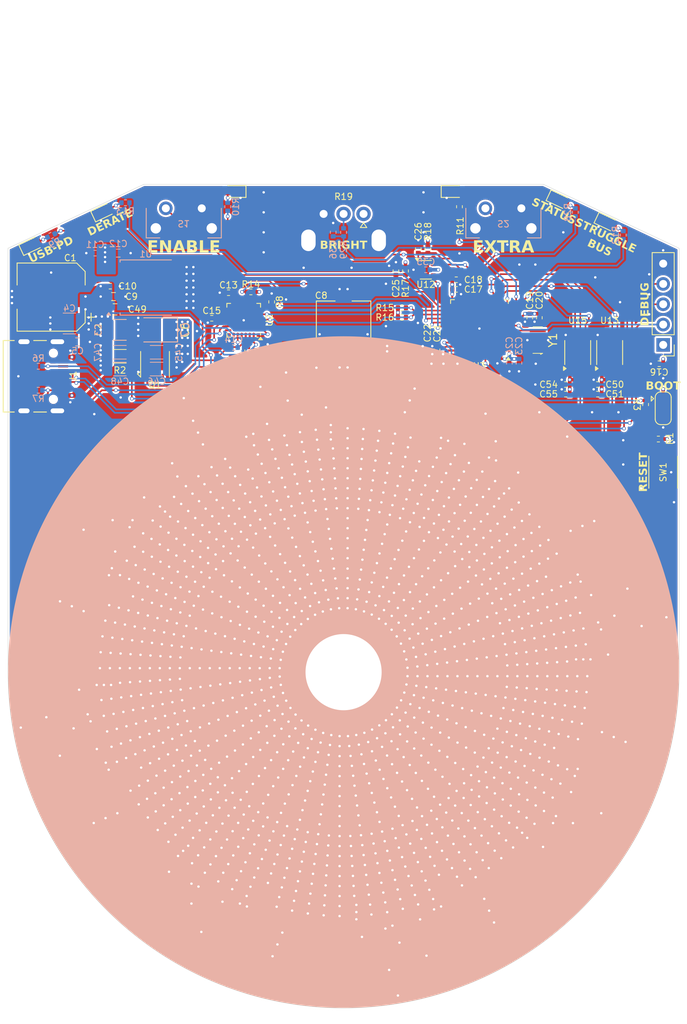
<source format=kicad_pcb>
(kicad_pcb (version 20241229) (generator "pcbnew") (generator_version "9.0")
  (title_block (title "Mic Light Version 2") (rev "2") (company "Daxxn Industries"))
  (layers (0 "F.Cu" signal) (4 "In1.Cu" signal) (6 "In2.Cu" signal) (2 "B.Cu" signal) (13 "F.Paste" user) (15 "B.Paste" user) (5 "F.SilkS" user "F.Silkscreen") (7 "B.SilkS" user "B.Silkscreen") (1 "F.Mask" user) (3 "B.Mask" user) (25 "Edge.Cuts" user))
  (net 0 "")
  (net 1 "VBUS")
  (net 2 "GND")
  (net 3 "VCC-USB")
  (net 4 "VDD")
  (net 5 "Net-(U2-V3VD)")
  (net 6 "Net-(U2-V5V)")
  (net 7 "Net-(U2-IFB)")
  (net 8 "/ENABLE-LIGHTS")
  (net 9 "/MAX-LIGHTS")
  (net 10 "Net-(D1-A)")
  (net 11 "Net-(D2-A)")
  (net 12 "Net-(D3-A)")
  (net 13 "Net-(D4-A)")
  (net 14 "Net-(D5-A)")
  (net 15 "Net-(D10-K)")
  (net 16 "Net-(D11-K)")
  (net 17 "Net-(D12-K)")
  (net 18 "Net-(D13-K)")
  (net 19 "Net-(D14-K)")
  (net 20 "Net-(D15-K)")
  (net 21 "Net-(D16-K)")
  (net 22 "Net-(D17-K)")
  (net 23 "Net-(D18-K)")
  (net 24 "Net-(D19-K)")
  (net 25 "Net-(D20-K)")
  (net 26 "Net-(D21-K)")
  (net 27 "/USB-D+")
  (net 28 "/USB-D-")
  (net 29 "/CC2")
  (net 32 "/CC1")
  (net 33 "Net-(JP1-C)")
  (net 34 "/SWDCLK")
  (net 35 "/SWDIO")
  (net 36 "/RESET")
  (net 37 "Net-(Q1-D1)")
  (net 38 "Net-(Q1-G1)")
  (net 41 "/BOOT")
  (net 42 "Net-(U2-PWR-EN)")
  (net 43 "/USB-FAULT")
  (net 44 "/STATUS-IND")
  (net 45 "/MAX-BRIGHT-IND")
  (net 46 "/STRUGGLE-IND")
  (net 47 "/DERATE-IND")
  (net 48 "/USB-INT")
  (net 49 "/USB-SCL")
  (net 50 "/USB-SDA")
  (net 51 "/BRIGHTNESS")
  (net 52 "Net-(U2-OTP)")
  (net 63 "Net-(Q2-G)")
  (net 64 "Net-(Q2-S)")
  (net 65 "Net-(U3A-OSC-OUT)")
  (net 68 "Net-(Q3-G)")
  (net 70 "Net-(Q3-S)")
  (net 73 "Net-(U3A-OSC-IN)")
  (net 75 "Net-(Q4-S)")
  (net 77 "Net-(Q4-G)")
  (net 78 "Net-(Q5-G)")
  (net 79 "Net-(Q5-S)")
  (net 80 "Net-(Q6-S)")
  (net 81 "Net-(Q6-G)")
  (net 82 "Net-(Q7-G)")
  (net 83 "Net-(D6-K)")
  (net 84 "Net-(D7-K)")
  (net 85 "Net-(D8-K)")
  (net 86 "Net-(D9-K)")
  (net 87 "/ENABLE-LIGHTS-SW")
  (net 88 "/MAX-LIGHTS-SW")
  (net 89 "Net-(D22-A)")
  (net 90 "/ENABLE-IND")
  (net 91 "Net-(R19-W)")
  (net 92 "Net-(Q7-S)")
  (net 93 "Net-(Q8-G)")
  (net 94 "Net-(Q8-S)")
  (net 95 "Net-(Q9-S)")
  (net 96 "Net-(Q9-G)")
  (net 97 "Net-(U4-OUT)")
  (net 98 "Net-(U4-IN-)")
  (net 99 "Net-(U5-OUT)")
  (net 100 "Net-(U5-IN-)")
  (net 101 "Net-(U6-OUT)")
  (net 102 "Net-(U6-IN-)")
  (net 103 "Net-(U7-OUT)")
  (net 104 "Net-(U7-IN-)")
  (net 105 "Net-(U8-OUT)")
  (net 106 "Net-(U8-IN-)")
  (net 107 "Net-(U9-OUT)")
  (net 108 "Net-(U9-IN-)")
  (net 109 "Net-(U10-OUT)")
  (net 110 "Net-(U10-IN-)")
  (net 111 "Net-(U11-OUT)")
  (net 112 "Net-(U11-IN-)")
  (net 113 "/LEDS/DAC-OUT-HI")
  (net 114 "Net-(U4-IN+)")
  (net 115 "Net-(U5-IN+)")
  (net 116 "/LEDS/DAC-OUT-LO")
  (net 117 "Net-(U6-IN+)")
  (net 118 "Net-(U7-IN+)")
  (net 119 "Net-(U8-IN+)")
  (net 120 "Net-(U9-IN+)")
  (net 121 "Net-(U10-IN+)")
  (net 122 "Net-(U11-IN+)")
  (net 124 "/DAC-SCLK")
  (net 125 "/DAC-HI-SYNC")
  (net 127 "/DAC-SDIN")
  (net 129 "/DAC-LO-SYNC")
  (footprint "Daxxn_LEDs:LED_0603_1608Metric" (layer "F.Cu") (at 87 20.96712 -25.2)
    (property "Reference" "D22")
    (property "Value" "CZ1-0603-BLUE")
  )
  (footprint "Daxxn_Packages:VSSOP-8_3.0x3.0mm_P0.65mm" (layer "F.Cu") (at 93.3 40 90)
    (property "Reference" "U13")
    (property "Value" "DAC8551IADGKR")
  )
  (footprint "Daxxn_Standard_Resistors:RES_0402" (layer "F.Cu") (at 26.539949 91.18716 -67.5)
    (property "Reference" "R48")
    (property "Value" "1K 0.1%")
  )
  (footprint "Daxxn_Packages:SOT-23-5" (layer "F.Cu") (at 40.996664 108.8113 67.5)
    (property "Reference" "U8")
    (property "Value" "APX321WG-7")
  )
  (footprint "Daxxn_Standard_Capacitors:CAP_0402" (layer "F.Cu") (at 71.7 39.7 90)
    (property "Reference" "C21")
    (property "Value" "100n")
  )
  (footprint "Daxxn_Packages:PowerPak_SC-70-6" (layer "F.Cu") (at 91.1 68 -67.5)
    (property "Reference" "Q3")
    (property "Value" "SIA440DJ-T1-GE3" (hide yes))
  )
  (footprint "Daxxn_Standard_Resistors:RES_0402" (layer "F.Cu") (at 77.344199 48.661396 67.5)
    (property "Reference" "R22")
    (property "Value" "10K 0.1%")
  )
  (footprint "Daxxn_LEDs:LED_0603_1608Metric" (layer "F.Cu") (at 73.7 19.86712)
    (property "Reference" "D3")
    (property "Value" "CZ1-0603-BLUE")
  )
  (footprint "Daxxn_Standard_Capacitors:CAP_0603" (layer "F.Cu") (at 91.6 77.76712)
    (property "Reference" "C29")
    (property "Value" "1u")
  )
  (footprint "Daxxn_Standard_Resistors:RES_0402" (layer "F.Cu") (at 89.2 101.7 157.5)
    (property "Reference" "R64")
    (property "Value" "100")
  )
  (footprint "Daxxn_Packages:PowerPak_SC-70-6" (layer "F.Cu") (at 48.1 48.8 22.5)
    (property "Reference" "Q9")
    (property "Value" "SIA440DJ-T1-GE3" (hide yes))
  )
  (footprint "Daxxn_Standard_Capacitors:CAP_0402" (layer "F.Cu") (at 85.871365 98.101374 -112.5)
    (property "Reference" "C39")
    (property "Value" "100n")
  )
  (footprint "Daxxn_Standard_Resistors:RES_1218" (layer "F.Cu") (at 76.093007 110.670309 22.5)
    (property "Reference" "R41")
    (property "Value" "10")
  )
  (footprint "Daxxn_Packages:PowerPak_SC-70-6" (layer "F.Cu") (at 29 91.9 112.5)
    (property "Reference" "Q7")
    (property "Value" "SIA440DJ-T1-GE3" (hide yes))
  )
  (footprint "Daxxn_Standard_Resistors:RES_0402" (layer "F.Cu") (at 50.234207 47.158308 -157.5)
    (property "Reference" "R57")
    (property "Value" "100")
  )
  (footprint "Daxxn_Standard_Resistors:RES_1218" (layer "F.Cu") (at 29.329691 96.093007 -67.5)
    (property "Reference" "R51")
    (property "Value" "10")
  )
  (footprint "Daxxn_Standard_Resistors:RES_0402" (layer "F.Cu") (at 55.4 43.9 -157.5)
    (property "Reference" "R69")
    (property "Value" "100")
  )
  (footprint "Daxxn_Standard_Resistors:RES_0402" (layer "F.Cu") (at 91.725425 70.55516 112.5)
    (property "Reference" "R30")
    (property "Value" "10K")
  )
  (footprint "Daxxn_LEDs:LED_0603_1608Metric" (layer "F.Cu") (at 93 23.76712 -25.2)
    (property "Reference" "D4")
    (property "Value" "CZ3-0603-ORANGE")
  )
  (footprint "Daxxn_Packages:PowerPak_SC-70-6" (layer "F.Cu") (at 90.2 93.4 -112.5)
    (property "Reference" "Q4")
    (property "Value" "SIA440DJ-T1-GE3" (hide yes))
  )
  (footprint "Daxxn_Standard_Resistors:RES_0402" (layer "F.Cu") (at 91.343077 95.605306 67.5)
    (property "Reference" "R33")
    (property "Value" "1K 0.1%")
  )
  (footprint "Daxxn_Standard_Resistors:RES_0402" (layer "F.Cu") (at 30.964529 64.150986 -112.5)
    (property "Reference" "R55")
    (property "Value" "10K")
  )
  (footprint "Daxxn_Standard_Resistors:RES_0402" (layer "F.Cu") (at 44.150986 109.035471 -22.5)
    (property "Reference" "R45")
    (property "Value" "10K")
  )
  (footprint "Daxxn_Standard_Capacitors:CAP_0402" (layer "F.Cu") (at 30.8 31.7)
    (property "Reference" "C10")
    (property "Value" "330n")
  )
  (footprint "Daxxn_Packages:VSSOP-8_3.0x3.0mm_P0.65mm" (layer "F.Cu") (at 89.3 40 90)
    (property "Reference" "U15")
    (property "Value" "DAC8551IADGKR")
  )
  (footprint "Daxxn_Standard_Resistors:RES_0402" (layer "F.Cu") (at 67.3 34.4)
    (property "Reference" "R15")
    (property "Value" "3K3")
  )
  (footprint "Daxxn_Standard_Capacitors:CAP_0402" (layer "F.Cu") (at 87.8 45.199999)
    (property "Reference" "C55")
    (property "Value" "100n")
  )
  (footprint "Daxxn_Standard_Resistors:RES_0402" (layer "F.Cu") (at 99.4 50.81712 180)
    (property "Reference" "R1")
    (property "Value" "10K")
  )
  (footprint "Daxxn_Packages:SOT-23-5" (layer "F.Cu") (at 31.1887 60.996664 -22.5)
    (property "Reference" "U10")
    (property "Value" "APX321WG-7")
  )
  (footprint "Daxxn_Standard_Resistors:RES_0402" (layer "F.Cu") (at 67.75 29.8 -90)
    (property "Reference" "R17")
    (property "Value" "100K")
  )
  (footprint "Daxxn_Standard_Capacitors:CAP_0402" (layer "F.Cu") (at 91.8 44)
    (property "Reference" "C50")
    (property "Value" "100n")
  )
  (footprint "Daxxn_Standard_Resistors:RES_0402" (layer "F.Cu") (at 50.007318 45.303983 112.5)
    (property "Reference" "R59")
    (property "Value" "10K 0.1%")
  )
  (footprint "Daxxn_Standard_Capacitors:CAP_0402" (layer "F.Cu") (at 83.3 35.65 -90)
    (property "Reference" "C19")
    (property "Value" "100n")
  )
  (footprint "Daxxn_Packages:SOT-23-5" (layer "F.Cu") (at 93.797355 72.944116 -157.5)
    (property "Reference" "U5")
    (property "Value" "APX321WG-7")
  )
  (footprint "Daxxn_Standard_Capacitors:CAP_0402" (layer "F.Cu") (at 28.736435 85.514819 112.5)
    (property "Reference" "C42")
    (property "Value" "100n")
  )
  (footprint "Daxxn_Standard_Capacitors:CAP_0402" (layer "F.Cu") (at 33.928635 61.698626 67.5)
    (property "Reference" "C43")
    (property "Value" "100n")
  )
  (footprint "Daxxn_Standard_Capacitors:CAP_0402" (layer "F.Cu") (at 78.339642 53.836248 -22.5)
    (property "Reference" "C37")
    (property "Value" "100n")
  )
  (footprint "Daxxn_Standard_Capacitors:CAP_0402" (layer "F.Cu") (at 69.35 27.05 90)
    (property "Reference" "C26")
    (property "Value" "100n")
  )
  (footprint "Daxxn_Standard_Capacitors:CAP_0603" (layer "F.Cu") (at 62.3 111.56712 -90)
    (property "Reference" "C31")
    (property "Value" "1u")
  )
  (footprint "Daxxn_Standard_Resistors:RES_0402" (layer "F.Cu") (at 44.194694 111.543077 -22.5)
    (property "Reference" "R43")
    (property "Value" "1K 0.1%")
  )
  (footprint "Daxxn_Standard_Resistors:RES_1218" (layer "F.Cu") (at 49.598029 113.131777 -22.5)
    (property "Reference" "R46")
    (property "Value" "10")
  )
  (footprint "Daxxn_Standard_Capacitors:CAP_0402" (layer "F.Cu") (at 74.1 32.1)
    (property "Reference" "C17")
    (property "Value" "100n")
  )
  (footprint "Daxxn_Standard_Capacitors:CAP_0402" (layer "F.Cu") (at 41.698626 106.071365 157.5)
    (property "Reference" "C41")
    (property "Value" "100n")
  )
  (footprint "Daxxn_Standard_Resistors:RES_0402" (layer "F.Cu") (at 92.741692 70.134209 112.5)
    (property "Reference" "R25")
    (property "Value" "100")
  )
  (footprint "Daxxn_LEDs:LED_0603_1608Metric" (layer "F.Cu") (at 46.3 19.86712 180)
    (property "Reference" "D2")
    (property "Value" "CZ2-0603-GREEN")
  )
  (footprint "Daxxn_Packages:PowerPak_SC-70-6" (layer "F.Cu") (at 46.4 110.4 157.5)
    (property "Reference" "Q6")
    (property "Value" "SIA440DJ-T1-GE3" (hide yes))
  )
  (footprint "Daxxn_Packages:PowerPak_SC-70-6" (layer "F.Cu") (at 73.6 49.6 -22.5)
    (property "Reference" "Q2")
    (property "Value" "SIA440DJ-T1-GE3" (hide yes))
  )
  (footprint "Daxxn_Packages:SOT-23-5" (layer "F.Cu") (at 88.6113 98.803336 157.5)
    (property "Reference" "U6")
    (property "Value" "APX321WG-7")
  )
  (footprint "Daxxn_Standard_Resistors:RES_0402" (layer "F.Cu") (at 48.81284 46.339949 -157.5)
    (property "Reference" "R58")
    (property "Value" "1K 0.1%")
  )
  (footprint "Daxxn_Standard_Capacitors:CAP_0805" (layer "F.Cu") (at 31.4 34.6)
    (property "Reference" "C49")
    (property "Value" "4u7")
  )
  (footprint "Daxxn_Standard_Capacitors:CAP_0402" (layer "F.Cu") (at 70.5 39.7 90)
    (property "Reference" "C22")
    (property "Value" "100n")
  )
  (footprint "Daxxn_Standard_Resistors:RES_0402" (layer "F.Cu") (at 38.1 109.4 67.5)
    (property "Reference" "R66")
    (property "Value" "100")
  )
  (footprint "Daxxn_Standard_Resistors:RES_0402" (layer "F.Cu") (at 50.65516 48.174575 -157.5)
    (property "Reference" "R60")
    (property "Value" "10K")
  )
  (footprint "Daxxn_Packages:PowerPak_SC-70-6" (layer "F.Cu") (at 29.6 66.4 67.5)
    (property "Reference" "Q8")
    (property "Value" "SIA440DJ-T1-GE3" (hide yes))
  )
  (footprint "Daxxn_Controls_Pots:PTV09A-2030F-A103" (layer "F.Cu") (at 60 25.96712 180)
    (property "Reference" "R19")
    (property "Value" "PTV09A-2030F-A103")
  )
  (footprint "Daxxn_Standard_Resistors:RES_0402" (layer "F.Cu") (at 30.6 58 -22.5)
    (property "Reference" "R68")
    (property "Value" "100")
  )
  (footprint "Daxxn_Standard_Resistors:RES_0402" (layer "F.Cu") (at 96.3 74.6 -157.5)
    (property "Reference" "R63")
    (property "Value" "100")
  )
  (footprint "Daxxn_Standard_Resistors:RES_1218" (layer "F.Cu") (at 43.906993 49.129691 -157.5)
    (property "Reference" "R61")
    (property "Value" "10")
  )
  (footprint "Daxxn_Standard_Resistors:RES_0402" (layer "F.Cu") (at 69.954414 114.403629 -67.5)
    (property "Reference" "R39")
    (property "Value" "10K 0.1%")
  )
  (footprint "Daxxn_Packages:SOT-23-5" (layer "F.Cu") (at 26.302645 86.955885 22.5)
    (property "Reference" "U9")
    (property "Value" "APX321WG-7")
  )
  (footprint "Daxxn_Packages:QFN-24-1EP_4x4mm_P0.5mm_EP2.7x2.7mm" (layer "F.Cu") (at 47.5 35.96712 180)
    (property "Reference" "U2")
    (property "Value" "AP33772DKZ-13")
  )
  (footprint "Daxxn_Standard_Resistors:RES_0402" (layer "F.Cu") (at 43.730034 110.051739 -22.5)
    (property "Reference" "R42")
    (property "Value" "100")
  )
  (footprint "Daxxn_Packages:SOT-23-5" (layer "F.Cu") (at 66.955885 113.697355 112.5)
    (property "Reference" "U7")
    (property "Value" "APX321WG-7")
  )
  (footprint "Daxxn_Standard_Resistors:RES_0402" (layer "F.Cu") (at 97.8 46.5 -90)
    (property "Reference" "R3")
    (property "Value" "10K")
  )
  (footprint "Daxxn_Standard_Resistors:RES_0402" (layer "F.Cu") (at 67.3 35.6)
    (property "Reference" "R16")
    (property "Value" "3K3")
  )
  (footprint "Daxxn_Standard_Inductors:IND_0402" (layer "F.Cu") (at 38.4 54.7 -45)
    (property "Reference" "RT1")
    (property "Value" "10K")
  )
  (footprint "Daxxn_Standard_Capacitors:CAP_0402" (layer "F.Cu") (at 45.600001 32.51712 180)
    (property "Reference" "C13")
    (property "Value" "100n")
  )
  (footprint "Daxxn_Standard_Resistors:RES_0402" (layer "F.Cu") (at 75.805306 48.456923 157.5)
    (property "Reference" "R21")
    (property "Value" "1K 0.1%")
  )
  (footprint "Daxxn_Standard_Resistors:RES_0402" (layer "F.Cu") (at 28.364535 64.156426 -112.5)
    (property "Reference" "R53")
    (property "Value" "1K 0.1%")
  )
  (footprint "Daxxn_Standard_Capacitors:CAP_0603" (layer "F.Cu") (at 31.2 33)
    (property "Reference" "C9")
    (property "Value" "1u")
  )
  (footprint "Daxxn_Packages:VSON-8" (layer "F.Cu") (at 36.4 41.46712 90)
    (property "Reference" "Q1")
    (property "Value" "CSD87503Q3E")
  )
  (footprint "Daxxn_Standard_Capacitors:CAP_0402" (layer "F.Cu") (at 87.8 44)
    (property "Reference" "C54")
    (property "Value" "100n")
  )
  (footprint "Daxxn_Standard_Resistors:RES_0402" (layer "F.Cu") (at 23.8 85.2 22.5)
    (property "Reference" "R67")
    (property "Value" "100")
  )
  (footprint "Daxxn_Packages:QFN-48-1EP_7x7mm_P0.5mm_EP5.6x5.6mm" (layer "F.Cu") (at 77 37 180)
    (property "Reference" "U3")
    (property "Value" "STM32F072CBU6")
  )
  (footprint "Daxxn_Standard_Resistors:RES_0402" (layer "F.Cu") (at 93.560052 68.712841 112.5)
    (property "Reference" "R26")
    (property "Value" "1K 0.1%")
  )
  (footprint "Daxxn_Packages:SOT-363_SC-70-6" (layer "F.Cu") (at 70.3 29.65)
    (property "Reference" "U12")
    (property "Value" "TC7PZ17FU")
  )
  (footprint "Jumper:SolderJumper-3_P1.3mm_Open_RoundedPad1.0x1.5mm" (layer "F.Cu") (at 100 46.96712 -90)
    (property "Reference" "JP1")
    (property "Value" "BOOT Jumper")
  )
  (footprint "Daxxn_Standard_Resistors:RES_0402" (layer "F.Cu") (at 27.358308 89.765793 -67.5)
    (property "Reference" "R47")
    (property "Value" "100")
  )
  (footprint "Daxxn_Standard_Resistors:RES_0402" (layer "F.Cu") (at 65.3 116.2 112.5)
    (property "Reference" "R65")
    (property "Value" "100")
  )
  (footprint "Daxxn_Controls_Buttons:TL3365AF180QG" (layer "F.Cu") (at 100 54.96712 90)
    (property "Reference" "SW1")
    (property "Value" "TL3365AF180QG")
  )
  (footprint "Daxxn_Standard_Resistors:RES_0402" (layer "F.Cu") (at 69.34484 111.625425 22.5)
    (property "Reference" "R40")
    (property "Value" "10K")
  )
  (footprint "Daxxn_Standard_Resistors:RES_0402" (layer "F.Cu") (at 29.948261 63.730034 -112.5)
    (property "Reference" "R52")
    (property "Value" "100")
  )
  (footprint "Daxxn_Packages:SOT-23-5" (layer "F.Cu") (at 79.003336 51.1887 -112.5)
    (property "Reference" "U4")
    (property "Value" "APX321WG-7")
  )
  (footprint "Daxxn_Standard_Capacitors:CAP_1210" (layer "F.Cu") (at 32 37.16712)
    (property "Reference" "C2")
    (property "Value" "10u")
  )
  (footprint "Connector_PinHeader_2.54mm:PinHeader_1x05_P2.54mm_Vertical" (layer "F.Cu") (at 100 39.04212 180)
    (property "Reference" "JPR1")
    (property "Value" "SWD-HDR-5")
  )
  (footprint "Daxxn_Standard_Resistors:RES_0402" (layer "F.Cu") (at 74.5 21.76712 90)
    (property "Reference" "R11")
    (property "Value" "1K")
  )
  (footprint "Daxxn_Standard_Elecro_Caps:CAP_EL_6.3x7.7" (layer "F.Cu") (at 60 36.96712 90)
    (property "Reference" "C8")
    (property "Value" "100u")
  )
  (footprint "Daxxn_Standard_Capacitors:CAP_0402" (layer "F.Cu") (at 43.5 35.71712 180)
    (property "Reference" "C15")
    (property "Value" "100n")
  )
  (footprint "Daxxn_Standard_Capacitors:CAP_0603" (layer "F.Cu") (at 36.1 59.16712 135)
    (property "Reference" "C34")
    (property "Value" "1u")
  )
  (footprint "Daxxn_Standard_Elecro_Caps:CAP_EL_8x10" (layer "F.Cu") (at 23.4 33.06712 180)
    (property "Reference" "C1")
    (property "Value" "100u")
  )
  (footprint "Daxxn_Packages:PowerPak_SC-70-6" (layer "F.Cu") (at 71.9 111 -157.5)
    (property "Reference" "Q5")
    (property "Value" "SIA440DJ-T1-GE3" (hide yes))
  )
  (footprint "Daxxn_LEDs:LED_0603_1608Metric" (layer "F.Cu") (at 30 22.36712 25.2)
    (property "Reference" "D5")
    (property "Value" "CZ3-0603-ORANGE")
  )
  (footprint "Daxxn_Packages:SOT-23-5" (layer "F.Cu") (at 53.044115 46.102645 -67.5)
    (property "Reference" "U11")
    (property "Value" "APX321WG-7")
  )
  (footprint "Daxxn_Mechanical:MountingHole_0.375in_Mic_Stand" (layer "F.Cu") (at 60 79.96712)
    (property "Reference" "H1")
    (property "Value" "3/8\" Mic")
  )
  (footprint "Daxxn_Standard_Capacitors:CAP_0603" (layer "F.Cu") (at 83.9 100.76712 -45)
    (property "Reference" "C30")
    (property "Value" "1u")
  )
  (footprint "Daxxn_Standard_Capacitors:CAP_0402" (layer "F.Cu") (at 99.500001 41.4 180)
    (property "Reference" "C16")
    (property "Value" "100n")
  )
  (footprint "Daxxn_Standard_Resistors:RES_0402" (layer "F.Cu") (at 28.47662 62.579265 157.5)
    (property "Reference" "R54")
    (property "Value" "10K 0.1%")
  )
  (footprint "Daxxn_Standard_Resistors:RES_0402" (layer "F.Cu") (at 48.4 32.41712 180)
    (property "Reference" "R14")
    (property "Value" "10K")
  )
  (footprint "Daxxn_Passives:C-TANT-1210_EIA-3528" (layer "F.Cu") (at 36.7575 37.16712 180)
    (property "Reference" "C6")
    (property "Value" "10u")
  )
  (footprint "Daxxn_Standard_Capacitors:CAP_0402" (layer "F.Cu") (at 66.55 29.8 90)
    (property "Reference" "C25")
    (property "Value" "100n")
  )
  (footprint "Daxxn_Standard_Capacitors:CAP_0603" (layer "F.Cu") (at 39.2 103.86712 -135)
    (property "Reference" "C32")
    (property "Value" "1u")
  )
  (footprint "Daxxn_Standard_Resistors:RES_0402" (layer "F.Cu") (at 47.999999 39.81712 90)
    (property "Reference" "R5")
    (property "Value" "100")
  )
  (footprint "Daxxn_LEDs:LED_0603_1608Metric" (layer "F.Cu") (at 21 26.56712 25.2)
    (property "Reference" "D1")
    (property "Value" "CZ2-0603-GREEN")
  )
  (footprint "Daxxn_Standard_Capacitors:CAP_0402" (layer "F.Cu") (at 91.455953 74.346913 -67.5)
    (property "Reference" "C38")
    (property "Value" "100n")
  )
  (footprint "Daxxn_Standard_Resistors:RES_0402" (layer "F.Cu") (at 69.765793 112.641692 22.5)
    (property "Reference" "R37")
    (property "Value" "100")
  )
  (footprint "Daxxn_Standard_Resistors:RES_0402" (layer "F.Cu") (at 75.810745 51.056917 157.5)
    (property "Reference" "R23")
    (property "Value" "10K")
  )
  (footprint "Daxxn_Standard_Capacitors:CAP_0402" (layer "F.Cu") (at 54.485181 48.536435 22.5)
    (property "Reference" "C44")
    (property "Value" "100n")
  )
  (footprint "Daxxn_Standard_Resistors:RES_0402" (layer "F.Cu") (at 88.835471 95.649014 67.5)
    (property "Reference" "R35")
    (property "Value" "10K")
  )
  (footprint "Daxxn_Standard_Resistors:RES_0402" (layer "F.Cu") (at 91.230991 97.182467 -22.5)
    (property "Reference" "R34")
    (property "Value" "10K 0.1%")
  )
  (footprint "Daxxn_Standard_Resistors:RES_1218" (layer "F.Cu") (at 90.770309 63.806994 112.5)
    (property "Reference" "R31")
    (property "Value" "10")
  )
  (footprint "Daxxn_Standard_Capacitors:CAP_0603" (layer "F.Cu") (at 28.4 82.16712 180)
    (property "Reference" "C33")
    (property "Value" "1u")
  )
  (footprint "Daxxn_Standard_Resistors:RES_0402" (layer "F.Cu") (at 25.503983 89.992682 -157.5)
    (property "Reference" "R49")
    (property "Value" "10K 0.1%")
  )
  (footprint "Daxxn_Passives:Resonator_SMD_3Pin_3.0x1.1mm" (layer "F.Cu") (at 84.3 38.45 90)
    (property "Reference" "Y1")
    (property "Value" "16MHz")
  )
  (footprint "Daxxn_Standard_Resistors:RES_0402" (layer "F.Cu") (at 28.374575 89.34484 -67.5)
    (property "Reference" "R50")
    (property "Value" "10K")
  )
  (footprint "Daxxn_Standard_Resistors:RES_0402" (layer "F.Cu") (at 42.617533 111.430991 -112.5)
    (property "Reference" "R44")
    (property "Value" "10K 0.1%")
  )
  (footprint "Daxxn_Standard_Capacitors:CAP_0402" (layer "F.Cu") (at 74.1 30.9)
    (property "Reference" "C18")
    (property "Value" "100n")
  )
  (footprint "Daxxn_Logos_Art:Daxxn_Logo_N" (layer "F.Cu") (at 60.03221 57.02068)
    (property "Reference" "G***" (hide yes))
    (property "Value" "LOGO" (hide yes))
  )
  (footprint "Daxxn_Standard_Capacitors:CAP_0603" (layer "F.Cu") (at 57.8 48.36712 90)
    (property "Reference" "C27")
    (property "Value" "1u")
  )
  (footprint "Daxxn_Standard_Resistors:RES_1218" (layer "F.Cu") (at 70.401971 46.868223 157.5)
    (property "Reference" "R24")
    (property "Value" "10")
  )
  (footprint "Daxxn_Standard_Resistors:RES_1206" (layer "F.Cu") (at 32 40.46712)
    (property "Reference" "R2")
    (property "Value" "10m")
  )
  (footprint "Daxxn_Standard_Resistors:RES_0402" (layer "F.Cu") (at 76.269965 49.948262 157.5)
    (property "Reference" "R20")
    (property "Value" "100")
  )
  (footprint "Daxxn_Standard_Resistors:RES_0402" (layer "F.Cu") (at 82 50.7 -112.5)
    (property "Reference" "R62")
    (property "Value" "100")
  )
  (footprint "Daxxn_Standard_Resistors:RES_0402" (layer "F.Cu") (at 94.503629 69.945587 22.5)
    (property "Reference" "R27")
    (property "Value" "10K 0.1%")
  )
  (footprint "Daxxn_Connectors_USB:12402012E212A" (layer "F.Cu") (at 20 42.96712 -90)
    (property "Reference" "J1")
    (property "Value" "12402012E212A")
  )
  (footprint "Daxxn_Standard_Capacitors:CAP_0402" (layer "F.Cu") (at 91.8 45.199999)
    (property "Reference" "C51")
    (property "Value" "100n")
  )
  (footprint "Daxxn_Standard_Resistors:RES_1218" (layer "F.Cu") (at 26.868223 69.598029 -112.5)
    (property "Reference" "R56")
    (property "Value" "10")
  )
  (footprint "Daxxn_Standard_Resistors:RES_0402" (layer "F.Cu") (at 70.55 27.05 -90)
    (property "Reference" "R18")
    (property "Value" "100K")
  )
  (footprint "Daxxn_Standard_Resistors:RES_0402" (layer "F.Cu") (at 51 33.66712 90)
    (property "Reference" "R8")
    (property "Value" "10K")
  )
  (footprint "Daxxn_Standard_Capacitors:CAP_0402" (layer "F.Cu") (at 65.514819 111.263565 -157.5)
    (property "Reference" "C40")
    (property "Value" "100n")
  )
  (footprint "Daxxn_Standard_Resistors:RES_1218" (layer "F.Cu") (at 92.931777 90.201971 67.5)
    (property "Reference" "R36")
    (property "Value" "10")
  )
  (footprint "Daxxn_Standard_Resistors:RES_0402" (layer "F.Cu") (at 89.851739 96.069966 67.5)
    (property "Reference" "R32")
    (property "Value" "100")
  )
  (footprint "Daxxn_Standard_Capacitors:CAP_0402" (layer "F.Cu") (at 84.5 35.65 -90)
    (property "Reference" "C20")
    (property "Value" "100n")
  )
  (footprint "Daxxn_Standard_Capacitors:CAP_0603" (layer "F.Cu") (at 80.8 56.06712 45)
    (property "Reference" "C28")
    (property "Value" "1u")
  )
  (footprint "Daxxn_Standard_Resistors:RES_0402" (layer "F.Cu") (at 71.148891 113.367664 22.5)
    (property "Reference" "R38")
    (property "Value" "1K 0.1%")
  )
  (footprint "Daxxn_Standard_Capacitors:CAP_1206" (layer "B.Cu") (at 36.6 42.06712 180)
    (property "Reference" "C46")
    (property "Value" "22u")
  )
  (footprint "Daxxn_Standard_Resistors:RES_0402" (layer "B.Cu") (at 89 22.46712 90)
    (property "Reference" "R28")
    (property "Value" "1K")
  )
  (footprint "Daxxn_Standard_Capacitors:CAP_0402" (layer "B.Cu") (at 70.3 29.65 180)
    (property "Reference" "C35")
    (property "Value" "100n")
  )
  (footprint "Daxxn_Standard_Capacitors:CAP_1210" (layer "B.Cu") (at 25.7 36.36712 180)
    (property "Reference" "C4")
    (property "Value" "10u")
  )
  (footprint "Daxxn_LEDs:JK3030AWT" (layer "B.Cu") (at 90 79.96712 90)
    (property "Reference" "D10")
    (property "Value" "JK3030AWT-P-H40EA0000-N0000001")
  )
  (footprint "Daxxn_LEDs:JK3030AWT" (layer "B.Cu") (at 32.283614 68.486617 -112.5)
    (property "Reference" "D19")
    (property "Value" "JK3030AWT-P-H40EA0000-N0000001")
  )
  (footprint "Daxxn_Standard_Resistors:RES_0402" (layer "B.Cu") (at 60 24.96712 -90)
    (property "Reference" "R29")
    (property "Value" "100K")
  )
  (footprint "Daxxn_Standard_Capacitors:CAP_1206" (layer "B.Cu") (at 32 39.96712)
    (property "Reference" "C47")
    (property "Value" "22u")
  )
  (footprint "Daxxn_Controls_Buttons:TL1105VF" (layer "B.Cu") (at 40 21.96712)
    (property "Reference" "S1")
    (property "Value" "TL1105VF250Q")
  )
  (footprint "Daxxn_Standard_Capacitors:CAP_1206" (layer "B.Cu") (at 36.6 39.96712 180)
    (property "Reference" "C45")
    (property "Value" "22u")
  )
  (footprint "Daxxn_LEDs:JK3030AWT" (layer "B.Cu") (at 71.4805 52.25072 157.5)
    (property "Reference" "D7")
    (property "Value" "JK3030AWT-P-H40EA0000-N0000001")
  )
  (footprint "Daxxn_Packages:TO-252-2" (layer "B.Cu") (at 35.34 31.86712)
    (property "Reference" "U1")
    (property "Value" "UA78M33CKVURG3")
  )
  (footprint "Daxxn_Standard_Capacitors:CAP_0402" (layer "B.Cu") (at 28.9 27.56712 180)
    (property "Reference" "C11")
    (property "Value" "330n")
  )
  (footprint "Daxxn_LEDs:JK3030AWT" (layer "B.Cu") (at 32.283614 91.447623 -67.5)
    (property "Reference" "D17")
    (property "Value" "JK3030AWT-P-H40EA0000-N0000001")
  )
  (footprint "Daxxn_Standard_Capacitors:CAP_0402" (layer "B.Cu") (at 46.25 39.367121 180)
    (property "Reference" "C14")
    (property "Value" "1u")
  )
  (footprint "Daxxn_Passives:C-TANT-1210_EIA-3528" (layer "B.Cu") (at 36.7575 37.16712 180)
    (property "Reference" "C7")
    (property "Value" "10u")
  )
  (footprint "Daxxn_Standard_Capacitors:CAP_0402" (layer "B.Cu") (at 80.75 41.3 -90)
    (property "Reference" "C24")
    (property "Value" "100n")
  )
  (footprint "Daxxn_Standard_Resistors:RES_0402" (layer "B.Cu") (at 45.5 21.76712 90)
    (property "Reference" "R10")
    (property "Value" "1K")
  )
  (footprint "Daxxn_Standard_Capacitors:CAP_0603" (layer "B.Cu") (at 31.8 27.56712)
    (property "Reference" "C12")
    (property "Value" "1u")
  )
  (footprint "Daxxn_LEDs:JK3030AWT" (layer "B.Cu") (at 38.786797 58.753917 -135)
    (property "Reference" "D20")
    (property "Value" "JK3030AWT-P-H40EA0000-N0000001")
  )
  (footprint "Daxxn_LEDs:JK3030AWT" (layer "B.Cu") (at 48.519497 52.250734 -157.5)
    (property "Reference" "D21")
    (property "Value" "JK3030AWT-P-H40EA0000-N0000001")
  )
  (footprint "Daxxn_LEDs:JK3030AWT" (layer "B.Cu") (at 60 109.96712)
    (property "Reference" "D14")
    (property "Value" "JK3030AWT-P-H40EA0000-N0000001")
  )
  (footprint "Daxxn_Standard_Resistors:RES_0402" (layer "B.Cu") (at 21.8 44.71712 180)
    (property "Reference" "R7")
    (property "Value" "5K1")
  )
  (footprint "Daxxn_Standard_Capacitors:CAP_1206" (layer "B.Cu") (at 32 42.06712)
    (property "Reference" "C48")
    (property "Value" "22u")
  )
  (footprint "Daxxn_LEDs:JK3030AWT" (layer "B.Cu") (at 81.213203 101.180323 45)
    (property "Reference" "D12")
    (property "Value" "JK3030AWT-P-H40EA0000-N0000001")
  )
  (footprint "Daxxn_Standard_Resistors:RES_0402" (layer "B.Cu") (at 32.7 21.26712 180)
    (property "Reference" "R13")
    (property "Value" "1K")
  )
  (footprint "Daxxn_LEDs:JK3030AWT" (layer "B.Cu") (at 87.716386 91.447623 67.5)
    (property "Reference" "D11")
    (property "Value" "JK3030AWT-P-H40EA0000-N0000001")
  )
  (footprint "Daxxn_LEDs:JK3030AWT" (layer "B.Cu") (at 71.480503 107.683506 22.5)
    (property "Reference" "D13")
    (property "Value" "JK3030AWT-P-H40EA0000-N0000001")
  )
  (footprint "Daxxn_LEDs:JK3030AWT" (layer "B.Cu") (at 48.519497 107.683506 -22.5)
    (property "Reference" "D15")
    (property "Value" "JK3030AWT-P-H40EA0000-N0000001")
  )
  (footprint "Daxxn_Standard_Resistors:RES_0402" (layer "B.Cu") (at 21.8 41.71712 180)
    (property "Reference" "R6")
    (property "Value" "5K1")
  )
  (footprint "Daxxn_LEDs:JK3030AWT" (layer "B.Cu") (at 81.2132 58.75392 135)
    (property "Reference" "D8")
    (property "Value" "JK3030AWT-P-H40EA0000-N0000001")
  )
  (footprint "Daxxn_Standard_Capacitors:CAP_0402" (layer "B.Cu") (at 58.7 24.96712 90)
    (property "Reference" "C36")
    (property "Value" "100n")
  )
  (footprint "Daxxn_Standard_Capacitors:CAP_0603" (layer "B.Cu") (at 26.7 38.66712 180)
    (property "Reference" "C5")
    (property "Value" "1u")
  )
  (footprint "Daxxn_LEDs:JK3030AWT" (layer "B.Cu") (at 60 49.96712 180)
    (property "Reference" "D6")
    (property "Value" "JK3030AWT-P-H40EA0000-N0000001")
  )
  (footprint "Daxxn_LEDs:JK3030AWT" (layer "B.Cu") (at 30 79.96712 -90)
    (property "Reference" "D18")
    (property "Value" "JK3030AWT-P-H40EA0000-N0000001")
  )
  (footprint "Daxxn_Standard_Capacitors:CAP_0402" (layer "B.Cu") (at 81.95 41.3 -90)
    (property "Reference" "C23")
    (property "Value" "100n")
  )
  (footprint "Daxxn_LEDs:JK3030AWT" (layer "B.Cu") (at 38.786797 101.180323 -45)
    (property "Reference" "D16")
    (property "Value" "JK3030AWT-P-H40EA0000-N0000001")
  )
  (footprint "Daxxn_Standard_Resistors:RES_0402" (layer "B.Cu") (at 23.4 25.36712 -154.8)
    (property "Reference" "R9")
    (property "Value" "10K")
  )
  (footprint "Daxxn_LEDs:JK3030AWT" (layer "B.Cu") (at 87.716386 68.486617 112.5)
    (property "Reference" "D9")
    (property "Value" "JK3030AWT-P-H40EA0000-N0000001")
  )
  (footprint "Daxxn_Controls_Buttons:TL1105VF" (layer "B.Cu") (at 80 21.96712)
    (property "Reference" "S2")
    (property "Value" "TL1105VF250Q")
  )
  (footprint "Daxxn_Standard_Capacitors:CAP_1210" (layer "B.Cu") (at 32 37.16712)
    (property "Reference" "C3")
    (property "Value" "10u")
  )
  (footprint "Daxxn_Standard_Resistors:RES_0402" (layer "B.Cu") (at 95 25.31712 90)
    (property "Reference" "R12")
    (property "Value" "1K")
  )
  (gr_line (start 89.7 101.9) (end 92.2 102.9) (stroke (width 0.2)) (layer "F.Cu") (net 113))
  (gr_line (start 24.3 85) (end 24.9 86.5) (stroke (width 0.2)) (layer "F.Cu") (net 120))
  (gr_line (start 95.2 73.4) (end 95.8 74.8) (stroke (width 0.2)) (layer "F.Cu") (net 115))
  (gr_line (start 30.1 57.8) (end 27.7 57.1) (stroke (width 0.2)) (layer "F.Cu") (net 113))
  (gr_line (start 88.7 101.5) (end 89.2 100.1) (stroke (width 0.2)) (layer "F.Cu") (net 117))
  (gr_arc (start 88.000317 51.999685) (mid 63.335434 119.401497) (end 27.7 57.1) (stroke (width 0.2)) (layer "F.Cu") (net 113))
  (gr_line (start 65.5 116.7) (end 65.7 117.2) (stroke (width 0.2)) (layer "F.Cu") (net 116))
  (gr_line (start 80.3 50.5) (end 81.8 51.2) (stroke (width 0.2)) (layer "F.Cu") (net 114))
  (gr_line (start 54.9 44.1) (end 53.5 44.7) (stroke (width 0.2)) (layer "F.Cu") (net 122))
  (gr_line (start 23.3 85.4) (end 22.8 85.6) (stroke (width 0.2)) (layer "F.Cu") (net 116))
  (gr_line (start 96.8 74.4) (end 97.3 74.2) (stroke (width 0.2)) (layer "F.Cu") (net 116))
  (gr_line (start 65.1 115.7) (end 66.5 115.1) (stroke (width 0.2)) (layer "F.Cu") (net 118))
  (gr_line (start 31.1 58.2) (end 30.5 59.7) (stroke (width 0.2)) (layer "F.Cu") (net 121))
  (gr_arc (start 92.8 55.4) (mid 76.199898 117.609472) (end 19.610117 86.898261) (stroke (width 0.2)) (layer "F.Cu") (net 116))
  (gr_line (start 38.3 108.9) (end 39.7 109.5) (stroke (width 0.2)) (layer "F.Cu") (net 119))
  (gr_line (start 37.9 109.8) (end 36.8 112) (stroke (width 0.2)) (layer "F.Cu") (net 113))
  (gr_arc (start 87.982794 51.984326) (mid 64.423407 119.292773) (end 26.5 58.9) (stroke (width 0.45)) (layer "B.Cu") (net 4))
  (gr_circle (center 60 79.96712) (end 102 79.96712) (fill yes) (layer "B.SilkS"))
  (gr_line (start 102 79.96712) (end 102 26.96712) (stroke (width 0.05)) (layer "Edge.Cuts"))
  (gr_line (start 102 26.96712) (end 85 18.96712) (stroke (width 0.05)) (layer "Edge.Cuts"))
  (gr_line (start 85 18.96712) (end 35 18.96712) (stroke (width 0.05)) (layer "Edge.Cuts"))
  (gr_line (start 18 26.96712) (end 35 18.96712) (stroke (width 0.05)) (layer "Edge.Cuts"))
  (gr_line (start 18 26.96712) (end 18 79.96712) (stroke (width 0.05)) (layer "Edge.Cuts"))
  (gr_arc (start 102 79.96712) (mid 60 121.96712) (end 18 79.96712) (stroke (width 0.05)) (layer "Edge.Cuts"))
  (gr_text "RESET" (at 97.55 54.96712 90) (layer "F.SilkS") (effects (font (size 1 1) (thickness 0.2) (bold yes))))
  (gr_text "BRIGHT" (at 60 26.61712 0) (layer "F.SilkS") (effects (font (size 1 1) (thickness 0.2) (bold yes))))
  (gr_text "BOOT" (at 100 44.21712 0) (layer "F.SilkS") (effects (font (size 1 1) (thickness 0.2) (bold yes))))
  (gr_text "DEBUG" (at 97.75 33.96712 90) (layer "F.SilkS") (effects (font (size 1 1) (thickness 0.2) (bold yes))))
  (gr_text "MicLight V2" (at 60.03221 63.72068 0) (layer "F.SilkS") (effects (font (size 1.5 1.5) (thickness 0.2) (bold yes))))
  (gr_text "USB-PD" (at 23.4 27.16712 25.2) (layer "F.SilkS") (effects (font (size 1 1) (thickness 0.2) (bold yes))))
  (gr_text "DERATE" (at 30.8 23.76712 25.2) (layer "F.SilkS") (effects (font (size 1 1) (thickness 0.2) (bold yes))))
  (gr_text "STRUGGLE\nBUS" (at 92.4 26.16712 334.8) (layer "F.SilkS") (effects (font (size 1 1) (thickness 0.2) (bold yes))))
  (gr_text "REV${REVISION}" (at 60.03221 66.02068 0) (layer "F.SilkS") (effects (font (size 1 1) (thickness 0.1))))
  (gr_text "EXTRA" (at 80 26.86712 0) (layer "F.SilkS") (effects (font (size 1.5 1.5) (thickness 0.2) (bold yes))))
  (gr_text "STATUS" (at 86.3 22.36712 -25.2) (layer "F.SilkS") (effects (font (size 1 1) (thickness 0.2) (bold yes))))
  (gr_text "ENABLE" (at 40 26.86712 0) (layer "F.SilkS") (effects (font (size 1.5 1.5) (thickness 0.2) (bold yes))))
  (segment (start 50 37.21712) (end 50.5 37.71712) (width 0.2) (layer "F.Cu") (net 1))
  (segment (start 49.462501 37.21712) (end 50 37.21712) (width 0.2) (layer "F.Cu") (net 1))
  (via (at 28.1 37.11712) (size 0.45) (drill 0.3) (layers "F.Cu" "B.Cu") (net 1))
  (via (at 29.6 31.7) (size 0.45) (drill 0.3) (layers "F.Cu" "B.Cu") (net 1))
  (via (at 29.6 41.61712) (size 0.45) (drill 0.3) (layers "F.Cu" "B.Cu") (net 1))
  (via (at 29.6 33) (size 0.45) (drill 0.3) (layers "F.Cu" "B.Cu") (net 1))
  (via (at 28.25 38.66712) (size 0.45) (drill 0.3) (layers "F.Cu" "B.Cu") (net 1))
  (via (at 27.7 34.6) (size 0.45) (drill 0.3) (layers "F.Cu" "B.Cu") (net 1))
  (via (at 28.1 35.61712) (size 0.45) (drill 0.3) (layers "F.Cu" "B.Cu") (net 1))
  (via (at 26 45.36712) (size 0.45) (drill 0.3) (layers "F.Cu" "B.Cu") (net 1))
  (via (at 26 40.56712) (size 0.45) (drill 0.3) (layers "F.Cu" "B.Cu") (net 1))
  (via (at 28.1 36.36712) (size 0.45) (drill 0.3) (layers "F.Cu" "B.Cu") (net 1))
  (via (at 30.5 35.5) (size 0.45) (drill 0.3) (layers "F.Cu" "B.Cu") (net 1))
  (via (at 29.75 35.5) (size 0.45) (drill 0.3) (layers "F.Cu" "B.Cu") (net 1))
  (via (at 29.6 36.41712) (size 0.45) (drill 0.3) (layers "F.Cu" "B.Cu") (net 1))
  (via (at 29.6 39.71712) (size 0.45) (drill 0.3) (layers "F.Cu" "B.Cu") (net 1))
  (via (at 29.6 37.91712) (size 0.45) (drill 0.3) (layers "F.Cu" "B.Cu") (net 1))
  (via (at 27.7 33) (size 0.45) (drill 0.3) (layers "F.Cu" "B.Cu") (net 1))
  (via (at 29.6 40.31712) (size 0.45) (drill 0.3) (layers "F.Cu" "B.Cu") (net 1))
  (via (at 29.6 37.16712) (size 0.45) (drill 0.3) (layers "F.Cu" "B.Cu") (net 1))
  (via (at 29.6 41.01712) (size 0.45) (drill 0.3) (layers "F.Cu" "B.Cu") (net 1))
  (via (at 29.6 42.21712) (size 0.45) (drill 0.3) (layers "F.Cu" "B.Cu") (net 1))
  (via (at 29.6 39.11712) (size 0.45) (drill 0.3) (layers "F.Cu" "B.Cu") (net 1))
  (via (at 29 35.5) (size 0.45) (drill 0.3) (layers "F.Cu" "B.Cu") (net 1))
  (via (at 50.5 37.71712) (size 0.45) (drill 0.3) (layers "F.Cu" "B.Cu") (net 1))
  (segment (start 46.15 37.71712) (end 45.35 36.91712) (width 0.2) (layer "B.Cu") (net 1))
  (segment (start 40.7 35.06712) (end 30.35 35.06712) (width 0.2) (layer "B.Cu") (net 1))
  (segment (start 42.55 36.91712) (end 40.7 35.06712) (width 0.2) (layer "B.Cu") (net 1))
  (segment (start 50.5 37.71712) (end 46.15 37.71712) (width 0.2) (layer "B.Cu") (net 1))
  (segment (start 45.35 36.91712) (end 42.55 36.91712) (width 0.2) (layer "B.Cu") (net 1))
  (segment (start 84.3 38.45) (end 83 38.45) (width 0.4) (layer "F.Cu") (net 2))
  (segment (start 84.3 38.45) (end 85.6 38.45) (width 0.4) (layer "F.Cu") (net 2))
  (via (at 75.119196 51.419903) (size 0.45) (drill 0.3) (layers "F.Cu" "B.Cu") (net 2))
  (via (at 94.6 33.7) (size 0.45) (drill 0.3) (layers "F.Cu" "B.Cu") (net 2))
  (via (at 87.300002 44.6) (size 0.45) (drill 0.3) (layers "F.Cu" "B.Cu") (net 2))
  (via (at 67.866293 81.507054) (size 0.45) (drill 0.3) (layers "F.Cu" "B.Cu") (net 2))
  (via (at 41.65 37.31712) (size 0.45) (drill 0.3) (layers "F.Cu" "B.Cu") (net 2))
  (via (at 60.548485 87.96394) (size 0.45) (drill 0.3) (layers "F.Cu" "B.Cu") (net 2))
  (via (at 67.856813 78.379533) (size 0.45) (drill 0.3) (layers "F.Cu" "B.Cu") (net 2))
  (via (at 92.333741 87.464754) (size 0.45) (drill 0.3) (layers "F.Cu" "B.Cu") (net 2))
  (via (at 66.187182 86.861409) (size 0.45) (drill 0.3) (layers "F.Cu" "B.Cu") (net 2))
  (via (at 51 32.61712) (size 0.45) (drill 0.3) (layers "F.Cu" "B.Cu") (net 2))
  (via (at 101 54.96712) (size 0.45) (drill 0.3) (layers "F.Cu" "B.Cu") (net 2))
  (via (at 40.35 29.31712) (size 0.45) (drill 0.3) (layers "F.Cu" "B.Cu") (net 2))
  (via (at 66.678199 84.400134) (size 0.45) (drill 0.3) (layers "F.Cu" "B.Cu") (net 2))
  (via (at 66.894287 73.779939) (size 0.45) (drill 0.3) (layers "F.Cu" "B.Cu") (net 2))
  (via (at 27.8 27.56712) (size 0.45) (drill 0.3) (layers "F.Cu" "B.Cu") (net 2))
  (via (at 95 54) (size 0.45) (drill 0.3) (layers "F.Cu" "B.Cu") (net 2))
  (via (at 100 27.21712) (size 0.45) (drill 0.3) (layers "F.Cu" "B.Cu") (net 2))
  (via (at 66.113981 111.66482) (size 0.45) (drill 0.3) (layers "F.Cu" "B.Cu") (net 2))
  (via (at 60.711644 89.203246) (size 0.45) (drill 0.3) (layers "F.Cu" "B.Cu") (net 2))
  (via (at 87.300002 43.400001) (size 0.45) (drill 0.3) (layers "F.Cu" "B.Cu") (net 2))
  (via (at 84 44) (size 0.45) (drill 0.3) (layers "F.Cu" "B.Cu") (net 2))
  (via (at 62.3 113.071102) (size 0.45) (drill 0.3) (layers "F.Cu" "B.Cu") (net 2))
  (via (at 58.29691 89.07272) (size 0.45) (drill 0.3) (layers "F.Cu" "B.Cu") (net 2))
  (via (at 68.805401 82.844158) (size 0.45) (drill 0.3) (layers "F.Cu" "B.Cu") (net 2))
  (via (at 26.210258 86.994153) (size 0.45) (drill 0.3) (layers "F.Cu" "B.Cu") (net 2))
  (via (at 50.422831 48.920246) (size 0.45) (drill 0.3) (layers "F.Cu" "B.Cu") (net 2))
  (via (at 72.5 41.4) (size 0.45) (drill 0.3) (layers "F.Cu" "B.Cu") (net 2))
  (via (at 67.199691 83.490529) (size 0.45) (drill 0.3) (layers "F.Cu" "B.Cu") (net 2))
  (via (at 50.935778 81.878232) (size 0.45) (drill 0.3) (layers "F.Cu" "B.Cu") (net 2))
  (via (at 91.300002 44.6) (size 0.45) (drill 0.3) (layers "F.Cu" "B.Cu") (net 2))
  (via (at 53.812816 73.072829) (size 0.45) (drill 0.3) (layers "F.Cu" "B.Cu") (net 2))
  (via (at 67.582375 77.367595) (size 0.45) (drill 0.3) (layers "F.Cu" "B.Cu") (net 2))
  (via (at 88.703689 98.841604) (size 0.45) (drill 0.3) (layers "F.Cu" "B.Cu") (net 2))
  (via (at 52.821798 83.534105) (size 0.45) (drill 0.3) (layers "F.Cu" "B.Cu") (net 2))
  (via (at 56.922118 71.229893) (size 0.45) (drill 0.3) (layers "F.Cu" "B.Cu") (net 2))
  (via (at 98.25 35.21712) (size 0.45) (drill 0.3) (layers "F.Cu" "B.Cu") (net 2))
  (via (at 52.357102 85.201485) (size 0.45) (drill 0.3) (layers "F.Cu" "B.Cu") (net 2))
  (via (at 52.800307 76.443712) (size 0.45) (drill 0.3) (layers "F.Cu" "B.Cu") (net 2))
  (via (at 35.039131 58.117519) (size 0.45) (drill 0.3) (layers "F.Cu" "B.Cu") (net 2))
  (via (at 47.1 20.66712) (size 0.45) (drill 0.3) (layers "F.Cu" "B.Cu") (net 2))
  (via (at 68.354541 83.96888) (size 0.45) (drill 0.3) (layers "F.Cu" "B.Cu") (net 2))
  (via (at 53.005847 46.010258) (size 0.45) (drill 0.3) (layers "F.Cu" "B.Cu") (net 2))
  (via (at 51.11066 115.490156) (size 0.45) (drill 0.3) (layers "F.Cu" "B.Cu") (net 2))
  (via (at 57 37.71712) (size 0.45) (drill 0.3) (layers "F.Cu" "B.Cu") (net 2))
  (via (at 67.664754 47.466259) (size 0.45) (drill 0.3) (layers "F.Cu" "B.Cu") (net 2))
  (via (at 50.5 38.96712) (size 0.45) (drill 0.3) (layers "F.Cu" "B.Cu") (net 2))
  (via (at 60.5 71.96712) (size 0.45) (drill 0.3) (layers "F.Cu" "B.Cu") (net 2))
  (via (at 24.487715 90.413634) (size 0.45) (drill 0.3) (layers "F.Cu" "B.Cu") (net 2))
  (via (at 85.6 38.45) (size 0.45) (drill 0.3) (layers "F.Cu" "B.Cu") (net 2))
  (via (at 64.433013 73.288921) (size 0.45) (drill 0.3) (layers "F.Cu" "B.Cu") (net 2))
  (via (at 34.3 37.16712) (size 0.45) (drill 0.3) (layers "F.Cu" "B.Cu") (net 2))
  (via (at 67.996819 79.418635) (size 0.45) (drill 0.3) (layers "F.Cu" "B.Cu") (net 2))
  (via (at 68.260731 75.775135) (size 0.45) (drill 0.3) (layers "F.Cu" "B.Cu") (net 2))
  (via (at 67.034135 85.994838) (size 0.45) (drill 0.3) (layers "F.Cu" "B.Cu") (net 2))
  (via (at 53.10571 86.154303) (size 0.45) (drill 0.3) (layers "F.Cu" "B.Cu") (net 2))
  (via (at 50 27.46712) (size 0.45) (drill 0.3) (layers "F.Cu" "B.Cu") (net 2))
  (via (at 83.9 36.15) (size 0.45) (drill 0.3) (layers "F.Cu" "B.Cu") (net 2))
  (via (at 62.553517 72.369127) (size 0.45) (drill 0.3) (layers "F.Cu" "B.Cu") (net 2))
  (via (at 66.994153 113.789742) (size 0.45) (drill 0.3) (layers "F.Cu" "B.Cu") (net 2))
  (via (at 97.25 56.96712) (size 0.45) (drill 0.3) (layers "F.Cu" "B.Cu") (net 2))
  (via (at 52.239266 74.909107) (size 0.45) (drill 0.3) (layers "F.Cu" "B.Cu") (net 2))
  (via (at 41.169776 48.531657) (size 0.45) (drill 0.3) (layers "F.Cu" "B.Cu") (net 2))
  (via (at 69.9 39.2) (size 0.45) (drill 0.3) (layers "F.Cu" "B.Cu") (net 2))
  (via (at 53.972281 87.001256) (size 0.45) (drill 0.3) (layers "F.Cu" "B.Cu") (net 2))
  (via (at 61 29.4) (size 0.45) (drill 0.3) (layers "F.Cu" "B.Cu") (net 2))
  (via (at 28.33518 86.113981) (size 0.45) (drill 0.3) (layers "F.Cu" "B.Cu") (net 2))
  (via (at 33.221235 61.838568) (size 0.45) (drill 0.3) (layers "F.Cu" "B.Cu") (net 2))
  (via (at 28.8 47.7) (size 0.45) (drill 0.3) (layers "F.Cu" "B.Cu") (net 2))
  (via (at 101.35 58.71712) (size 0.45) (drill 0.3) (layers "F.Cu" "B.Cu") (net 2))
  (via (at 98.25 32.71712) (size 0.45) (drill 0.3) (layers "F.Cu" "B.Cu") (net 2))
  (via (at 54.765634 72.324221) (size 0.45) (drill 0.3) (layers "F.Cu" "B.Cu") (net 2))
  (via (at 70 22.46712) (size 0.45) (drill 0.3) (layers "F.Cu" "B.Cu") (net 2))
  (via (at 65.7 29.15) (size 0.45) (drill 0.3) (layers "F.Cu" "B.Cu") (net 2))
  (via (at 41.2 32.71712) (size 0.45) (drill 0.3) (layers "F.Cu" "B.Cu") (net 2))
  (via (at 74.5 27.6) (size 0.45) (drill 0.3) (layers "F.Cu" "B.Cu") (net 2))
  (via (at 83 38.45) (size 0.45) (drill 0.3) (layers "F.Cu" "B.Cu") (net 2))
  (via (at 50.894399 78.264029) (size 0.45) (drill 0.3) (layers "F.Cu" "B.Cu") (net 2))
  (via (at 29.120244 89.577169) (size 0.45) (drill 0.3) (layers "F.Cu" "B.Cu") (net 2))
  (via (at 54.733231 86.009563) (size 0.45) (drill 0.3) (layers "F.Cu" "B.Cu") (net 2))
  (via (at 100 43.21712) (size 0.45) (drill 0.3) (layers "F.Cu" "B.Cu") (net 2))
  (via (at 40.35 30.16712) (size 0.45) (drill 0.3) (layers "F.Cu" "B.Cu") (net 2))
  (via (at 100 49.36712) (size 0.45) (drill 0.3) (layers "F.Cu" "B.Cu") (net 2))
  (via (at 32 31.7) (size 0.45) (drill 0.3) (layers "F.Cu" "B.Cu") (net 2))
  (via (at 40.35 33.56712) (size 0.45) (drill 0.3) (layers "F.Cu" "B.Cu") (net 2))
  (via (at 41.2 30.16712) (size 0.45) (drill 0.3) (layers "F.Cu" "B.Cu") (net 2))
  (via (at 53.348793 84.440532) (size 0.45) (drill 0.3) (layers "F.Cu" "B.Cu") (net 2))
  (via (at 41.2 29.31712) (size 0.45) (drill 0.3) (layers "F.Cu" "B.Cu") (net 2))
  (via (at 31.096311 60.958396) (size 0.45) (drill 0.3) (layers "F.Cu" "B.Cu") (net 2))
  (via (at 62.877036 71.16172) (size 0.45) (drill 0.3) (layers "F.Cu" "B.Cu") (net 2))
  (via (at 91.9 24.26712) (size 0.45) (drill 0.3) (layers "F.Cu" "B.Cu") (net 2))
  (via (at 85.85 21.41712) (size 0.45) (drill 0.3) (layers "F.Cu" "B.Cu") (net 2))
  (via (at 40.35 34.41712) (size 0.45) (drill 0.3) (layers "F.Cu" "B.Cu") (net 2))
  (via (at 67.999997 80.467122) (size 0.45) (drill 0.3) (layers "F.Cu" "B.Cu") (net 2))
  (via (at 92.247259 97.603419) (size 0.45) (drill 0.3) (layers "F.Cu" "B.Cu") (net 2))
  (via (at 80.75 42.35) (size 0.45) (drill 0.3) (layers "F.Cu" "B.Cu") (net 2))
  (via (at 38.150397 104.927987) (size 0.45) (drill 0.3) (layers "F.Cu" "B.Cu") (net 2))
  (via (at 72.9 20.66712) (size 0.45) (drill 0.3) (layers "F.Cu" "B.Cu") (net 2))
  (via (at 25.8 46.21712) (size 0.45) (drill 0.3) (layers "F.Cu" "B.Cu") (net 2))
  (via (at 84.05 41.4) (size 0.45) (drill 0.3) (layers "F.Cu" "B.Cu") (net 2))
  (via (at 70 19.96712) (size 0.45) (drill 0.3) (layers "F.Cu" "B.Cu") (net 2))
  (via (at 67.597994 82.520637) (size 0.45) (drill 0.3) (layers "F.Cu" "B.Cu") (net 2))
  (via (at 61.703087 70.861523) (size 0.45) (drill 0.3) (layers "F.Cu" "B.Cu") (net 2))
  (via (at 57.400473 72.384742) (size 0.45) (drill 0.3) (layers "F.Cu" "B.Cu") (net 2))
  (via (at 30.209863 98.217929) (size 0.45) (drill 0.3) (layers "F.Cu" "B.Cu") (net 2))
  (via (at 62.599525 87.549496) (size 0.45) (drill 0.3) (layers "F.Cu" "B.Cu") (net 2))
  (via (at 44.842536 108.672485) (size 0.45) (drill 0.3) (layers "F.Cu" "B.Cu") (net 2))
  (via (at 79.041604 51.096311) (size 0.45) (drill 0.3) (layers "F.Cu" "B.Cu") (net 2))
  (via (at 93.811949 88.077048) (size 0.45) (drill 0.3) (layers "F.Cu" "B.Cu") (net 2))
  (via (at 52.402004 77.413604) (size 0.45) (drill 0.3) (layers "F.Cu" "B.Cu") (net 2))
  (via (at 55.998239 88.321662) (size 0.45) (drill 0.3) (layers "F.Cu" "B.Cu") (net 2))
  (via (at 56.6 41.9) (size 0.45) (drill 0.3) (layers "F.Cu" "B.Cu") (net 2))
  (via (at 86.578765 97.961432) (size 0.45) (drill 0.3) (layers "F.Cu" "B.Cu") (net 2))
  (via (at 40.35 31.01712) (size 0.45) (drill 0.3) (layers "F.Cu" "B.Cu") (net 2))
  (via (at 55.566986 86.64532) (size 0.45) (drill 0.3) (layers "F.Cu" "B.Cu") (net 2))
  (via (at 31.419903 64.880803) (size 0.45) (drill 0.3) (layers "F.Cu" "B.Cu") (net 2))
  (via (at 59.499999 89.217118) (size 0.45) (drill 0.3) (layers "F.Cu" "B.Cu") (net 2))
  (via (at 33.1 34.3) (size 0.45) (drill 0.3) (layers "F.Cu" "B.Cu") (net 2))
  (via (at 98.25 30.21712) (size 0.45) (drill 0.3) (layers "F.Cu" "B.Cu") (net 2))
  (via (at 93.099999 77.767128) (size 0.45) (drill 0.3) (layers "F.Cu" "B.Cu") (net 2))
  (via (at 64.473411 86.618327) (size 0.45) (drill 0.3) (layers "F.Cu" "B.Cu") (net 2))
  (via (at 27.466259 72.335245) (size 0.45) (drill 0.3) (layers "F.Cu" "B.Cu") (net 2))
  (via (at 51.722952 114.011949) (size 0.45) (drill 0.3) (layers "F.Cu" "B.Cu") (net 2))
  (via (at 45.7 38.56712) (size 0.45) (drill 0.3) (layers "F.Cu" "B.Cu") (net 2))
  (via (at 55.526586 73.315913) (size 0.45) (drill 0.3) (layers "F.Cu" "B.Cu") (net 2))
  (via (at 54.941988 87.727853) (size 0.45) (drill 0.3) (layers "F.Cu" "B.Cu") (net 2))
  (via (at 69.3 36.3) (size 0.45) (drill 0.3) (layers "F.Cu" "B.Cu") (net 2))
  (via (at 69.105598 81.670209) (size 0.45) (drill 0.3) (layers "F.Cu" "B.Cu") (net 2))
  (via (at 77.76515 47.645129) (size 0.45) (drill 0.3) (layers "F.Cu" "B.Cu") (net 2))
  (via (at 82 29) (size 0.45) (drill 0.3) (layers "F.Cu" "B.Cu") (net 2))
  (via (at 50 19.96712) (size 0.45) (drill 0.3) (layers "F.Cu" "B.Cu") (net 2))
  (via (at 56.476591 87.166812) (size 0.45) (drill 0.3) (layers "F.Cu" "B.Cu") (net 2))
  (via (at 51.645457 75.965358) (size 0.45) (drill 0.3) (layers "F.Cu" "B.Cu") (net 2))
  (via (at 27.460353 62.158312) (size 0.45) (drill 0.3) (layers "F.Cu" "B.Cu") (net 2))
  (via (at 89.890137 61.682071) (size 0.45) (drill 0.3) (layers "F.Cu" "B.Cu") (net 2))
  (via (at 68.277048 45.988051) (size 0.45) (drill 0.3) (layers "F.Cu" "B.Cu") (net 2))
  (via (at 65.234364 87.610017) (size 0.45) (drill 0.3) (layers "F.Cu" "B.Cu") (net 2))
  (via (at 95.519897 69.524635) (size 0.45) (drill 0.3) (layers "F.Cu" "B.Cu") (net 2))
  (via (at 66.027716 72.932986) (size 0.45) (drill 0.3) (layers "F.Cu" "B.Cu") (net 2))
  (via (at 74.7 32.7) (size 0.45) (drill 0.3) (layers "F.Cu" "B.Cu") (net 2))
  (via (at 43 36.26712) (size 0.45) (drill 0.3) (layers "F.Cu" "B.Cu") (net 2))
  (via (at 50 22.46712) (size 0.45) (drill 0.3) (layers "F.Cu" "B.Cu") (net 2))
  (via (at 78.830224 111.268343) (size 0.45) (drill 0.3) (layers "F.Cu" "B.Cu") (net 2))
  (via (at 19.3 42.96712) (size 0.45) (drill 0.3) (layers "F.Cu" "B.Cu") (net 2))
  (via (at 41.838568 106.778765) (size 0.45) (drill 0.3) (layers "F.Cu" "B.Cu") (net 2))
  (via (at 77 37) (size 0.45) (drill 0.3) (layers "F.Cu" "B.Cu") (net 2))
  (via (at 69.064219 78.056008) (size 0.45) (drill 0.3) (layers "F.Cu" "B.Cu") (net 2))
  (via (at 50.750001 79.467119) (size 0.45) (drill 0.3) (layers "F.Cu" "B.Cu") (net 2))
  (via (at 88.472484 94.957465) (size 0.45) (drill 0.3) (layers "F.Cu" "B.Cu") (net 2))
  (via (at 25.8 39.76712) (size 0.45) (drill 0.3) (layers "F.Cu" "B.Cu") (net 2))
  (via (at 25.988052 71.722951) (size 0.45) (drill 0.3) (layers "F.Cu" "B.Cu") (net 2))
  (via (at 84.960864 101.816724) (size 0.45) (drill 0.3) (layers "F.Cu" "B.Cu") (net 2))
  (via (at 68.75 29.65) (size 0.45) (drill 0.3) (layers "F.Cu" "B.Cu") (net 2))
  (via (at 33.35 27.56712) (size 0.45) (drill 0.3) (layers "F.Cu" "B.Cu") (net 2))
  (via (at 23.4 30) (size 0.45) (drill 0.3) (layers "F.Cu" "B.Cu") (net 2))
  (via (at 66.010407 74.663823) (size 0.45) (drill 0.3) (layers "F.Cu" "B.Cu") (net 2))
  (via (at 67.760732 85.025131) (size 0.45) (drill 0.3) (layers "F.Cu" "B.Cu") (net 2))
  (via (at 98.450001 41.4) (size 0.45) (drill 0.3) (layers "F.Cu" "B.Cu") (net 2))
  (via (at 50.4 36.46712) (size 0.45) (drill 0.3) (layers "F.Cu" "B.Cu") (net 2))
  (via (at 59.451513 71.970298) (size 0.45) (drill 0.3) (layers "F.Cu" "B.Cu") (net 2))
  (via (at 68.88934 44.509844) (size 0.45) (drill 0.3) (layers "F.Cu" "B.Cu") (net 2))
  (via (at 63 37.71712) (size 0.45) (drill 0.3) (layers "F.Cu" "B.Cu") (net 2))
  (via (at 53.321798 75.534107) (size 0.45) (drill 0.3) (layers "F.Cu" "B.Cu") (net 2))
  (via (at 65.3 36.7) (size 0.45) (drill 0.3) (layers "F.Cu" "B.Cu") (net 2))
  (via (at 59.5 32.06712) (size 0.45) (drill 0.3) (layers "F.Cu" "B.Cu") (net 2))
  (via (at 60.5 70.71712) (size 0.45) (drill 0.3) (layers "F.Cu" "B.Cu") (net 2))
  (via (at 70 24.96712) (size 0.45) (drill 0.3) (layers "F.Cu" "B.Cu") (net 2))
  (via (at 81.95 42.35) (size 0.45) (drill 0.3) (layers "F.Cu" "B.Cu") (net 2))
  (via (at 58.460066 87.833414) (size 0.45) (drill 0.3) (layers "F.Cu" "B.Cu") (net 2))
  (via (at 94.4 47.46712) (size 0.45) (drill 0.3) (layers "F.Cu" "B.Cu") (net 2))
  (via (at 18.5 33.81712) (size 0.45) (drill 0.3) (layers "F.Cu" "B.Cu") (net 2))
  (via (at 63.566984 87.145322) (size 0.45) (drill 0.3) (layers "F.Cu" "B.Cu") (net 2))
  (via (at 26.9 82.167117) (size 0.45) (drill 0.3) (layers "F.Cu" "B.Cu") (net 2))
  (via (at 54.6967 73.956713) (size 0.45) (drill 0.3) (layers "F.Cu" "B.Cu") (net 2))
  (via (at 67.178201 76.400136) (size 0.45) (drill 0.3) (layers "F.Cu" "B.Cu") (net 2))
  (via (at 40.958396 108.903689) (size 0.45) (drill 0.3) (layers "F.Cu" "B.Cu") (net 2))
  (via (at 51.739266 84.159106) (size 0.45) (drill 0.3) (layers "F.Cu" "B.Cu") (net 2))
  (via (at 42.196581 112.447259) (size 0.45) (drill 0.3) (layers "F.Cu" "B.Cu") (net 2))
  (via (at 38.4 43.4) (size 0.45) (drill 0.3) (layers "F.Cu" "B.Cu") (net 2))
  (via (at 90.979754 70.322831) (size 0.45) (drill 0.3) (layers "F.Cu" "B.Cu") (net 2))
  (via (at 59.499998 87.967118) (size 0.45) (drill 0.3) (layers "F.Cu" "B.Cu") (net 2))
  (via (at 56.433013 72.788917) (size 0.45) (drill 0.3) (layers "F.Cu" "B.Cu") (net 2))
  (via (at 60.5 32.06712) (size 0.45) (drill 0.3) (layers "F.Cu" "B.Cu") (net 2))
  (via (at 52.417623 82.566646) (size 0.45) (drill 0.3) (layers "F.Cu" "B.Cu") (net 2))
  (via (at 20.65 27.71712) (size 0.45) (drill 0.3) (layers "F.Cu" "B.Cu") (net 2))
  (via (at 87.5 24.96712) (size 0.45) (drill 0.3) (layers "F.Cu" "B.Cu") (net 2))
  (via (at 64.001758 71.61258) (size 0.45) (drill 0.3) (layers "F.Cu" "B.Cu") (net 2))
  (via (at 88.41193 62.294365) (size 0.45) (drill 0.3) (layers "F.Cu" "B.Cu") (net 2))
  (via (at 41.2 31.86712) (size 0.45) (drill 0.3) (layers "F.Cu" "B.Cu") (net 2))
  (via (at 39.2 55.5) (size 0.45) (drill 0.3) (layers "F.Cu" "B.Cu") (net 2))
  (via (at 52.003179 80.515606) (size 0.45) (drill 0.3) (layers "F.Cu" "B.Cu") (net 2))
  (via (at 58.412411 72.110304) (size 0.45) (drill 0.3) (layers "F.Cu" "B.Cu") (net 2))
  (via (at 77.605635 108.31193) (size 0.45) (drill 0.3) (layers "F.Cu" "B.Cu") (net 2))
  (via (at 71 41.4) (size 0.45) (drill 0.3) (layers "F.Cu" "B.Cu") (net 2))
  (via (at 55 29.4) (size 0.45) (drill 0.3) (layers "F.Cu" "B.Cu") (net 2))
  (via (at 52.8 42.5) (size 0.45) (drill 0.3) (layers "F.Cu" "B.Cu") (net 2))
  (via (at 68.737223 76.88924) (size 0.45) (drill 0.3) (layers "F.Cu" "B.Cu") (net 2))
  (via (at 52.965863 73.9394) (size 0.45) (drill 0.3) (layers "F.Cu" "B.Cu") (net 2))
  (via (at 84 29) (size 0.45) (drill 0.3) (layers "F.Cu" "B.Cu") (net 2))
  (via (at 71.1 39.2) (size 0.45) (drill 0.3) (layers "F.Cu" "B.Cu") (net 2))
  (via (at 63.07788 88.704345) (size 0.45) (drill 0.3) (layers "F.Cu" "B.Cu") (net 2))
  (via (at 95 50.96712) (size 0.45) (drill 0.3) (layers "F.Cu" "B.Cu") (net 2))
  (via (at 87.8 37.8) (size 0.45) (drill 0.3) (layers "F.Cu" "B.Cu") (net 2))
  (via (at 53.957555 74.700352) (size 0.45) (drill 0.3) (layers "F.Cu" "B.Cu") (net 2))
  (via (at 53.989592 85.270418) (size 0.45) (drill 0.3) (layers "F.Cu" "B.Cu") (net 2))
  (via (at 29.65 23.51712) (size 0.45) (drill 0.3) (layers "F.Cu" "B.Cu") (net 2))
  (via (at 51.262774 83.045001) (size 0.45) (drill 0.3) (layers "F.Cu" "B.Cu") (net 2))
  (via (at 41.782071 50.009863) (size 0.45) (drill 0.3) (layers "F.Cu" "B.Cu") (net 2))
  (via (at 58.7 23.8) (size 0.45) (drill 0.3) (layers "F.Cu" "B.Cu") (net 2))
  (via (at 52.000001 79.467119) (size 0.45) (drill 0.3) (layers "F.Cu" "B.Cu") (net 2))
  (via (at 52.335246 112.533741) (size 0.45) (drill 0.3) (layers "F.Cu" "B.Cu") (net 2))
  (via (at 41.2 31.01712) (size 0.45) (drill 0.3) (layers "F.Cu" "B.Cu") (net 2))
  (via (at 82.7 36.15) (size 0.45) (drill 0.3) (layers "F.Cu" "B.Cu") (net 2))
  (via (at 65.058009 72.206389) (size 0.45) (drill 0.3) (layers "F.Cu" "B.Cu") (net 2))
  (via (at 28.731657 98.830224) (size 0.45) (drill 0.3) (layers "F.Cu" "B.Cu") (net 2))
  (via (at 23.3 36.36712) (size 0.45) (drill 0.3) (layers "F.Cu" "B.Cu") (net 2))
  (via (at 55.808013 71.706385) (size 0.45) (drill 0.3) (layers "F.Cu" "B.Cu") (net 2))
  (via (at 81.849603 55.006258) (size 0.45) (drill 0.3) (layers "F.Cu" "B.Cu") (net 2))
  (via (at 95.290156 88.68934) (size 0.45) (drill 0.3) (layers "F.Cu" "B.Cu") (net 2))
  (via (at 101.35 51.21712) (size 0.45) (drill 0.3) (layers "F.Cu" "B.Cu") (net 2))
  (via (at 93.889742 72.905847) (size 0.45) (drill 0.3) (layers "F.Cu" "B.Cu") (net 2))
  (via (at 32.7 33) (size 0.45) (drill 0.3) (layers "F.Cu" "B.Cu") (net 2))
  (via (at 42.394365 51.48807) (size 0.45) (drill 0.3) (layers "F.Cu" "B.Cu") (net 2))
  (via (at 44.5 32.51712) (size 0.45) (drill 0.3) (layers "F.Cu" "B.Cu") (net 2))
  (via (at 69.236124 79.255476) (size 0.45) (drill 0.3) (layers "F.Cu" "B.Cu") (net 2))
  (via (at 34.3 42.41712) (size 0.45) (drill 0.3) (layers "F.Cu" "B.Cu") (net 2))
  (via (at 40.35 32.71712) (size 0.45) (drill 0.3) (layers "F.Cu" "B.Cu") (net 2))
  (via (at 65.303297 85.977528) (size 0.45) (drill 0.3) (layers "F.Cu" "B.Cu") (net 2))
  (via (at 61.911112 89.031341) (size 0.45) (drill 0.3) (layers "F.Cu" "B.Cu") (net 2))
  (via (at 69.249996 80.46712) (size 0.45) (drill 0.3) (layers "F.Cu" "B.Cu") (net 2))
  (via (at 70.375365 115.419897) (size 0.45) (drill 0.3) (layers "F.Cu" "B.Cu") (net 2))
  (via (at 23.3 35.61712) (size 0.45) (drill 0.3) (layers "F.Cu" "B.Cu") (net 2))
  (via (at 67.642895 74.732756) (size 0.45) (drill 0.3) (layers "F.Cu" "B.Cu") (net 2))
  (via (at 77 31.3) (size 0.45) (drill 0.3) (layers "F.Cu" "B.Cu") (net 2))
  (via (at 31.68807 97.605635) (size 0.45) (drill 0.3) (layers "F.Cu" "B.Cu") (net 2))
  (via (at 59.288355 70.730992) (size 0.45) (drill 0.3) (layers "F.Cu" "B.Cu") (net 2))
  (via (at 50 24.96712) (size 0.45) (drill 0.3) (layers "F.Cu" "B.Cu") (net 2))
  (via (at 66.651206 75.493709) (size 0.45) (drill 0.3) (layers "F.Cu" "B.Cu") (net 2))
  (via (at 34.3 35.66712) (size 0.45) (drill 0.3) (layers "F.Cu" "B.Cu") (net 2))
  (via (at 57.8 46.86712) (size 0.45) (drill 0.3) (layers "F.Cu" "B.Cu") (net 2))
  (via (at 61.539934 72.100828) (size 0.45) (drill 0.3) (layers "F.Cu" "B.Cu") (net 2))
  (via (at 50.763873 80.678764) (size 0.45) (drill 0.3) (layers "F.Cu" "B.Cu") (net 2))
  (via (at 52.133705 78.427187) (size 0.45) (drill 0.3) (layers "F.Cu" "B.Cu") (net 2))
  (via (at 32.1 45.61712) (size 0.45) (drill 0.3) (layers "F.Cu" "B.Cu") (net 2))
  (via (at 61.587587 87.823934) (size 0.45) (drill 0.3) (layers "F.Cu" "B.Cu") (net 2))
  (via (at 78.217929 109.790137) (size 0.45) (drill 0.3) (layers "F.Cu" "B.Cu") (net 2))
  (via (at 52.143185 81.554708) (size 0.45) (drill 0.3) (layers "F.Cu" "B.Cu") (net 2))
  (via (at 34.3 36.41712) (size 0.45) (drill 0.3) (layers "F.Cu" "B.Cu") (net 2))
  (via (at 52.8 33.36712) (size 0.45) (drill 0.3) (layers "F.Cu" "B.Cu") (net 2))
  (via (at 91.1 47.46712) (size 0.45) (drill 0.3) (layers "F.Cu" "B.Cu") (net 2))
  (via (at 91.368343 61.069776) (size 0.45) (drill 0.3) (layers "F.Cu" "B.Cu") (net 2))
  (via (at 66.55 28.7) (size 0.45) (drill 0.3) (layers "F.Cu" "B.Cu") (net 2))
  (via (at 24.509844 71.110659) (size 0.45) (drill 0.3) (layers "F.Cu" "B.Cu") (net 2))
  (via (at 91.8 37.8) (size 0.45) (drill 0.3) (layers "F.Cu" "B.Cu") (net 2))
  (via (at 18.5 33.06712) (size 0.45) (drill 0.3) (layers "F.Cu" "B.Cu") (net 2))
  (via (at 69.35 25.95) (size 0.45) (drill 0.3) (layers "F.Cu" "B.Cu") (net 2))
  (via (at 41.2 33.56712) (size 0.45) (drill 0.3) (layers "F.Cu" "B.Cu") (net 2))
  (via (at 34.3 37.91712) (size 0.45) (drill 0.3) (layers "F.Cu" "B.Cu") (net 2))
  (via (at 66.042442 85.233889) (size 0.45) (drill 0.3) (layers "F.Cu" "B.Cu") (net 2))
  (via (at 51.194597 77.09008) (size 0.45) (drill 0.3) (layers "F.Cu" "B.Cu") (net 2))
  (via (at 91.300002 43.400001) (size 0.45) (drill 0.3) (layers "F.Cu" "B.Cu") (net 2))
  (via (at 65.3 31.4) (size 0.45) (drill 0.3) (layers "F.Cu" "B.Cu") (net 2))
  (via (at 23.3 37.11712) (size 0.45) (drill 0.3) (layers "F.Cu" "B.Cu") (net 2))
  (via (at 65.266768 73.924678) (size 0.45) (drill 0.3) (layers "F.Cu" "B.Cu") (net 2))
  (via (at 64.191985 88.227853) (size 0.45) (drill 0.3) (layers "F.Cu" "B.Cu") (net 2))
  (via (at 79.25 41.35) (size 0.45) (drill 0.3) (layers "F.Cu" "B.Cu") (net 2))
  (via (at 91.5 30.6) (size 0.45) (drill 0.3) (layers "F.Cu" "B.Cu") (net 2))
  (via (at 63.523408 72.76743) (size 0.45) (drill 0.3) (layers "F.Cu" "B.Cu") (net 2))
  (via (at 91.857208 73.747751) (size 0.45) (drill 0.3) (layers "F.Cu" "B.Cu") (net 2))
  (via (at 49.586366 44.287715) (size 0.45) (drill 0.3) (layers "F.Cu" "B.Cu") (net 2))
  (via (at 74.6 31.5) (size 0.45) (drill 0.3) (layers "F.Cu" "B.Cu") (net 2))
  (via (at 40.35 31.86712) (size 0.45) (drill 0.3) (layers "F.Cu" "B.Cu") (net 2))
  (via (at 80.5 26.5) (size 0.45) (drill 0.3) (layers "F.Cu" "B.Cu") (net 2))
  (via (at 78.1997 53.128848) (size 0.45) (drill 0.3) (layers "F.Cu" "B.Cu") (net 2))
  (via (at 47.5 35.96712) (size 0.45) (drill 0.3) (layers "F.Cu" "B.Cu") (net 2))
  (via (at 58.088887 70.902897) (size 0.45) (drill 0.3) (layers "F.Cu" "B.Cu") (net 2))
  (via (at 57.122961 88.772522) (size 0.45) (drill 0.3) (layers "F.Cu" "B.Cu") (net 2))
  (via (at 18.5 32.31712) (size 0.45) (drill 0.3) (layers "F.Cu" "B.Cu") (net 2))
  (via (at 69.577169 110.879754) (size 0.45) (drill 0.3) (layers "F.Cu" "B.Cu") (net 2))
  (via (at 41.2 34.41712) (size 0.45) (drill 0.3) (layers "F.Cu" "B.Cu") (net 2))
  (via (at 84.5 47.46712) (size 0.45) (drill 0.3) (layers "F.Cu" "B.Cu") (net 2))
  (via (at 57.446483 87.565115) (size 0.45) (drill 0.3) (layers "F.Cu" "B.Cu") (net 2))
  (segment (start 45.55 39.31712) (end 46.9 39.31712) (width 0.2) (layer "F.Cu") (net 3))
  (segment (start 40.8 40.96712) (end 43.9 40.96712) (width 0.2) (layer "F.Cu") (net 3))
  (segment (start 46.9 39.31712) (end 47.75 38.46712) (width 0.2) (layer "F.Cu") (net 3))
  (segment (start 47.75 38.46712) (end 47.75 37.92962) (width 0.2) (layer "F.Cu") (net 3))
  (segment (start 43.9 40.96712) (end 45.55 39.31712) (width 0.2) (layer "F.Cu") (net 3))
  (via (at 90.9 78.36712) (size 0.45) (drill 0.3) (layers "F.Cu" "B.Cu") (net 3))
  (via (at 80.081833 57.622546) (size 0.45) (drill 0.3) (layers "F.Cu" "B.Cu") (net 3))
  (via (at 60.5 41.86712) (size 0.45) (drill 0.3) (layers "F.Cu" "B.Cu") (net 3))
  (via (at 39.1 41.86712) (size 0.45) (drill 0.3) (layers "F.Cu" "B.Cu") (net 3))
  (via (at 58.4 49.96712) (size 0.45) (drill 0.3) (layers "F.Cu" "B.Cu") (net 3))
  (via (at 40.5 36.16712) (size 0.45) (drill 0.3) (layers "F.Cu" "B.Cu") (net 3))
  (via (at 82.98097 100.685349) (size 0.45) (drill 0.3) (layers "F.Cu" "B.Cu") (net 3))
  (via (at 39.1 39.16712) (size 0.45) (drill 0.3) (layers "F.Cu" "B.Cu") (net 3))
  (via (at 39.1 37.16712) (size 0.45) (drill 0.3) (layers "F.Cu" "B.Cu") (net 3))
  (via (at 39.8 39.16712) (size 0.45) (drill 0.3) (layers "F.Cu" "B.Cu") (net 3))
  (via (at 39.1 36.16712) (size 0.45) (drill 0.3) (layers "F.Cu" "B.Cu") (net 3))
  (via (at 37.01903 59.248891) (size 0.45) (drill 0.3) (layers "F.Cu" "B.Cu") (net 3))
  (via (at 82.344574 100.048953) (size 0.45) (drill 0.3) (layers "F.Cu" "B.Cu") (net 3))
  (via (at 39.8 36.16712) (size 0.45) (drill 0.3) (layers "F.Cu" "B.Cu") (net 3))
  (via (at 90 78.36712) (size 0.45) (drill 0.3) (layers "F.Cu" "B.Cu") (net 3))
  (via (at 59.5 41.86712) (size 0.45) (drill 0.3) (layers "F.Cu" "B.Cu") (net 3))
  (via (at 39.1 38.16712) (size 0.45) (drill 0.3) (layers "F.Cu" "B.Cu") (net 3))
  (via (at 39.1 41.16712) (size 0.45) (drill 0.3) (layers "F.Cu" "B.Cu") (net 3))
  (via (at 39.8 41.16712) (size 0.45) (drill 0.3) (layers "F.Cu" "B.Cu") (net 3))
  (via (at 30 81.56712) (size 0.45) (drill 0.3) (layers "F.Cu" "B.Cu") (net 3))
  (via (at 39.1 40.16712) (size 0.45) (drill 0.3) (layers "F.Cu" "B.Cu") (net 3))
  (via (at 58.4 49.06712) (size 0.45) (drill 0.3) (layers "F.Cu" "B.Cu") (net 3))
  (via (at 38.291822 60.521684) (size 0.45) (drill 0.3) (layers "F.Cu" "B.Cu") (net 3))
  (via (at 30.9 81.56712) (size 0.45) (drill 0.3) (layers "F.Cu" "B.Cu") (net 3))
  (via (at 61.6 109.96712) (size 0.45) (drill 0.3) (layers "F.Cu" "B.Cu") (net 3))
  (via (at 40.5 37.16712) (size 0.45) (drill 0.3) (layers "F.Cu" "B.Cu") (net 3))
  (via (at 39.918167 102.311694) (size 0.45) (drill 0.3) (layers "F.Cu" "B.Cu") (net 3))
  (via (at 61.6 109.06712) (size 0.45) (drill 0.3) (layers "F.Cu" "B.Cu") (net 3))
  (via (at 81.708178 99.412556) (size 0.45) (drill 0.3) (layers "F.Cu" "B.Cu") (net 3))
  (via (at 79.445436 58.258942) (size 0.45) (drill 0.3) (layers "F.Cu" "B.Cu") (net 3))
  (via (at 39.8 40.16712) (size 0.45) (drill 0.3) (layers "F.Cu" "B.Cu") (net 3))
  (via (at 80.718229 56.98615) (size 0.45) (drill 0.3) (layers "F.Cu" "B.Cu") (net 3))
  (via (at 39.281771 102.94809) (size 0.45) (drill 0.3) (layers "F.Cu" "B.Cu") (net 3))
  (via (at 40.554564 101.675298) (size 0.45) (drill 0.3) (layers "F.Cu" "B.Cu") (net 3))
  (via (at 37.655426 59.885287) (size 0.45) (drill 0.3) (layers "F.Cu" "B.Cu") (net 3))
  (via (at 39.8 37.16712) (size 0.45) (drill 0.3) (layers "F.Cu" "B.Cu") (net 3))
  (via (at 89.1 78.36712) (size 0.45) (drill 0.3) (layers "F.Cu" "B.Cu") (net 3))
  (via (at 58.4 50.86712) (size 0.45) (drill 0.3) (layers "F.Cu" "B.Cu") (net 3))
  (via (at 39.8 38.16712) (size 0.45) (drill 0.3) (layers "F.Cu" "B.Cu") (net 3))
  (via (at 40.5 38.16712) (size 0.45) (drill 0.3) (layers "F.Cu" "B.Cu") (net 3))
  (via (at 40.5 39.16712) (size 0.45) (drill 0.3) (layers "F.Cu" "B.Cu") (net 3))
  (via (at 40.5 40.16712) (size 0.45) (drill 0.3) (layers "F.Cu" "B.Cu") (net 3))
  (via (at 61.6 110.86712) (size 0.45) (drill 0.3) (layers "F.Cu" "B.Cu") (net 3))
  (via (at 29.1 81.56712) (size 0.45) (drill 0.3) (layers "F.Cu" "B.Cu") (net 3))
  (segment (start 60.5 41.86712) (end 59.5 41.86712) (width 0.45) (layer "B.Cu") (net 3))
  (segment (start 65.642898 113.00999) (end 65.236296 112.028368) (width 0.45) (layer "F.Cu") (net 4))
  (segment (start 73.525 39.75) (end 72.9 39.75) (width 0.25) (layer "F.Cu") (net 4))
  (segment (start 67.75 29.300001) (end 67.75 28.7) (width 0.45) (layer "F.Cu") (net 4))
  (segment (start 92.975 42.2) (end 92.975 43.225) (width 0.45) (layer "F.Cu") (net 4))
  (segment (start 92.299999 45.199999) (end 92.3 44.6) (width 0.45) (layer "F.Cu") (net 4))
  (segment (start 93.109991 74.257103) (end 92.220756 74.625435) (width 0.45) (layer "F.Cu") (net 4))
  (segment (start 79.445718 52.603162) (end 79.077385 53.492397) (width 0.45) (layer "F.Cu") (net 4))
  (segment (start 82.1 35.75) (end 82.7 35.15) (width 0.25) (layer "F.Cu") (net 4))
  (segment (start 91.712623 74.835911) (end 91.647295 74.808851) (width 0.45) (layer "F.Cu") (net 4))
  (segment (start 88.975 42.2) (end 88.975 43.225) (width 0.45) (layer "F.Cu") (net 4))
  (segment (start 88.799999 43.400001) (end 88.3 43.400001) (width 0.45) (layer "F.Cu") (net 4))
  (segment (start 54.357102 46.79001) (end 54.763704 47.771632) (width 0.45) (layer "F.Cu") (net 4))
  (segment (start 92.299999 44) (end 92.3 44.6) (width 0.45) (layer "F.Cu") (net 4))
  (segment (start 66.8 34.4) (end 66.8 35) (width 0.45) (layer "F.Cu") (net 4))
  (segment (start 92.975 43.225) (end 92.799999 43.400001) (width 0.45) (layer "F.Cu") (net 4))
  (segment (start 40.960883 106.415216) (end 41.171359 105.907082) (width 0.45) (layer "F.Cu") (net 4))
  (segment (start 71.7 40.199999) (end 72.449999 40.199999) (width 0.45) (layer "F.Cu") (net 4))
  (segment (start 26.99001 85.642898) (end 27.971632 85.236296) (width 0.45) (layer "F.Cu") (net 4))
  (segment (start 78.866909 54.000529) (end 78.801581 54.027589) (width 0.45) (layer "F.Cu") (net 4))
  (segment (start 88.975 43.225) (end 88.799999 43.400001) (width 0.45) (layer "F.Cu") (net 4))
  (segment (start 83.300001 35.15) (end 83.3 35.150001) (width 0.45) (layer "F.Cu") (net 4))
  (segment (start 27.971632 85.236296) (end 28.479765 85.025821) (width 0.45) (layer "F.Cu") (net 4))
  (segment (start 72.449999 40.199999) (end 72.45 40.2) (width 0.45) (layer "F.Cu") (net 4))
  (segment (start 70.55 26.550001) (end 70.55 25.95) (width 0.45) (layer "F.Cu") (net 4))
  (segment (start 65.025821 111.520235) (end 65.05288 111.454907) (width 0.45) (layer "F.Cu") (net 4))
  (segment (start 34.092918 61.171359) (end 34.119977 61.236687) (width 0.45) (layer "F.Cu") (net 4))
  (segment (start 65.236296 112.028368) (end 65.025821 111.520235) (width 0.45) (layer "F.Cu") (net 4))
  (segment (start 83.9 35.15) (end 84.499999 35.15) (width 0.45) (layer "F.Cu") (net 4))
  (segment (start 74.25 33.525) (end 73.875 33.525) (width 0.25) (layer "F.Cu") (net 4))
  (segment (start 82.7 35.15) (end 83.299999 35.15) (width 0.45) (layer "F.Cu") (net 4))
  (segment (start 92.799999 43.400001) (end 92.3 43.400001) (width 0.45) (layer "F.Cu") (net 4))
  (segment (start 79.077385 53.492397) (end 78.866909 54.000529) (width 0.45) (layer "F.Cu") (net 4))
  (segment (start 70.5 40.199999) (end 71.099999 40.199999) (width 0.45) (layer "F.Cu") (net 4))
  (segment (start 100 40.800001) (end 100 40.8) (width 0.45) (layer "F.Cu") (net 4))
  (segment (start 88.325 42.2) (end 88.325 43.375001) (width 0.45) (layer "F.Cu") (net 4))
  (segment (start 71.249999 29.65) (end 71.85 29.65) (width 0.4) (layer "F.Cu") (net 4))
  (segment (start 73.6 30.9) (end 73.6 31.5) (width 0.45) (layer "F.Cu") (net 4))
  (segment (start 92.220756 74.625435) (end 91.712623 74.835911) (width 0.45) (layer "F.Cu") (net 4))
  (segment (start 72.9 39.75) (end 72.45 40.2) (width 0.25) (layer "F.Cu") (net 4))
  (segment (start 92.325 43.375001) (end 92.3 43.400001) (width 0.45) (layer "F.Cu") (net 4))
  (segment (start 48.899999 32.41712) (end 49.45 32.41712) (width 0.45) (layer "F.Cu") (net 4))
  (segment (start 92.299999 44) (end 92.3 43.400001) (width 0.45) (layer "F.Cu") (net 4))
  (segment (start 100 41.4) (end 100 40.800001) (width 0.45) (layer "F.Cu") (net 4))
  (segment (start 30.15 26.86712) (end 30.15 27.46712) (width 0.45) (layer "F.Cu") (net 4))
  (segment (start 66.8 35.6) (end 66.8 35) (width 0.45) (layer "F.Cu") (net 4))
  (segment (start 71.099999 40.199999) (end 71.1 40.2) (width 0.45) (layer "F.Cu") (net 4))
  (segment (start 73.875 33.525) (end 73.6 33.25) (width 0.25) (layer "F.Cu") (net 4))
  (segment (start 100 44.56712) (end 100 45.66712) (width 0.45) (layer "F.Cu") (net 4))
  (segment (start 73.6 32.1) (end 73.6 32.7) (width 0.45) (layer "F.Cu") (net 4))
  (segment (start 71.699999 40.2) (end 71.7 40.199999) (width 0.45) (layer "F.Cu") (net 4))
  (segment (start 84.499999 35.15) (end 84.5 35.150001) (width 0.45) (layer "F.Cu") (net 4))
  (segment (start 83.299999 35.15) (end 83.3 35.150001) (width 0.45) (layer "F.Cu") (net 4))
  (segment (start 85.707082 98.628641) (end 85.680023 98.563313) (width 0.45) (layer "F.Cu") (net 4))
  (segment (start 88.299999 45.199999) (end 88.3 44.6) (width 0.45) (layer "F.Cu") (net 4))
  (segment (start 80.15 40.8) (end 79.75 40.8) (width 0.25) (layer "F.Cu") (net 4))
  (segment (start 80.75 40.15) (end 80.75 39.75) (width 0.25) (layer "F.Cu") (net 4))
  (segment (start 32.603162 60.554282) (end 33.584784 60.960883) (width 0.45) (layer "F.Cu") (net 4))
  (segment (start 73.6 31.5) (end 73.6 32.1) (width 0.45) (layer "F.Cu") (net 4))
  (segment (start 54.974179 48.279765) (end 54.94712 48.345093) (width 0.45) (layer "F.Cu") (net 4))
  (segment (start 88.299999 44) (end 88.3 43.400001) (width 0.45) (layer "F.Cu") (net 4))
  (segment (start 83.9 35.15) (end 83.300001 35.15) (width 0.45) (layer "F.Cu") (net 4))
  (segment (start 80.75 39.75) (end 80.475 39.75) (width 0.25) (layer "F.Cu") (net 4))
  (segment (start 92.325 42.2) (end 92.325 43.375001) (width 0.45) (layer "F.Cu") (net 4))
  (segment (start 88.299999 44) (end 88.3 44.6) (width 0.45) (layer "F.Cu") (net 4))
  (segment (start 54.763704 47.771632) (end 54.974179 48.279765) (width 0.45) (layer "F.Cu") (net 4))
  (segment (start 79.75 40.8) (end 79.75 40.475) (width 0.25) (layer "F.Cu") (net 4))
  (segment (start 80.475001 35.75) (end 82.1 35.75) (width 0.25) (layer "F.Cu") (net 4))
  (segment (start 30.15 28.06712) (end 30.15 28.66712) (width 0.45) (layer "F.Cu") (net 4))
  (segment (start 73.6 33.25) (end 73.6 32.7) (width 0.25) (layer "F.Cu") (net 4))
  (segment (start 40.554282 107.396838) (end 40.960883 106.415216) (width 0.45) (layer "F.Cu") (net 4))
  (segment (start 99.899999 50.81712) (end 100.5 50.81712) (width 0.45) (layer "F.Cu") (net 4))
  (segment (start 86.215216 98.839117) (end 85.707082 98.628641) (width 0.45) (layer "F.Cu") (net 4))
  (segment (start 88.325 43.375001) (end 88.3 43.400001) (width 0.45) (layer "F.Cu") (net 4))
  (segment (start 41.171359 105.907082) (end 41.236687 105.880023) (width 0.45) (layer "F.Cu") (net 4))
  (segment (start 33.584784 60.960883) (end 34.092918 61.171359) (width 0.45) (layer "F.Cu") (net 4))
  (segment (start 30.15 27.46712) (end 30.15 28.06712) (width 0.45) (layer "F.Cu") (net 4))
  (segment (start 28.479765 85.025821) (end 28.545093 85.05288) (width 0.45) (layer "F.Cu") (net 4))
  (segment (start 87.196838 99.245718) (end 86.215216 98.839117) (width 0.45) (layer "F.Cu") (net 4))
  (segment (start 71.1 40.2) (end 71.699999 40.2) (width 0.45) (layer "F.Cu") (net 4))
  (via (at 49.45 32.41712) (size 0.45) (drill 0.3) (layers "F.Cu" "B.Cu") (net 4))
  (via (at 92.220756 74.625435) (size 0.45) (drill 0.3) (layers "F.Cu" "B.Cu") (net 4))
  (via (at 80.75 40.15) (size 0.45) (drill 0.3) (layers "F.Cu" "B.Cu") (net 4))
  (via (at 40.960883 106.415216) (size 0.45) (drill 0.3) (layers "F.Cu" "B.Cu") (net 4))
  (via (at 80.15 40.8) (size 0.45) (drill 0.3) (layers "F.Cu" "B.Cu") (net 4))
  (via (at 30.15 28.06712) (size 0.45) (drill 0.3) (layers "F.Cu" "B.Cu") (net 4))
  (via (at 30.15 28.66712) (size 0.45) (drill 0.3) (layers "F.Cu" "B.Cu") (net 4))
  (via (at 86.215216 98.839117) (size 0.45) (drill 0.3) (layers "F.Cu" "B.Cu") (net 4))
  (via (at 71.1 40.2) (size 0.45) (drill 0.3) (layers "F.Cu" "B.Cu") (net 4))
  (via (at 71.85 29.65) (size 0.45) (drill 0.3) (layers "F.Cu" "B.Cu") (net 4))
  (via (at 73.6 31.5) (size 0.45) (drill 0.3) (layers "F.Cu" "B.Cu") (net 4))
  (via (at 79.077385 53.492397) (size 0.45) (drill 0.3) (layers "F.Cu" "B.Cu") (net 4))
  (via (at 33.584784 60.960883) (size 0.45) (drill 0.3) (layers "F.Cu" "B.Cu") (net 4))
  (via (at 100.5 50.81712) (size 0.45) (drill 0.3) (layers "F.Cu" "B.Cu") (net 4))
  (via (at 30.15 27.46712) (size 0.45) (drill 0.3) (layers "F.Cu" "B.Cu") (net 4))
  (via (at 88.3 43.400001) (size 0.45) (drill 0.3) (layers "F.Cu" "B.Cu") (net 4))
  (via (at 27.971632 85.236296) (size 0.45) (drill 0.3) (layers "F.Cu" "B.Cu") (net 4))
  (via (at 100 44.56712) (size 0.45) (drill 0.3) (layers "F.Cu" "B.Cu") (net 4))
  (via (at 100 40.8) (size 0.45) (drill 0.3) (layers "F.Cu" "B.Cu") (net 4))
  (via (at 66.8 35) (size 0.45) (drill 0.3) (layers "F.Cu" "B.Cu") (net 4))
  (via (at 30.15 26.86712) (size 0.45) (drill 0.3) (layers "F.Cu" "B.Cu") (net 4))
  (via (at 83.9 35.15) (size 0.45) (drill 0.3) (layers "F.Cu" "B.Cu") (net 4))
  (via (at 92.3 44.6) (size 0.45) (drill 0.3) (layers "F.Cu" "B.Cu") (net 4))
  (via (at 92.3 43.400001) (size 0.45) (drill 0.3) (layers "F.Cu" "B.Cu") (net 4))
  (via (at 81.35 40.8) (size 0.45) (drill 0.3) (layers "F.Cu" "B.Cu") (net 4))
  (via (at 65.236296 112.028368) (size 0.45) (drill 0.3) (layers "F.Cu" "B.Cu") (net 4))
  (via (at 72.45 40.2) (size 0.45) (drill 0.3) (layers "F.Cu" "B.Cu") (net 4))
  (via (at 88.3 44.6) (size 0.45) (drill 0.3) (layers "F.Cu" "B.Cu") (net 4))
  (via (at 87.988148 50.511852) (size 0.45) (drill 0.3) (layers "F.Cu" "B.Cu") (net 4))
  (via (at 67.75 28.7) (size 0.45) (drill 0.3) (layers "F.Cu" "B.Cu") (net 4))
  (via (at 54.763704 47.771632) (size 0.45) (drill 0.3) (layers "F.Cu" "B.Cu") (net 4))
  (via (at 73.6 32.7) (size 0.45) (drill 0.3) (layers "F.Cu" "B.Cu") (net 4))
  (via (at 82.7 35.15) (size 0.45) (drill 0.3) (layers "F.Cu" "B.Cu") (net 4))
  (via (at 70.55 25.95) (size 0.45) (drill 0.3) (layers "F.Cu" "B.Cu") (net 4))
  (segment (start 87.988148 51.978972) (end 87.988148 50.511852) (width 0.45) (layer "B.Cu") (net 4))
  (segment (start 71.1 40.2) (end 72.45 40.2) (width 0.45) (layer "B.Cu") (net 4))
  (segment (start 80.749999 40.8) (end 80.75 40.800001) (width 0.45) (layer "B.Cu") (net 4))
  (segment (start 26.735336 84) (end 20.7 84) (width 0.45) (layer "B.Cu") (net 4))
  (segment (start 86.474723 53.492397) (end 87.988148 51.978972) (width 0.45) (layer "B.Cu") (net 4))
  (segment (start 92.225435 74.625435) (end 94.6 77) (width 0.45) (layer "B.Cu") (net 4))
  (segment (start 79.077385 53.492397) (end 86.474723 53.492397) (width 0.45) (layer "B.Cu") (net 4))
  (segment (start 81.35 40.8) (end 80.750001 40.8) (width 0.45) (layer "B.Cu") (net 4))
  (segment (start 81.350001 40.800001) (end 81.35 40.8) (width 0.45) (layer "B.Cu") (net 4))
  (segment (start 80.750001 40.8) (end 80.75 40.800001) (width 0.45) (layer "B.Cu") (net 4))
  (segment (start 92.220756 74.625435) (end 92.225435 74.625435) (width 0.45) (layer "B.Cu") (net 4))
  (segment (start 40.960883 106.415216) (end 38.284784 106.415216) (width 0.45) (layer "B.Cu") (net 4))
  (segment (start 27.971632 85.236296) (end 26.735336 84) (width 0.45) (layer "B.Cu") (net 4))
  (segment (start 65.236296 112.028368) (end 62.669352 114.595312) (width 0.45) (layer "B.Cu") (net 4))
  (segment (start 62.669352 114.595312) (end 62.669352 119.458226) (width 0.45) (layer "B.Cu") (net 4))
  (segment (start 80.15 40.8) (end 80.749999 40.8) (width 0.45) (layer "B.Cu") (net 4))
  (segment (start 70.799999 29.65) (end 71.85 29.65) (width 0.45) (layer "B.Cu") (net 4))
  (segment (start 27.2 58.2) (end 26.5 58.9) (width 0.45) (layer "B.Cu") (net 4))
  (segment (start 80.75 40.15) (end 80.75 40.800001) (width 0.45) (layer "B.Cu") (net 4))
  (segment (start 33.584784 59.784784) (end 32 58.2) (width 0.45) (layer "B.Cu") (net 4))
  (segment (start 38.284784 106.415216) (end 34.5 110.2) (width 0.45) (layer "B.Cu") (net 4))
  (segment (start 86.215216 101.115216) (end 90.4 105.3) (width 0.45) (layer "B.Cu") (net 4))
  (segment (start 73.6 31.5) (end 73.6 32.7) (width 0.45) (layer "B.Cu") (net 4))
  (segment (start 82.7 35.15) (end 83.9 35.15) (width 0.45) (layer "B.Cu") (net 4))
  (segment (start 94.6 77) (end 99.4 77) (width 0.45) (layer "B.Cu") (net 4))
  (segment (start 33.584784 60.960883) (end 33.584784 59.784784) (width 0.45) (layer "B.Cu") (net 4))
  (segment (start 81.95 40.800001) (end 81.350001 40.800001) (width 0.45) (layer "B.Cu") (net 4))
  (segment (start 32 58.2) (end 27.2 58.2) (width 0.45) (layer "B.Cu") (net 4))
  (segment (start 86.215216 98.839117) (end 86.215216 101.115216) (width 0.45) (layer "B.Cu") (net 4))
  (segment (start 46.099999 33.217119) (end 46.099999 32.51712) (width 0.2) (layer "F.Cu") (net 5))
  (segment (start 46.25 33.36712) (end 46.099999 33.217119) (width 0.2) (layer "F.Cu") (net 5))
  (segment (start 46.25 34.004619) (end 46.25 33.36712) (width 0.2) (layer "F.Cu") (net 5))
  (segment (start 46.75 37.92962) (end 46.75 38.71712) (width 0.2) (layer "F.Cu") (net 6))
  (via (at 46.75 38.71712) (size 0.45) (drill 0.3) (layers "F.Cu" "B.Cu") (net 6))
  (segment (start 46.749999 38.717121) (end 46.75 38.71712) (width 0.2) (layer "B.Cu") (net 6))
  (segment (start 46.749999 39.36712) (end 46.749999 38.717121) (width 0.2) (layer "B.Cu") (net 6))
  (segment (start 45.5375 35.71712) (end 44 35.71712) (width 0.2) (layer "F.Cu") (net 7))
  (segment (start 71.8 31.4) (end 71.25 30.85) (width 0.2) (layer "F.Cu") (net 8))
  (segment (start 71.8 36.95) (end 72 36.75) (width 0.2) (layer "F.Cu") (net 8))
  (segment (start 72 36.75) (end 73.525 36.75) (width 0.2) (layer "F.Cu") (net 8))
  (segment (start 71.25 30.85) (end 71.25 30.3) (width 0.2) (layer "F.Cu") (net 8))
  (via (at 71.8 36.95) (size 0.45) (drill 0.3) (layers "F.Cu" "B.Cu") (net 8))
  (via (at 71.8 31.4) (size 0.45) (drill 0.3) (layers "F.Cu" "B.Cu") (net 8))
  (segment (start 71.8 36.95) (end 71.8 31.4) (width 0.2) (layer "B.Cu") (net 8))
  (segment (start 71.25 29) (end 74.05 29) (width 0.2) (layer "F.Cu") (net 9))
  (segment (start 74.05 29) (end 75.25 30.2) (width 0.2) (layer "F.Cu") (net 9))
  (segment (start 75.25 30.2) (end 75.25 33.525) (width 0.2) (layer "F.Cu") (net 9))
  (segment (start 21.723861 26.226497) (end 22.4 25.86712) (width 0.2) (layer "F.Cu") (net 10))
  (via (at 22.4 25.86712) (size 0.45) (drill 0.3) (layers "F.Cu" "B.Cu") (net 10))
  (segment (start 22.4 25.86712) (end 22.947587 25.58001) (width 0.2) (layer "B.Cu") (net 10))
  (segment (start 45.500001 19.86712) (end 45.500001 20.66712) (width 0.2) (layer "F.Cu") (net 11))
  (via (at 45.500001 20.66712) (size 0.45) (drill 0.3) (layers "F.Cu" "B.Cu") (net 11))
  (segment (start 45.5 21.267121) (end 45.5 20.667121) (width 0.2) (layer "B.Cu") (net 11))
  (segment (start 45.5 20.667121) (end 45.500001 20.66712) (width 0.2) (layer "B.Cu") (net 11))
  (segment (start 74.499999 21.26712) (end 74.5 21.267121) (width 0.2) (layer "F.Cu") (net 12))
  (segment (start 74.499999 19.86712) (end 74.499999 21.26712) (width 0.2) (layer "F.Cu") (net 12))
  (segment (start 93.723862 24.107743) (end 94.4 24.46712) (width 0.2) (layer "F.Cu") (net 13))
  (via (at 94.4 24.46712) (size 0.45) (drill 0.3) (layers "F.Cu" "B.Cu") (net 13))
  (segment (start 95 24.817119) (end 94.4 24.46712) (width 0.2) (layer "B.Cu") (net 13))
  (segment (start 30.723862 22.026497) (end 31.5 21.61712) (width 0.2) (layer "F.Cu") (net 14))
  (via (at 31.5 21.61712) (size 0.45) (drill 0.3) (layers "F.Cu" "B.Cu") (net 14))
  (segment (start 31.75 21.46712) (end 32.200001 21.26712) (width 0.2) (layer "B.Cu") (net 14))
  (segment (start 31.5 21.61712) (end 31.75 21.46712) (width 0.2) (layer "B.Cu") (net 14))
  (via (at 71.584216 81.996521) (size 0.45) (drill 0.3) (layers "F.Cu" "B.Cu") (net 15))
  (via (at 75.30213 82.485996) (size 0.45) (drill 0.3) (layers "F.Cu" "B.Cu") (net 15))
  (via (at 73.000001 80.467119) (size 0.45) (drill 0.3) (layers "F.Cu" "B.Cu") (net 15))
  (via (at 81.498659 83.301783) (size 0.45) (drill 0.3) (layers "F.Cu" "B.Cu") (net 15))
  (via (at 88.9345 84.280731) (size 0.45) (drill 0.3) (layers "F.Cu" "B.Cu") (net 15))
  (via (at 86.660022 82.215583) (size 0.45) (drill 0.3) (layers "F.Cu" "B.Cu") (net 15))
  (via (at 75.499997 80.467118) (size 0.45) (drill 0.3) (layers "F.Cu" "B.Cu") (net 15))
  (via (at 79.020051 82.975468) (size 0.45) (drill 0.3) (layers "F.Cu" "B.Cu") (net 15))
  (via (at 76.049852 84.785305) (size 0.45) (drill 0.3) (layers "F.Cu" "B.Cu") (net 15))
  (via (at 85.709105 87.373488) (size 0.45) (drill 0.3) (layers "F.Cu" "B.Cu") (net 15))
  (via (at 87.695194 84.117572) (size 0.45) (drill 0.3) (layers "F.Cu" "B.Cu") (net 15))
  (via (at 85.169658 89.039089) (size 0.45) (drill 0.3) (layers "F.Cu" "B.Cu") (net 15))
  (via (at 83 80.467116) (size 0.45) (drill 0.3) (layers "F.Cu" "B.Cu") (net 15))
  (via (at 74.062828 82.322839) (size 0.45) (drill 0.3) (layers "F.Cu" "B.Cu") (net 15))
  (via (at 84.912482 85.432318) (size 0.45) (drill 0.3) (layers "F.Cu" "B.Cu") (net 15))
  (via (at 80.5 80.46712) (size 0.45) (drill 0.3) (layers "F.Cu" "B.Cu") (net 15))
  (via (at 70.012808 83.167684) (size 0.45) (drill 0.3) (layers "F.Cu" "B.Cu") (net 15))
  (via (at 82.802335 88.235496) (size 0.45) (drill 0.3) (layers "F.Cu" "B.Cu") (net 15))
  (via (at 76.750005 80.467122) (size 0.45) (drill 0.3) (layers "F.Cu" "B.Cu") (net 15))
  (via (at 84.250003 80.467117) (size 0.45) (drill 0.3) (layers "F.Cu" "B.Cu") (net 15))
  (via (at 87.364445 85.920041) (size 0.45) (drill 0.3) (layers "F.Cu" "B.Cu") (net 15))
  (via (at 70.344904 81.833369) (size 0.45) (drill 0.3) (layers "F.Cu" "B.Cu") (net 15))
  (via (at 88 80.467116) (size 0.45) (drill 0.3) (layers "F.Cu" "B.Cu") (net 15))
  (via (at 88.590419 86.163908) (size 0.45) (drill 0.3) (layers "F.Cu" "B.Cu") (net 15))
  (via (at 80.435009 87.431891) (size 0.45) (drill 0.3) (layers "F.Cu" "B.Cu") (net 15))
  (via (at 70.499996 80.467122) (size 0.45) (drill 0.3) (layers "F.Cu" "B.Cu") (net 15))
  (via (at 86.455885 83.954414) (size 0.45) (drill 0.3) (layers "F.Cu" "B.Cu") (net 15))
  (via (at 86.138458 85.676178) (size 0.45) (drill 0.3) (layers "F.Cu" "B.Cu") (net 15))
  (via (at 84.5017 87.049971) (size 0.45) (drill 0.3) (layers "F.Cu" "B.Cu") (net 15))
  (via (at 71.220221 83.491203) (size 0.45) (drill 0.3) (layers "F.Cu" "B.Cu") (net 15))
  (via (at 89.331327 88.344065) (size 0.45) (drill 0.3) (layers "F.Cu" "B.Cu") (net 15))
  (via (at 81.670727 81.888566) (size 0.45) (drill 0.3) (layers "F.Cu" "B.Cu") (net 15))
  (via (at 81.749996 80.467116) (size 0.45) (drill 0.3) (layers "F.Cu" "B.Cu") (net 15))
  (via (at 85.216582 83.791263) (size 0.45) (drill 0.3) (layers "F.Cu" "B.Cu") (net 15))
  (via (at 81.234532 84.700725) (size 0.45) (drill 0.3) (layers "F.Cu" "B.Cu") (net 15))
  (via (at 82.737969 83.464941) (size 0.45) (drill 0.3) (layers "F.Cu" "B.Cu") (net 15))
  (via (at 90.499999 80.467122) (size 0.45) (drill 0.3) (layers "F.Cu" "B.Cu") (net 15))
  (via (at 84.165377 82.05208) (size 0.45) (drill 0.3) (layers "F.Cu" "B.Cu") (net 15))
  (via (at 83.686497 85.188457) (size 0.45) (drill 0.3) (layers "F.Cu" "B.Cu") (net 15))
  (via (at 80.008549 84.456863) (size 0.45) (drill 0.3) (layers "F.Cu" "B.Cu") (net 15))
  (via (at 77.257255 85.108829) (size 0.45) (drill 0.3) (layers "F.Cu" "B.Cu") (net 15))
  (via (at 86.749998 80.467116) (size 0.45) (drill 0.3) (layers "F.Cu" "B.Cu") (net 15))
  (via (at 76.541443 82.649159) (size 0.45) (drill 0.3) (layers "F.Cu" "B.Cu") (net 15))
  (via (at 82.918057 81.970319) (size 0.45) (drill 0.3) (layers "F.Cu" "B.Cu") (net 15))
  (via (at 73.635036 84.138253) (size 0.45) (drill 0.3) (layers "F.Cu" "B.Cu") (net 15))
  (via (at 87.90735 82.297336) (size 0.45) (drill 0.3) (layers "F.Cu" "B.Cu") (net 15))
  (via (at 90.173804 84.443893) (size 0.45) (drill 0.3) (layers "F.Cu" "B.Cu") (net 15))
  (via (at 80.423402 81.806813) (size 0.45) (drill 0.3) (layers "F.Cu" "B.Cu") (net 15))
  (via (at 79.25 80.467116) (size 0.45) (drill 0.3) (layers "F.Cu" "B.Cu") (net 15))
  (via (at 88.123922 88.020538) (size 0.45) (drill 0.3) (layers "F.Cu" "B.Cu") (net 15))
  (via (at 83.986 88.637294) (size 0.45) (drill 0.3) (layers "F.Cu" "B.Cu") (net 15))
  (via (at 89.154667 82.379095) (size 0.45) (drill 0.3) (layers "F.Cu" "B.Cu") (net 15))
  (via (at 83.294295 86.726443) (size 0.45) (drill 0.3) (layers "F.Cu" "B.Cu") (net 15))
  (via (at 89.250001 80.467117) (size 0.45) (drill 0.3) (layers "F.Cu" "B.Cu") (net 15))
  (via (at 89.816412 86.407764) (size 0.45) (drill 0.3) (layers "F.Cu" "B.Cu") (net 15))
  (via (at 71.750001 80.467116) (size 0.45) (drill 0.3) (layers "F.Cu" "B.Cu") (net 15))
  (via (at 72.427627 83.81473) (size 0.45) (drill 0.3) (layers "F.Cu" "B.Cu") (net 15))
  (via (at 79.251344 87.030093) (size 0.45) (drill 0.3) (layers "F.Cu" "B.Cu") (net 15))
  (via (at 78 80.467123) (size 0.45) (drill 0.3) (layers "F.Cu" "B.Cu") (net 15))
  (via (at 81.618677 87.833691) (size 0.45) (drill 0.3) (layers "F.Cu" "B.Cu") (net 15))
  (via (at 80.879474 86.079393) (size 0.45) (drill 0.3) (layers "F.Cu" "B.Cu") (net 15))
  (via (at 78.464664 85.432346) (size 0.45) (drill 0.3) (layers "F.Cu" "B.Cu") (net 15))
  (via (at 86.916515 87.697013) (size 0.45) (drill 0.3) (layers "F.Cu" "B.Cu") (net 15))
  (via (at 82.46052 84.944588) (size 0.45) (drill 0.3) (layers "F.Cu" "B.Cu") (net 15))
  (via (at 83.977278 83.6281) (size 0.45) (drill 0.3) (layers "F.Cu" "B.Cu") (net 15))
  (via (at 85.412704 82.133831) (size 0.45) (drill 0.3) (layers "F.Cu" "B.Cu") (net 15))
  (via (at 85.500001 80.467122) (size 0.45) (drill 0.3) (layers "F.Cu" "B.Cu") (net 15))
  (via (at 86.353326 89.44089) (size 0.45) (drill 0.3) (layers "F.Cu" "B.Cu") (net 15))
  (via (at 82.086885 86.402917) (size 0.45) (drill 0.3) (layers "F.Cu" "B.Cu") (net 15))
  (via (at 74.842439 84.461775) (size 0.45) (drill 0.3) (layers "F.Cu" "B.Cu") (net 15))
  (via (at 72.823521 82.159682) (size 0.45) (drill 0.3) (layers "F.Cu" "B.Cu") (net 15))
  (via (at 90.402001 82.46084) (size 0.45) (drill 0.3) (layers "F.Cu" "B.Cu") (net 15))
  (via (at 79.67207 85.755873) (size 0.45) (drill 0.3) (layers "F.Cu" "B.Cu") (net 15))
  (via (at 74.250002 80.467118) (size 0.45) (drill 0.3) (layers "F.Cu" "B.Cu") (net 15))
  (via (at 80.259357 83.138629) (size 0.45) (drill 0.3) (layers "F.Cu" "B.Cu") (net 15))
  (via (at 77.780744 82.812317) (size 0.45) (drill 0.3) (layers "F.Cu" "B.Cu") (net 15))
  (via (at 82.21274 89.709132) (size 0.45) (drill 0.3) (layers "F.Cu" "B.Cu") (net 16))
  (via (at 73.173393 88.15013) (size 0.45) (drill 0.3) (layers "F.Cu" "B.Cu") (net 16))
  (via (at 76.951053 93.604353) (size 0.45) (drill 0.3) (layers "F.Cu" "B.Cu") (net 16))
  (via (at 79.78204 97.980538) (size 0.45) (drill 0.3) (layers "F.Cu" "B.Cu") (net 16))
  (via (at 76.767338 91.772043) (size 0.45) (drill 0.3) (layers "F.Cu" "B.Cu") (net 16))
  (via (at 70.009214 88.277695) (size 0.45) (drill 0.3) (layers "F.Cu" "B.Cu") (net 16))
  (via (at 76.420991 90.02513) (size 0.45) (drill 0.3) (layers "F.Cu" "B.Cu") (net 16))
  (via (at 82.649112 91.693921) (size 0.45) (drill 0.3) (layers "F.Cu" "B.Cu") (net 16))
  (via (at 74.12879 86.36065) (size 0.45) (drill 0.3) (layers "F.Cu" "B.Cu") (net 16))
  (via (at 88.936451 92.944805) (size 0.45) (drill 0.3) (layers "F.Cu" "B.Cu") (net 16))
  (via (at 83.998713 94.40013) (size 0.45) (drill 0.3) (layers "F.Cu" "B.Cu") (net 16))
  (via (at 79.926129 95.887215) (size 0.45) (drill 0.3) (layers "F.Cu" "B.Cu") (net 16))
  (via (at 71.008331 86.900132) (size 0.45) (drill 0.3) (layers "F.Cu" "B.Cu") (net 16))
  (via (at 86.832136 91.622548) (size 0.45) (drill 0.3) (layers "F.Cu" "B.Cu") (net 16))
  (via (at 71.992596 89.799596) (size 0.45) (drill 0.3) (layers "F.Cu" "B.Cu") (net 16))
  (via (at 72.984291 90.560555) (size 0.45) (drill 0.3) (layers "F.Cu" "B.Cu") (net 16))
  (via (at 83.003366 95.938822) (size 0.45) (drill 0.3) (layers "F.Cu" "B.Cu") (net 16))
  (via (at 68.843263 85.650132) (size 0.45) (drill 0.3) (layers "F.Cu" "B.Cu") (net 16))
  (via (at 81.964025 95.244357) (size 0.45) (drill 0.3) (layers "F.Cu" "B.Cu") (net 16))
  (via (at 74.967673 92.082452) (size 0.45) (drill 0.3) (layers "F.Cu" "B.Cu") (net 16))
  (via (at 72.973944 85.882298) (size 0.45) (drill 0.3) (layers "F.Cu" "B.Cu") (net 16))
  (via (at 77.90244 96.332178) (size 0.45) (drill 0.3) (layers "F.Cu" "B.Cu") (net 16))
  (via (at 84.522435 90.665837) (size 0.45) (drill 0.3) (layers "F.Cu" "B.Cu") (net 16))
  (via (at 80.924691 94.549899) (size 0.45) (drill 0.3) (layers "F.Cu" "B.Cu") (net 16))
  (via (at 77.942748 94.365306) (size 0.45) (drill 0.3) (layers "F.Cu" "B.Cu") (net 16))
  (via (at 76.962647 95.507994) (size 0.45) (drill 0.3) (layers "F.Cu" "B.Cu") (net 16))
  (via (at 71.819093 85.403944) (size 0.45) (drill 0.3) (layers "F.Cu" "B.Cu") (net 16))
  (via (at 79.668586 91.900129) (size 0.45) (drill 0.3) (layers "F.Cu" "B.Cu") (net 16))
  (via (at 89.3 92.06712) (size 0.45) (drill 0.3) (layers "F.Cu" "B.Cu") (net 16))
  (via (at 85.677287 91.144193) (size 0.45) (drill 0.3) (layers "F.Cu" "B.Cu") (net 16))
  (via (at 75.08304 93.859627) (size 0.45) (drill 0.3) (layers "F.Cu" "B.Cu") (net 16))
  (via (at 83.892895 98.931021) (size 0.45) (drill 0.3) (layers "F.Cu" "B.Cu") (net 16))
  (via (at 80.751119 92.525132) (size 0.45) (drill 0.3) (layers "F.Cu" "B.Cu") (net 16))
  (via (at 75.959363 92.843406) (size 0.45) (drill 0.3) (layers "F.Cu" "B.Cu") (net 16))
  (via (at 78.748189 88.27407) (size 0.45) (drill 0.3) (layers "F.Cu" "B.Cu") (net 16))
  (via (at 82.916179 93.775128) (size 0.45) (drill 0.3) (layers "F.Cu" "B.Cu") (net 16))
  (via (at 76.022844 94.683809) (size 0.45) (drill 0.3) (layers "F.Cu" "B.Cu") (net 16))
  (via (at 84.891294 92.79964) (size 0.45) (drill 0.3) (layers "F.Cu" "B.Cu") (net 16))
  (via (at 85.082044 97.327746) (size 0.45) (drill 0.3) (layers "F.Cu" "B.Cu") (net 16))
  (via (at 79.885351 93.855436) (size 0.45) (drill 0.3) (layers "F.Cu" "B.Cu") (net 16))
  (via (at 78.84602 93.16097) (size 0.45) (drill 0.3) (layers "F.Cu" "B.Cu") (net 16))
  (via (at 72.090864 87.525132) (size 0.45) (drill 0.3) (layers "F.Cu" "B.Cu") (net 16))
  (via (at 78.842243 97.156361) (size 0.45) (drill 0.3) (layers "F.Cu" "B.Cu") (net 16))
  (via (at 75.283644 86.839011) (size 0.45) (drill 0.3) (layers "F.Cu" "B.Cu") (net 16))
  (via (at 73.975978 91.321506) (size 0.45) (drill 0.3) (layers "F.Cu" "B.Cu") (net 16))
  (via (at 75.338456 89.400136) (size 0.45) (drill 0.3) (layers "F.Cu" "B.Cu") (net 16))
  (via (at 69.50939 84.447236) (size 0.45) (drill 0.3) (layers "F.Cu" "B.Cu") (net 16))
  (via (at 82.901207 98.170067) (size 0.45) (drill 0.3) (layers "F.Cu" "B.Cu") (net 16))
  (via (at 81.909515 97.409114) (size 0.45) (drill 0.3) (layers "F.Cu" "B.Cu") (net 16))
  (via (at 71.000906 89.038647) (size 0.45) (drill 0.3) (layers "F.Cu" "B.Cu") (net 16))
  (via (at 87.13348 93.905359) (size 0.45) (drill 0.3) (layers "F.Cu" "B.Cu") (net 16))
  (via (at 80.917821 96.64816) (size 0.45) (drill 0.3) (layers "F.Cu" "B.Cu") (net 16))
  (via (at 80.721844 98.804723) (size 0.45) (drill 0.3) (layers "F.Cu" "B.Cu") (net 16))
  (via (at 69.925801 86.27513) (size 0.45) (drill 0.3) (layers "F.Cu" "B.Cu") (net 16))
  (via (at 77.593341 87.795713) (size 0.45) (drill 0.3) (layers "F.Cu" "B.Cu") (net 16))
  (via (at 76.438489 87.317365) (size 0.45) (drill 0.3) (layers "F.Cu" "B.Cu") (net 16))
  (via (at 83.367587 90.18749) (size 0.45) (drill 0.3) (layers "F.Cu" "B.Cu") (net 16))
  (via (at 78.934441 95.126261) (size 0.45) (drill 0.3) (layers "F.Cu" "B.Cu") (net 16))
  (via (at 68.025826 86.755791) (size 0.45) (drill 0.3) (layers "F.Cu" "B.Cu") (net 16))
  (via (at 69.017524 87.516741) (size 0.45) (drill 0.3) (layers "F.Cu" "B.Cu") (net 16))
  (via (at 84.042695 96.633285) (size 0.45) (drill 0.3) (layers "F.Cu" "B.Cu") (net 16))
  (via (at 85.081245 95.025131) (size 0.45) (drill 0.3) (layers "F.Cu" "B.Cu") (net 16))
  (via (at 79.903035 88.75242) (size 0.45) (drill 0.3) (layers "F.Cu" "B.Cu") (net 16))
  (via (at 77.806679 92.466505) (size 0.45) (drill 0.3) (layers "F.Cu" "B.Cu") (net 16))
  (via (at 83.770199 92.246777) (size 0.45) (drill 0.3) (layers "F.Cu" "B.Cu") (net 16))
  (via (at 78.58605 91.275128) (size 0.45) (drill 0.3) (layers "F.Cu" "B.Cu") (net 16))
  (via (at 77.503521 90.650133) (size 0.45) (drill 0.3) (layers "F.Cu" "B.Cu") (net 16))
  (via (at 87.986983 92.100906) (size 0.45) (drill 0.3) (layers "F.Cu" "B.Cu") (net 16))
  (via (at 79.285837 90.035333) (size 0.45) (drill 0.3) (layers "F.Cu" "B.Cu") (net 16))
  (via (at 80.406932 90.588195) (size 0.45) (drill 0.3) (layers "F.Cu" "B.Cu") (net 16))
  (via (at 70.664245 84.925587) (size 0.45) (drill 0.3) (layers "F.Cu" "B.Cu") (net 16))
  (via (at 81.057889 89.230775) (size 0.45) (drill 0.3) (layers "F.Cu" "B.Cu") (net 16))
  (via (at 86.163774 95.650134) (size 0.45) (drill 0.3) (layers "F.Cu" "B.Cu") (net 16))
  (via (at 86.012377 93.352502) (size 0.45) (drill 0.3) (layers "F.Cu" "B.Cu") (net 16))
  (via (at 81.833648 93.150135) (size 0.45) (drill 0.3) (layers "F.Cu" "B.Cu") (net 16))
  (via (at 78.164743 89.482473) (size 0.45) (drill 0.3) (layers "F.Cu" "B.Cu") (net 16))
  (via (at 74.255929 88.775137) (size 0.45) (drill 0.3) (layers "F.Cu" "B.Cu") (net 16))
  (via (at 81.528018 91.141061) (size 0.45) (drill 0.3) (layers "F.Cu" "B.Cu") (net 16))
  (via (at 71.935649 105.300702) (size 0.45) (drill 0.3) (layers "F.Cu" "B.Cu") (net 17))
  (via (at 75.909905 96.584126) (size 0.45) (drill 0.3) (layers "F.Cu" "B.Cu") (net 17))
  (via (at 76.437399 99.468711) (size 0.45) (drill 0.3) (layers "F.Cu" "B.Cu") (net 17))
  (via (at 67.517223 90.585094) (size 0.45) (drill 0.3) (layers "F.Cu" "B.Cu") (net 17))
  (via (at 72.843884 97.526931) (size 0.45) (drill 0.3) (layers "F.Cu" "B.Cu") (net 17))
  (via (at 73.140667 95.709506) (size 0.45) (drill 0.3) (layers "F.Cu" "B.Cu") (net 17))
  (via (at 71.667919 98.329367) (size 0.45) (drill 0.3) (layers "F.Cu" "B.Cu") (net 17))
  (via (at 69.72272 90.396945) (size 0.45) (drill 0.3) (layers "F.Cu" "B.Cu") (net 17))
  (via (at 77.677669 98.351898) (size 0.45) (drill 0.3) (layers "F.Cu" "B.Cu") (net 17))
  (via (at 68.566985 95.80558) (size 0.45) (drill 0.3) (layers "F.Cu" "B.Cu") (net 17))
  (via (at 79.734133 103.227907) (size 0.45) (drill 0.3) (layers "F.Cu" "B.Cu") (net 17))
  (via (at 73.604839 98.518625) (size 0.45) (drill 0.3) (layers "F.Cu" "B.Cu") (net 17))
  (via (at 74.19199 105.548363) (size 0.45) (drill 0.3) (layers "F.Cu" "B.Cu") (net 17))
  (via (at 67.316988 93.640511) (size 0.45) (drill 0.3) (layers "F.Cu" "B.Cu") (net 17))
  (via (at 79.445439 100.119661) (size 0.45) (drill 0.3) (layers "F.Cu" "B.Cu") (net 17))
  (via (at 65.995316 88.60171) (size 0.45) (drill 0.3) (layers "F.Cu" "B.Cu") (net 17))
  (via (at 67.954955 88.629176) (size 0.45) (drill 0.3) (layers "F.Cu" "B.Cu") (net 17))
  (via (at 69.724207 100.816338) (size 0.45) (drill 0.3) (layers "F.Cu" "B.Cu") (net 17))
  (via (at 72.316986 102.300769) (size 0.45) (drill 0.3) (layers "F.Cu" "B.Cu") (net 17))
  (via (at 74.142136 94.816362) (size 0.45) (drill 0.3) (layers "F.Cu" "B.Cu") (net 17))
  (via (at 72.362384 99.368707) (size 0.45) (drill 0.3) (layers "F.Cu" "B.Cu") (net 17))
  (via (at 71.69199 101.218237) (size 0.45) (drill 0.3) (layers "F.Cu" "B.Cu") (net 17))
  (via (at 69.171345 99.695244) (size 0.45) (drill 0.3) (layers "F.Cu" "B.Cu") (net 17))
  (via (at 69.816988 97.970641) (size 0.45) (drill 0.3) (layers "F.Cu" "B.Cu") (net 17))
  (via (at 74.789038 97.589109) (size 0.45) (drill 0.3) (layers "F.Cu" "B.Cu") (net 17))
  (via (at 72.374367 93.048599) (size 0.45) (drill 0.3) (layers "F.Cu" "B.Cu") (net 17))
  (via (at 66.691989 92.557982) (size 0.45) (drill 0.3) (layers "F.Cu" "B.Cu") (net 17))
  (via (at 65.441991 90.392918) (size 0.45) (drill 0.3) (layers "F.Cu" "B.Cu") (net 17))
  (via (at 78.085765 101.348308) (size 0.45) (drill 0.3) (layers "F.Cu" "B.Cu") (net 17))
  (via (at 69.19199 96.888108) (size 0.45) (drill 0.3) (layers "F.Cu" "B.Cu") (net 17))
  (via (at 66.066988 91.47545) (size 0.45) (drill 0.3) (layers "F.Cu" "B.Cu") (net 17))
  (via (at 74.445768 102.486715) (size 0.45) (drill 0.3) (layers "F.Cu" "B.Cu") (net 17))
  (via (at 64.816985 89.310386) (size 0.45) (drill 0.3) (layers "F.Cu" "B.Cu") (net 17))
  (via (at 76.648646 102.485392) (size 0.45) (drill 0.3) (layers "F.Cu" "B.Cu") (net 17))
  (via (at 69.800079 93.560174) (size 0.45) (drill 0.3) (layers "F.Cu" "B.Cu") (net 17))
  (via (at 67.941988 94.72305) (size 0.45) (drill 0.3) (layers "F.Cu" "B.Cu") (net 17))
  (via (at 80.329323 101.003546) (size 0.45) (drill 0.3) (layers "F.Cu" "B.Cu") (net 17))
  (via (at 68.838836 89.513061) (size 0.45) (drill 0.3) (layers "F.Cu" "B.Cu") (net 17))
  (via (at 77.261579 100.408505) (size 0.45) (drill 0.3) (layers "F.Cu" "B.Cu") (net 17))
  (via (at 73.258254 93.932477) (size 0.45) (drill 0.3) (layers "F.Cu" "B.Cu") (net 17))
  (via (at 70.277061 101.93743) (size 0.45) (drill 0.3) (layers "F.Cu" "B.Cu") (net 17))
  (via (at 68.618482 98.574153) (size 0.45) (drill 0.3) (layers "F.Cu" "B.Cu") (net 17))
  (via (at 71.490488 92.164717) (size 0.45) (drill 0.3) (layers "F.Cu" "B.Cu") (net 17))
  (via (at 76.529162 105.604729) (size 0.45) (drill 0.3) (layers "F.Cu" "B.Cu") (net 17))
  (via (at 78.561553 99.235775) (size 0.45) (drill 0.3) (layers "F.Cu" "B.Cu") (net 17))
  (via (at 78.170545 104.468778) (size 0.45) (drill 0.3) (layers "F.Cu" "B.Cu") (net 17))
  (via (at 70.973454 97.290029) (size 0.45) (drill 0.3) (layers "F.Cu" "B.Cu") (net 17))
  (via (at 81.213202 101.887431) (size 0.45) (drill 0.3) (layers "F.Cu" "B.Cu") (net 17))
  (via (at 75.887692 101.493698) (size 0.45) (drill 0.3) (layers "F.Cu" "B.Cu") (net 17))
  (via (at 73.751306 101.447383) (size 0.45) (drill 0.3) (layers "F.Cu" "B.Cu") (net 17))
  (via (at 67.071065 87.745294) (size 0.45) (drill 0.3) (layers "F.Cu" "B.Cu") (net 17))
  (via (at 70.441987 99.053168) (size 0.45) (drill 0.3) (layers "F.Cu" "B.Cu") (net 17))
  (via (at 74.365791 99.51032) (size 0.45) (drill 0.3) (layers "F.Cu" "B.Cu") (net 17))
  (via (at 71.382786 104.179608) (size 0.45) (drill 0.3) (layers "F.Cu" "B.Cu") (net 17))
  (via (at 75.834689 104.565389) (size 0.45) (drill 0.3) (layers "F.Cu" "B.Cu") (net 17))
  (via (at 74.816985 106.630895) (size 0.45) (drill 0.3) (layers "F.Cu" "B.Cu") (net 17))
  (via (at 71.321983 95.543551) (size 0.45) (drill 0.3) (layers "F.Cu" "B.Cu") (net 17))
  (via (at 70.606602 91.280826) (size 0.45) (drill 0.3) (layers "F.Cu" "B.Cu") (net 17))
  (via (at 73.964853 96.649307) (size 0.45) (drill 0.3) (layers "F.Cu" "B.Cu") (net 17))
  (via (at 70.561027 94.551864) (size 0.45) (drill 0.3) (layers "F.Cu" "B.Cu") (net 17))
  (via (at 78.909939 102.288106) (size 0.45) (drill 0.3) (layers "F.Cu" "B.Cu") (net 17))
  (via (at 70.829925 103.058522) (size 0.45) (drill 0.3) (layers "F.Cu" "B.Cu") (net 17))
  (via (at 73.56699 104.465829) (size 0.45) (drill 0.3) (layers "F.Cu" "B.Cu") (net 17))
  (via (at 75.140233 103.526055) (size 0.45) (drill 0.3) (layers "F.Cu" "B.Cu") (net 17))
  (via (at 72.082933 96.535244) (size 0.45) (drill 0.3) (layers "F.Cu" "B.Cu") (net 17))
  (via (at 66.756274 89.593401) (size 0.45) (drill 0.3) (layers "F.Cu" "B.Cu") (net 17))
  (via (at 75.126739 100.502012) (size 0.45) (drill 0.3) (layers "F.Cu" "B.Cu") (net 17))
  (via (at 77.409598 103.477086) (size 0.45) (drill 0.3) (layers "F.Cu" "B.Cu") (net 17))
  (via (at 75.613213 98.52891) (size 0.45) (drill 0.3) (layers "F.Cu" "B.Cu") (net 17))
  (via (at 75.026018 95.700241) (size 0.45) (drill 0.3) (layers "F.Cu" "B.Cu") (net 17))
  (via (at 71.06699 100.135702) (size 0.45) (drill 0.3) (layers "F.Cu" "B.Cu") (net 17))
  (via (at 72.941988 103.383295) (size 0.45) (drill 0.3) (layers "F.Cu" "B.Cu") (net 17))
  (via (at 68.278175 91.576786) (size 0.45) (drill 0.3) (layers "F.Cu" "B.Cu") (net 17))
  (via (at 76.793789 97.468013) (size 0.45) (drill 0.3) (layers "F.Cu" "B.Cu") (net 17))
  (via (at 73.05684 100.408045) (size 0.45) (drill 0.3) (layers "F.Cu" "B.Cu") (net 17))
  (via (at 69.039126 92.568475) (size 0.45) (drill 0.3) (layers "F.Cu" "B.Cu") (net 17))
  (via (at 61.690591 96.639088) (size 0.45) (drill 0.3) (layers "F.Cu" "B.Cu") (net 18))
  (via (at 62.180065 100.357003) (size 0.45) (drill 0.3) (layers "F.Cu" "B.Cu") (net 18))
  (via (at 62.234635 90.23875) (size 0.45) (drill 0.3) (layers "F.Cu" "B.Cu") (net 18))
  (via (at 70.731553 107.181938) (size 0.45) (drill 0.3) (layers "F.Cu" "B.Cu") (net 18))
  (via (at 63.556234 89.859196) (size 0.45) (drill 0.3) (layers "F.Cu" "B.Cu") (net 18))
  (via (at 68.339782 101.407689) (size 0.45) (drill 0.3) (layers "F.Cu" "B.Cu") (net 18))
  (via (at 67.411016 109.557267) (size 0.45) (drill 0.3) (layers "F.Cu" "B.Cu") (net 18))
  (via (at 67.321438 103.090897) (size 0.45) (drill 0.3) (layers "F.Cu" "B.Cu") (net 18))
  (via (at 65.469654 94.478592) (size 0.45) (drill 0.3) (layers "F.Cu" "B.Cu") (net 18))
  (via (at 64.991301 93.323745) (size 0.45) (drill 0.3) (layers "F.Cu" "B.Cu") (net 18))
  (via (at 67.087497 108.34986) (size 0.45) (drill 0.3) (layers "F.Cu" "B.Cu") (net 18))
  (via (at 66.517846 100.723568) (size 0.45) (drill 0.3) (layers "F.Cu" "B.Cu") (net 18))
  (via (at 62.01691 99.117696) (size 0.45) (drill 0.3) (layers "F.Cu" "B.Cu") (net 18))
  (via (at 61.005345 102.950578) (size 0.45) (drill 0.3) (layers "F.Cu" "B.Cu") (net 18))
  (via (at 62.881686 92.653566) (size 0.45) (drill 0.3) (layers "F.Cu" "B.Cu") (net 18))
  (via (at 71.322315 109.630669) (size 0.45) (drill 0.3) (layers "F.Cu" "B.Cu") (net 18))
  (via (at 68.526842 106.641885) (size 0.45) (drill 0.3) (layers "F.Cu" "B.Cu") (net 18))
  (via (at 64.822828 99.898009) (size 0.45) (drill 0.3) (layers "F.Cu" "B.Cu") (net 18))
  (via (at 62.506383 102.835614) (size 0.45) (drill 0.3) (layers "F.Cu" "B.Cu") (net 18))
  (via (at 69.330443 109.009211) (size 0.45) (drill 0.3) (layers "F.Cu" "B.Cu") (net 18))
  (via (at 67.72324 104.27456) (size 0.45) (drill 0.3) (layers "F.Cu" "B.Cu") (net 18))
  (via (at 62.343223 101.596305) (size 0.45) (drill 0.3) (layers "F.Cu" "B.Cu") (net 18))
  (via (at 61.527435 95.399776) (size 0.45) (drill 0.3) (layers "F.Cu" "B.Cu") (net 18))
  (via (at 61.037963 91.681861) (size 0.45) (drill 0.3) (layers "F.Cu" "B.Cu") (net 18))
  (via (at 66.116045 99.539905) (size 0.45) (drill 0.3) (layers "F.Cu" "B.Cu") (net 18))
  (via (at 67.861425 100.252837) (size 0.45) (drill 0.3) (layers "F.Cu" "B.Cu") (net 18))
  (via (at 65.469878 102.312822) (size 0.45) (drill 0.3) (layers "F.Cu" "B.Cu") (net 18))
  (via (at 64.484409 105.074692) (size 0.45) (drill 0.3) (layers "F.Cu" "B.Cu") (net 18))
  (via (at 63.485324 110.271451) (size 0.45) (drill 0.3) (layers "F.Cu" "B.Cu") (net 18))
  (via (at 64.728274 106.30067) (size 0.45) (drill 0.3) (layers "F.Cu" "B.Cu") (net 18))
  (via (at 69.774843 104.872235) (size 0.45) (drill 0.3) (layers "F.Cu" "B.Cu") (net 18))
  (via (at 68.928635 107.825543) (size 0.45) (drill 0.3) (layers "F.Cu" "B.Cu") (net 18))
  (via (at 66.904719 97.943142) (size 0.45) (drill 0.3) (layers "F.Cu" "B.Cu") (net 18))
  (via (at 63.322171 109.032146) (size 0.45) (drill 0.3) (layers "F.Cu" "B.Cu") (net 18))
  (via (at 60.923592 101.703252) (size 0.45) (drill 0.3) (layers "F.Cu" "B.Cu") (net 18))
  (via (at 72.2 109.26712) (size 0.45) (drill 0.3) (layers "F.Cu" "B.Cu") (net 18))
  (via (at 66.919646 101.907234) (size 0.45) (drill 0.3) (layers "F.Cu" "B.Cu") (net 18))
  (via (at 65.215995 108.752631) (size 0.45) (drill 0.3) (layers "F.Cu" "B.Cu") (net 18))
  (via (at 64.034594 91.014046) (size 0.45) (drill 0.3) (layers "F.Cu" "B.Cu") (net 18))
  (via (at 63.528733 95.068377) (size 0.45) (drill 0.3) (layers "F.Cu" "B.Cu") (net 18))
  (via (at 62.558164 91.446158) (size 0.45) (drill 0.3) (layers "F.Cu" "B.Cu") (net 18))
  (via (at 64.499307 98.690601) (size 0.45) (drill 0.3) (layers "F.Cu" "B.Cu") (net 18))
  (via (at 64.512946 92.168896) (size 0.45) (drill 0.3) (layers "F.Cu" "B.Cu") (net 18))
  (via (at 68.125041 105.458219) (size 0.45) (drill 0.3) (layers "F.Cu" "B.Cu") (net 18))
  (via (at 66.763973 107.142451) (size 0.45) (drill 0.3) (layers "F.Cu" "B.Cu") (net 18))
  (via (at 63.996688 102.622728) (size 0.45) (drill 0.3) (layers "F.Cu" "B.Cu") (net 18))
  (via (at 61.33236 107.939872) (size 0.45) (drill 0.3) (layers "F.Cu" "B.Cu") (net 18))
  (via (at 61.168849 105.445226) (size 0.45) (drill 0.3) (layers "F.Cu" "B.Cu") (net 18))
  (via (at 64.972138 107.526654) (size 0.45) (drill 0.3) (layers "F.Cu" "B.Cu") (net 18))
  (via (at 71.209903 108.336787) (size 0.45) (drill 0.3) (layers "F.Cu" "B.Cu") (net 18))
  (via (at 63.508961 100.170762) (size 0.45) (drill 0.3) (layers "F.Cu" "B.Cu") (net 18))
  (via (at 61.201119 92.921167) (size 0.45) (drill 0.3) (layers "F.Cu" "B.Cu") (net 18))
  (via (at 70.253199 106.027087) (size 0.45) (drill 0.3) (layers "F.Cu" "B.Cu") (net 18))
  (via (at 66.426359 96.788296) (size 0.45) (drill 0.3) (layers "F.Cu" "B.Cu") (net 18))
  (via (at 60.874801 90.442553) (size 0.45) (drill 0.3) (layers "F.Cu" "B.Cu") (net 18))
  (via (at 62.66954 104.074923) (size 0.45) (drill 0.3) (layers "F.Cu" "B.Cu") (net 18))
  (via (at 65.146352 101.105412) (size 0.45) (drill 0.3) (layers "F.Cu" "B.Cu") (net 18))
  (via (at 63.159014 107.792838) (size 0.45) (drill 0.3) (layers "F.Cu" "B.Cu") (net 18))
  (via (at 62.995855 106.553529) (size 0.45) (drill 0.3) (layers "F.Cu" "B.Cu") (net 18))
  (via (at 64.240544 103.848709) (size 0.45) (drill 0.3) (layers "F.Cu" "B.Cu") (net 18))
  (via (at 66.440448 105.935041) (size 0.45) (drill 0.3) (layers "F.Cu" "B.Cu") (net 18))
  (via (at 63.852256 96.275791) (size 0.45) (drill 0.3) (layers "F.Cu" "B.Cu") (net 18))
  (via (at 62.832694 105.314228) (size 0.45) (drill 0.3) (layers "F.Cu" "B.Cu") (net 18))
  (via (at 68.818136 102.562542) (size 0.45) (drill 0.3) (layers "F.Cu" "B.Cu") (net 18))
  (via (at 61.364277 94.160473) (size 0.45) (drill 0.3) (layers "F.Cu" "B.Cu") (net 18))
  (via (at 61.250605 106.692547) (size 0.45) (drill 0.3) (layers "F.Cu" "B.Cu") (net 18))
  (via (at 69.296486 103.717391) (size 0.45) (drill 0.3) (layers "F.Cu" "B.Cu") (net 18))
  (via (at 65.459866 109.978619) (size 0.45) (drill 0.3) (layers "F.Cu" "B.Cu") (net 18))
  (via (at 65.793401 103.520233) (size 0.45) (drill 0.3) (layers "F.Cu" "B.Cu") (net 18))
  (via (at 61.087093 104.197901) (size 0.45) (drill 0.3) (layers "F.Cu" "B.Cu") (net 18))
  (via (at 63.20521 93.860973) (size 0.45) (drill 0.3) (layers "F.Cu" "B.Cu") (net 18))
  (via (at 63.752825 101.396743) (size 0.45) (drill 0.3) (layers "F.Cu" "B.Cu") (net 18))
  (via (at 65.948008 95.633448) (size 0.45) (drill 0.3) (layers "F.Cu" "B.Cu") (net 18))
  (via (at 61.853746 97.878393) (size 0.45) (drill 0.3) (layers "F.Cu" "B.Cu") (net 18))
  (via (at 64.175777 97.483197) (size 0.45) (drill 0.3) (layers "F.Cu" "B.Cu") (net 18))
  (via (at 60.841837 100.455929) (size 0.45) (drill 0.3) (layers "F.Cu" "B.Cu") (net 18))
  (via (at 67.383071 99.097992) (size 0.45) (drill 0.3) (layers "F.Cu" "B.Cu") (net 18))
  (via (at 66.116921 104.727639) (size 0.45) (drill 0.3) (layers "F.Cu" "B.Cu") (net 18))
  (via (at 52.133429 101.585795) (size 0.45) (drill 0.3) (layers "F.Cu" "B.Cu") (net 19))
  (via (at 59.499999 96.717123) (size 0.45) (drill 0.3) (layers "F.Cu" "B.Cu") (net 19))
  (via (at 55.181816 96.01697) (size 0.45) (drill 0.3) (layers "F.Cu" "B.Cu") (net 19))
  (via (at 54.04708 107.331564) (size 0.45) (drill 0.3) (layers "F.Cu" "B.Cu") (net 19))
  (via (at 51.623055 109.298447) (size 0.45) (drill 0.3) (layers "F.Cu" "B.Cu") (net 19))
  (via (at 55.523227 110.140924) (size 0.45) (drill 0.3) (layers "F.Cu" "B.Cu") (net 19))
  (via (at 55.849547 107.662312) (size 0.45) (drill 0.3) (layers "F.Cu" "B.Cu") (net 19))
  (via (at 55.266396 101.201654) (size 0.45) (drill 0.3) (layers "F.Cu" "B.Cu") (net 19))
  (via (at 56.012704 106.423003) (size 0.45) (drill 0.3) (layers "F.Cu" "B.Cu") (net 19))
  (via (at 59.500001 101.717116) (size 0.45) (drill 0.3) (layers "F.Cu" "B.Cu") (net 19))
  (via (at 57.64428 94.029947) (size 0.45) (drill 0.3) (layers "F.Cu" "B.Cu") (net 19))
  (via (at 57.915042 104.132497) (size 0.45) (drill 0.3) (layers "F.Cu" "B.Cu") (net 19))
  (via (at 55.510257 99.975673) (size 0.45) (drill 0.3) (layers "F.Cu" "B.Cu") (net 19))
  (via (at 57.970598 91.551335) (size 0.45) (drill 0.3) (layers "F.Cu" "B.Cu") (net 19))
  (via (at 57.9968 102.885175) (size 0.45) (drill 0.3) (layers "F.Cu" "B.Cu") (net 19))
  (via (at 50.92803 105.13678) (size 0.45) (drill 0.3) (layers "F.Cu" "B.Cu") (net 19))
  (via (at 59.500003 102.967119) (size 0.45) (drill 0.3) (layers "F.Cu" "B.Cu") (net 19))
  (via (at 50.526231 106.320445) (size 0.45) (drill 0.3) (layers "F.Cu" "B.Cu") (net 19))
  (via (at 54.290942 106.10558) (size 0.45) (drill 0.3) (layers "F.Cu" "B.Cu") (net 19))
  (via (at 55.022532 102.427638) (size 0.45) (drill 0.3) (layers "F.Cu" "B.Cu") (net 19))
  (via (at 52.59363 105.676223) (size 0.45) (drill 0.3) (layers "F.Cu" "B.Cu") (net 19))
  (via (at 56.175858 105.183702) (size 0.45) (drill 0.3) (layers "F.Cu" "B.Cu") (net 19))
  (via (at 52.270107 106.883633) (size 0.45) (drill 0.3) (layers "F.Cu" "B.Cu") (net 19))
  (via (at 53.564202 102.054004) (size 0.45) (drill 0.3) (layers "F.Cu" "B.Cu") (net 19))
  (via (at 57.481124 95.269251) (size 0.45) (drill 0.3) (layers "F.Cu" "B.Cu") (net 19))
  (via (at 51.329827 103.95312) (size 0.45) (drill 0.3) (layers "F.Cu" "B.Cu") (net 19))
  (via (at 59.500003 107.967119) (size 0.45) (drill 0.3) (layers "F.Cu" "B.Cu") (net 19))
  (via (at 59.500003 91.717121) (size 0.45) (drill 0.3) (layers "F.Cu" "B.Cu") (net 19))
  (via (at 57.751538 106.627144) (size 0.45) (drill 0.3) (layers "F.Cu" "B.Cu") (net 19))
  (via (at 59.500003 99.21712) (size 0.45) (drill 0.3) (layers "F.Cu" "B.Cu") (net 19))
  (via (at 58.160308 100.390526) (size 0.45) (drill 0.3) (layers "F.Cu" "B.Cu") (net 19))
  (via (at 56.991651 98.987171) (size 0.45) (drill 0.3) (layers "F.Cu" "B.Cu") (net 19))
  (via (at 59.499999 90.467119) (size 0.45) (drill 0.3) (layers "F.Cu" "B.Cu") (net 19))
  (via (at 59.500002 109.217121) (size 0.45) (drill 0.3) (layers "F.Cu" "B.Cu") (net 19))
  (via (at 57.83329 105.379823) (size 0.45) (drill 0.3) (layers "F.Cu" "B.Cu") (net 19))
  (via (at 56.502178 102.705088) (size 0.45) (drill 0.3) (layers "F.Cu" "B.Cu") (net 19))
  (via (at 54.534773 98.431783) (size 0.45) (drill 0.3) (layers "F.Cu" "B.Cu") (net 19))
  (via (at 59.500002 95.467118) (size 0.45) (drill 0.3) (layers "F.Cu" "B.Cu") (net 19))
  (via (at 56.15239 92.394747) (size 0.45) (drill 0.3) (layers "F.Cu" "B.Cu") (net 19))
  (via (at 57.669785 107.874469) (size 0.45) (drill 0.3) (layers "F.Cu" "B.Cu") (net 19))
  (via (at 56.339019 103.944397) (size 0.45) (drill 0.3) (layers "F.Cu" "B.Cu") (net 19))
  (via (at 53.887724 100.846594) (size 0.45) (drill 0.3) (layers "F.Cu" "B.Cu") (net 19))
  (via (at 53.803213 108.55754) (size 0.45) (drill 0.3) (layers "F.Cu" "B.Cu") (net 19))
  (via (at 59.500001 92.967121) (size 0.45) (drill 0.3) (layers "F.Cu" "B.Cu") (net 19))
  (via (at 57.506278 110.369119) (size 0.45) (drill 0.3) (layers "F.Cu" "B.Cu") (net 19))
  (via (at 56.665334 101.465779) (size 0.45) (drill 0.3) (layers "F.Cu" "B.Cu") (net 19))
  (via (at 59.499997 97.967122) (size 0.45) (drill 0.3) (layers "F.Cu" "B.Cu") (net 19))
  (via (at 52.937027 99.218468) (size 0.45) (drill 0.3) (layers "F.Cu" "B.Cu") (net 19))
  (via (at 58.133752 90.312027) (size 0.45) (drill 0.3) (layers "F.Cu" "B.Cu") (net 19))
  (via (at 59.500002 106.717116) (size 0.45) (drill 0.3) (layers "F.Cu" "B.Cu") (net 19))
  (via (at 58.078556 101.637849) (size 0.45) (drill 0.3) (layers "F.Cu" "B.Cu") (net 19))
  (via (at 56.828491 100.226477) (size 0.45) (drill 0.3) (layers "F.Cu" "B.Cu") (net 19))
  (via (at 54.534803 104.879602) (size 0.45) (drill 0.3) (layers "F.Cu" "B.Cu") (net 19))
  (via (at 57.317962 96.508561) (size 0.45) (drill 0.3) (layers "F.Cu" "B.Cu") (net 19))
  (via (at 59.499998 110.467119) (size 0.45) (drill 0.3) (layers "F.Cu" "B.Cu") (net 19))
  (via (at 52.91715 104.46882) (size 0.45) (drill 0.3) (layers "F.Cu" "B.Cu") (net 19))
  (via (at 55.505344 94.80956) (size 0.45) (drill 0.3) (layers "F.Cu" "B.Cu") (net 19))
  (via (at 53.240677 103.261414) (size 0.45) (drill 0.3) (layers "F.Cu" "B.Cu") (net 19))
  (via (at 59.5 100.46712) (size 0.45) (drill 0.3) (layers "F.Cu" "B.Cu") (net 19))
  (via (at 56.475916 91.18734) (size 0.45) (drill 0.3) (layers "F.Cu" "B.Cu") (net 19))
  (via (at 52.53523 100.402131) (size 0.45) (drill 0.3) (layers "F.Cu" "B.Cu") (net 19))
  (via (at 53.559355 109.78353) (size 0.45) (drill 0.3) (layers "F.Cu" "B.Cu") (net 19))
  (via (at 55.686388 108.90162) (size 0.45) (drill 0.3) (layers "F.Cu" "B.Cu") (net 19))
  (via (at 54.778665 103.653617) (size 0.45) (drill 0.3) (layers "F.Cu" "B.Cu") (net 19))
  (via (at 51.946581 108.091042) (size 0.45) (drill 0.3) (layers "F.Cu" "B.Cu") (net 19))
  (via (at 57.807438 92.790641) (size 0.45) (drill 0.3) (layers "F.Cu" "B.Cu") (net 19))
  (via (at 55.828866 93.602154) (size 0.45) (drill 0.3) (layers "F.Cu" "B.Cu") (net 19))
  (via (at 51.731626 102.769455) (size 0.45) (drill 0.3) (layers "F.Cu" "B.Cu") (net 19))
  (via (at 56.799437 89.979931) (size 0.45) (drill 0.3) (layers "F.Cu" "B.Cu") (net 19))
  (via (at 54.211247 99.63919) (size 0.45) (drill 0.3) (layers "F.Cu" "B.Cu") (net 19))
  (via (at 59.499998 105.467121) (size 0.45) (drill 0.3) (layers "F.Cu" "B.Cu") (net 19))
  (via (at 59.500002 104.217122) (size 0.45) (drill 0.3) (layers "F.Cu" "B.Cu") (net 19))
  (via (at 57.154803 97.747866) (size 0.45) (drill 0.3) (layers "F.Cu" "B.Cu") (net 19))
  (via (at 59.500001 94.217121) (size 0.45) (drill 0.3) (layers "F.Cu" "B.Cu") (net 19))
  (via (at 57.588026 109.121788) (size 0.45) (drill 0.3) (layers "F.Cu" "B.Cu") (net 19))
  (via (at 54.858291 97.224377) (size 0.45) (drill 0.3) (layers "F.Cu" "B.Cu") (net 19))
  (via (at 45.283311 95.989966) (size 0.45) (drill 0.3) (layers "F.Cu" "B.Cu") (net 20))
  (via (at 41.162398 100.688963) (size 0.45) (drill 0.3) (layers "F.Cu" "B.Cu") (net 20))
  (via (at 53.691989 89.89292) (size 0.45) (drill 0.3) (layers "F.Cu" "B.Cu") (net 20))
  (via (at 45.417222 100.891811) (size 0.45) (drill 0.3) (layers "F.Cu" "B.Cu") (net 20))
  (via (at 47.720342 103.737321) (size 0.45) (drill 0.3) (layers "F.Cu" "B.Cu") (net 20))
  (via (at 46.19199 102.883297) (size 0.45) (drill 0.3) (layers "F.Cu" "B.Cu") (net 20))
  (via (at 47.441989 100.718238) (size 0.45) (drill 0.3) (layers "F.Cu" "B.Cu") (net 20))
  (via (at 43.318958 100.884939) (size 0.45) (drill 0.3) (layers "F.Cu" "B.Cu") (net 20))
  (via (at 49.779631 103.334707) (size 0.45) (drill 0.3) (layers "F.Cu" "B.Cu") (net 20))
  (via (at 44.722762 101.931146) (size 0.45) (drill 0.3) (layers "F.Cu" "B.Cu") (net 20))
  (via (at 48.2732 102.616232) (size 0.45) (drill 0.3) (layers "F.Cu" "B.Cu") (net 20))
  (via (at 42.558006 101.876633) (size 0.45) (drill 0.3) (layers "F.Cu" "B.Cu") (net 20))
  (via (at 46.107493 95.050164) (size 0.45) (drill 0.3) (layers "F.Cu" "B.Cu") (net 20))
  (via (at 44.941988 105.048365) (size 0.45) (drill 0.3) (layers "F.Cu" "B.Cu") (net 20))
  (via (at 50.167523 91.959717) (size 0.45) (drill 0.3) (layers "F.Cu" "B.Cu") (net 20))
  (via (at 47.9 109.26712) (size 0.45) (drill 0.3) (layers "F.Cu" "B.Cu") (net 20))
  (via (at 48.06699 99.635704) (size 0.45) (drill 0.3) (layers "F.Cu" "B.Cu") (net 20))
  (via (at 44.316986 106.130894) (size 0.45) (drill 0.3) (layers "F.Cu" "B.Cu") (net 20))
  (via (at 55.041532 90.631364) (size 0.45) (drill 0.3) (layers "F.Cu" "B.Cu") (net 20))
  (via (at 47.866214 107.954103) (size 0.45) (drill 0.3) (layers "F.Cu" "B.Cu") (net 20))
  (via (at 44.079906 99.89325) (size 0.45) (drill 0.3) (layers "F.Cu" "B.Cu") (net 20))
  (via (at 52.171407 97.56046) (size 0.45) (drill 0.3) (layers "F.Cu" "B.Cu") (net 20))
  (via (at 41.986581 99.749161) (size 0.45) (drill 0.3) (layers "F.Cu" "B.Cu") (net 20))
  (via (at 52.441988 92.057982) (size 0.45) (drill 0.3) (layers "F.Cu" "B.Cu") (net 20))
  (via (at 47.022314 108.903571) (size 0.45) (drill 0.3) (layers "F.Cu" "B.Cu") (net 20))
  (via (at 48.822927 105.644405) (size 0.45) (drill 0.3) (layers "F.Cu" "B.Cu") (net 20))
  (via (at 49.316987 97.470641) (size 0.45) (drill 0.3) (layers "F.Cu" "B.Cu") (net 20))
  (via (at 51.191984 94.223047) (size 0.45) (drill 0.3) (layers "F.Cu" "B.Cu") (net 20))
  (via (at 50.566984 95.305578) (size 0.45) (drill 0.3) (layers "F.Cu" "B.Cu") (net 20))
  (via (at 46.80615 98.813138) (size 0.45) (drill 0.3) (layers "F.Cu" "B.Cu") (net 20))
  (via (at 49.406566 92.951409) (size 0.45) (drill 0.3) (layers "F.Cu" "B.Cu") (net 20))
  (via (at 46.816986 101.800768) (size 0.45) (drill 0.3) (layers "F.Cu" "B.Cu") (net 20))
  (via (at 53.12811 95.250762) (size 0.45) (drill 0.3) (layers "F.Cu" "B.Cu") (net 20))
  (via (at 48.344571 106.799256) (size 0.45) (drill 0.3) (layers "F.Cu" "B.Cu") (net 20))
  (via (at 53.211328 87.992949) (size 0.45) (drill 0.3) (layers "F.Cu" "B.Cu") (net 20))
  (via (at 50.484647 98.131867) (size 0.45) (drill 0.3) (layers "F.Cu" "B.Cu") (net 20))
  (via (at 53.066988 90.975451) (size 0.45) (drill 0.3) (layers "F.Cu" "B.Cu") (net 20))
  (via (at 50.257989 102.179859) (size 0.45) (drill 0.3) (layers "F.Cu" "B.Cu") (net 20))
  (via (at 51.214697 99.870155) (size 0.45) (drill 0.3) (layers "F.Cu" "B.Cu") (net 20))
  (via (at 42.81076 98.809363) (size 0.45) (drill 0.3) (layers "F.Cu" "B.Cu") (net 20))
  (via (at 48.645614 93.9431) (size 0.45) (drill 0.3) (layers "F.Cu" "B.Cu") (net 20))
  (via (at 55.519884 89.476513) (size 0.45) (drill 0.3) (layers "F.Cu" "B.Cu") (net 20))
  (via (at 49.301281 104.489553) (size 0.45) (drill 0.3) (layers "F.Cu" "B.Cu") (net 20))
  (via (at 44.84086 98.90156) (size 0.45) (drill 0.3) (layers "F.Cu" "B.Cu") (net 20))
  (via (at 41.797052 102.868327) (size 0.45) (drill 0.3) (layers "F.Cu" "B.Cu") (net 20))
  (via (at 47.167481 104.858413) (size 0.45) (drill 0.3) (layers "F.Cu" "B.Cu") (net 20))
  (via (at 46.362764 96.918172) (size 0.45) (drill 0.3) (layers "F.Cu" "B.Cu") (net 20))
  (via (at 46.06176 107.100598) (size 0.45) (drill 0.3) (layers "F.Cu" "B.Cu") (net 20))
  (via (at 50.736344 101.025007) (size 0.45) (drill 0.3) (layers "F.Cu" "B.Cu") (net 20))
  (via (at 42.639374 105.049162) (size 0.45) (drill 0.3) (layers "F.Cu" "B.Cu") (net 20))
  (via (at 46.614619 105.979499) (size 0.45) (drill 0.3) (layers "F.Cu" "B.Cu") (net 20))
  (via (at 48.195077 96.734462) (size 0.45) (drill 0.3) (layers "F.Cu" "B.Cu") (net 20))
  (via (at 45.56699 103.965831) (size 0.45) (drill 0.3) (layers "F.Cu" "B.Cu") (net 20))
  (via (at 45.601813 97.909866) (size 0.45) (drill 0.3) (layers "F.Cu" "B.Cu") (net 20))
  (via (at 50.928474 90.968025) (size 0.45) (drill 0.3) (layers "F.Cu" "B.Cu") (net 20))
  (via (at 47.884668 94.934792) (size 0.45) (drill 0.3) (layers "F.Cu" "B.Cu") (net 20))
  (via (at 46.111685 99.852472) (size 0.45) (drill 0.3) (layers "F.Cu" "B.Cu") (net 20))
  (via (at 52.649755 96.405611) (size 0.45) (drill 0.3) (layers "F.Cu" "B.Cu") (net 20))
  (via (at 47.123714 95.926483) (size 0.45) (drill 0.3) (layers "F.Cu" "B.Cu") (net 20))
  (via (at 43.333836 104.009817) (size 0.45) (drill 0.3) (layers "F.Cu" "B.Cu") (net 20))
  (via (at 51.689425 89.976334) (size 0.45) (drill 0.3) (layers "F.Cu" "B.Cu") (net 20))
  (via (at 43.634942 97.869561) (size 0.45) (drill 0.3) (layers "F.Cu" "B.Cu") (net 20))
  (via (at 51.816989 93.140514) (size 0.45) (drill 0.3) (layers "F.Cu" "B.Cu") (net 20))
  (via (at 53.606469 94.095911) (size 0.45) (drill 0.3) (layers "F.Cu" "B.Cu") (net 20))
  (via (at 41.036099 103.860015) (size 0.45) (drill 0.3) (layers "F.Cu" "B.Cu") (net 20))
  (via (at 54.084822 92.941062) (size 0.45) (drill 0.3) (layers "F.Cu" "B.Cu") (net 20))
  (via (at 54.563176 91.786213) (size 0.45) (drill 0.3) (layers "F.Cu" "B.Cu") (net 20))
  (via (at 44.028299 102.970485) (size 0.45) (drill 0.3) (layers "F.Cu" "B.Cu") (net 20))
  (via (at 44.459127 96.929765) (size 0.45) (drill 0.3) (layers "F.Cu" "B.Cu") (net 20))
  (via (at 47.500616 97.773801) (size 0.45) (drill 0.3) (layers "F.Cu" "B.Cu") (net 20))
  (via (at 49.378925 100.37405) (size 0.45) (drill 0.3) (layers "F.Cu" "B.Cu") (net 20))
  (via (at 48.826061 101.495139) (size 0.45) (drill 0.3) (layers "F.Cu" "B.Cu") (net 20))
  (via (at 52.450378 88.984643) (size 0.45) (drill 0.3) (layers "F.Cu" "B.Cu") (net 20))
  (via (at 48.691989 98.55317) (size 0.45) (drill 0.3) (layers "F.Cu" "B.Cu") (net 20))
  (via (at 54.316987 88.810386) (size 0.45) (drill 0.3) (layers "F.Cu" "B.Cu") (net 20))
  (via (at 51.69305 98.715309) (size 0.45) (drill 0.3) (layers "F.Cu" "B.Cu") (net 20))
  (via (at 49.931788 99.252959) (size 0.45) (drill 0.3) (layers "F.Cu" "B.Cu") (net 20))
  (via (at 49.94199 96.38811) (size 0.45) (drill 0.3) (layers "F.Cu" "B.Cu") (net 20))
  (via (at 36.441066 95.107352) (size 0.45) (drill 0.3) (layers "F.Cu" "B.Cu") (net 21))
  (via (at 40.731343 98.528671) (size 0.45) (drill 0.3) (layers "F.Cu" "B.Cu") (net 21))
  (via (at 42.440186 92.811003) (size 0.45) (drill 0.3) (layers "F.Cu" "B.Cu") (net 21))
  (via (at 35.501291 93.534108) (size 0.45) (drill 0.3) (layers "F.Cu" "B.Cu") (net 21))
  (via (at 45.415256 90.528149) (size 0.45) (drill 0.3) (layers "F.Cu" "B.Cu") (net 21))
  (via (at 42.499108 96.760908) (size 0.45) (drill 0.3) (layers "F.Cu" "B.Cu") (net 21))
  (via (at 41.637752 91.635041) (size 0.45) (drill 0.3) (layers "F.Cu" "B.Cu") (net 21))
  (via (at 51.337943 87.922073) (size 0.45) (drill 0.3) (layers "F.Cu" "B.Cu") (net 21))
  (via (at 46.034643 93.225373) (size 0.45) (drill 0.3) (layers "F.Cu" "B.Cu") (net 21))
  (via (at 43.431876 92.050053) (size 0.45) (drill 0.3) (layers "F.Cu" "B.Cu") (net 21))
  (via (at 36.739213 99.701251) (size 0.45) (drill 0.3) (layers "F.Cu" "B.Cu") (net 21))
  (via (at 42.67709 90.940576) (size 0.45) (drill 0.3) (layers "F.Cu" "B.Cu") (net 21))
  (via (at 41.392966 88.585603) (size 0.45) (drill 0.3) (layers "F.Cu" "B.Cu") (net 21))
  (via (at 47.398644 89.006247) (size 0.45) (drill 0.3) (layers "F.Cu" "B.Cu") (net 21))
  (via (at 39.465108 95.09386) (size 0.45) (drill 0.3) (layers "F.Cu" "B.Cu") (net 21))
  (via (at 34.666419 91.902768) (size 0.45) (drill 0.3) (layers "F.Cu" "B.Cu") (net 21))
  (via (at 39.847459 99.412557) (size 0.45) (drill 0.3) (layers "F.Cu" "B.Cu") (net 21))
  (via (at 37.481728 96.615764) (size 0.45) (drill 0.3) (layers "F.Cu" "B.Cu") (net 21))
  (via (at 38.079689 101.180322) (size 0.45) (drill 0.3) (layers "F.Cu" "B.Cu") (net 21))
  (via (at 38.748884 91.659109) (size 0.45) (drill 0.3) (layers "F.Cu" "B.Cu") (net 21))
  (via (at 49.382026 87.484343) (size 0.45) (drill 0.3) (layers "F.Cu" "B.Cu") (net 21))
  (via (at 48.686293 90.573723) (size 0.45) (drill 0.3) (layers "F.Cu" "B.Cu") (net 21))
  (via (at 36.490034 97.376717) (size 0.45) (drill 0.3) (layers "F.Cu" "B.Cu") (net 21))
  (via (at 39.831418 91.034108) (size 0.45) (drill 0.3) (layers "F.Cu" "B.Cu") (net 21))
  (via (at 40.598414 92.329502) (size 0.45) (drill 0.3) (layers "F.Cu" "B.Cu") (net 21))
  (via (at 50.656733 84.784106) (size 0.45) (drill 0.3) (layers "F.Cu" "B.Cu") (net 21))
  (via (at 37.666351 92.284107) (size 0.45) (drill 0.3) (layers "F.Cu" "B.Cu") (net 21))
  (via (at 44.423569 91.289102) (size 0.45) (drill 0.3) (layers "F.Cu" "B.Cu") (net 21))
  (via (at 49.574202 85.409109) (size 0.45) (drill 0.3) (layers "F.Cu" "B.Cu") (net 21))
  (via (at 40.49841 96.404519) (size 0.45) (drill 0.3) (layers "F.Cu" "B.Cu") (net 21))
  (via (at 38.02969 90.244182) (size 0.45) (drill 0.3) (layers "F.Cu" "B.Cu") (net 21))
  (via (at 35.787511 91.349905) (size 0.45) (drill 0.3) (layers "F.Cu" "B.Cu") (net 21))
  (via (at 48.390335 88.245295) (size 0.45) (drill 0.3) (layers "F.Cu" "B.Cu") (net 21))
  (via (at 50.373718 86.723392) (size 0.45) (drill 0.3) (layers "F.Cu" "B.Cu") (net 21))
  (via (at 47.409139 86.659109) (size 0.45) (drill 0.3) (layers "F.Cu" "B.Cu") (net 21))
  (via (at 44.16154 88.534107) (size 0.45) (drill 0.3) (layers "F.Cu" "B.Cu") (net 21))
  (via (at 44.266876 94.993137) (size 0.45) (drill 0.3) (layers "F.Cu" "B.Cu") (net 21))
  (via (at 44.257613 93.107791) (size 0.45) (drill 0.3) (layers "F.Cu" "B.Cu") (net 21))
  (via (at 38.519738 93.718426) (size 0.45) (drill 0.3) (layers "F.Cu" "B.Cu") (net 21))
  (via (at 37.480404 94.412888) (size 0.45) (drill 0.3) (layers "F.Cu" "B.Cu") (net 21))
  (via (at 36.583823 92.909106) (size 0.45) (drill 0.3) (layers "F.Cu" "B.Cu") (net 21))
  (via (at 40.91395 90.409106) (size 0.45) (drill 0.3) (layers "F.Cu" "B.Cu") (net 21))
  (via (at 41.43821 95.580334) (size 0.45) (drill 0.3) (layers "F.Cu" "B.Cu") (net 21))
  (via (at 47.802404 91.457606) (size 0.45) (drill 0.3) (layers "F.Cu" "B.Cu") (net 21))
  (via (at 38.963573 100.296442) (size 0.45) (drill 0.3) (layers "F.Cu" "B.Cu") (net 21))
  (via (at 41.996479 89.784108) (size 0.45) (drill 0.3) (layers "F.Cu" "B.Cu") (net 21))
  (via (at 46.406947 89.767198) (size 0.45) (drill 0.3) (layers "F.Cu" "B.Cu") (net 21))
  (via (at 51.365409 85.962437) (size 0.45) (drill 0.3) (layers "F.Cu" "B.Cu") (net 21))
  (via (at 39.150783 89.691325) (size 0.45) (drill 0.3) (layers "F.Cu" "B.Cu") (net 21))
  (via (at 34.362391 96.49628) (size 0.45) (drill 0.3) (layers "F.Cu" "B.Cu") (net 21))
  (via (at 40.456801 94.33291) (size 0.45) (drill 0.3) (layers "F.Cu" "B.Cu") (net 21))
  (via (at 33.336225 94.784105) (size 0.45) (drill 0.3) (layers "F.Cu" "B.Cu") (net 21))
  (via (at 43.382993 95.877023) (size 0.45) (drill 0.3) (layers "F.Cu" "B.Cu") (net 21))
  (via (at 46.918521 92.341489) (size 0.45) (drill 0.3) (layers "F.Cu" "B.Cu") (net 21))
  (via (at 48.49167 86.034108) (size 0.45) (drill 0.3) (layers "F.Cu" "B.Cu") (net 21))
  (via (at 52.221825 87.038187) (size 0.45) (drill 0.3) (layers "F.Cu" "B.Cu") (net 21))
  (via (at 41.615223 97.64479) (size 0.45) (drill 0.3) (layers "F.Cu" "B.Cu") (net 21))
  (via (at 38.47342 95.85481) (size 0.45) (drill 0.3) (layers "F.Cu" "B.Cu") (net 21))
  (via (at 43.317813 93.931975) (size 0.45) (drill 0.3) (layers "F.Cu" "B.Cu") (net 21))
  (via (at 49.570176 89.689839) (size 0.45) (drill 0.3) (layers "F.Cu" "B.Cu") (net 21))
  (via (at 50.454059 88.805956) (size 0.45) (drill 0.3) (layers "F.Cu" "B.Cu") (net 21))
  (via (at 35.401732 95.801811) (size 0.45) (drill 0.3) (layers "F.Cu" "B.Cu") (net 21))
  (via (at 45.244071 87.909108) (size 0.45) (drill 0.3) (layers "F.Cu" "B.Cu") (net 21))
  (via (at 45.150758 94.109256) (size 0.45) (drill 0.3) (layers "F.Cu" "B.Cu") (net 21))
  (via (at 46.326608 87.284109) (size 0.45) (drill 0.3) (layers "F.Cu" "B.Cu") (net 21))
  (via (at 42.378012 94.756156) (size 0.45) (drill 0.3) (layers "F.Cu" "B.Cu") (net 21))
  (via (at 36.908599 90.797045) (size 0.45) (drill 0.3) (layers "F.Cu" "B.Cu") (net 21))
  (via (at 39.559075 93.023961) (size 0.45) (drill 0.3) (layers "F.Cu" "B.Cu") (net 21))
  (via (at 38.618813 98.052884) (size 0.45) (drill 0.3) (layers "F.Cu" "B.Cu") (net 21))
  (via (at 39.558614 97.2287) (size 0.45) (drill 0.3) (layers "F.Cu" "B.Cu") (net 21))
  (via (at 43.079012 89.159109) (size 0.45) (drill 0.3) (layers "F.Cu" "B.Cu") (net 21))
  (via (at 34.418757 94.159109) (size 0.45) (drill 0.3) (layers "F.Cu" "B.Cu") (net 21))
  (via (at 40.271874 89.138466) (size 0.45) (drill 0.3) (layers "F.Cu" "B.Cu") (net 21))
  (via (at 41.448495 93.571957) (size 0.45) (drill 0.3) (layers "F.Cu" "B.Cu") (net 21))
  (via (at 37.679015 98.877061) (size 0.45) (drill 0.3) (layers "F.Cu" "B.Cu") (net 21))
  (via (at 35.498342 98.137665) (size 0.45) (drill 0.3) (layers "F.Cu" "B.Cu") (net 21))
  (via (at 32.027249 81.299479) (size 0.45) (drill 0.3) (layers "F.Cu" "B.Cu") (net 22))
  (via (at 43.328033 81.657711) (size 0.45) (drill 0.3) (layers "F.Cu" "B.Cu") (net 22))
  (via (at 38.059887 86.886764) (size 0.45) (drill 0.3) (layers "F.Cu" "B.Cu") (net 22))
  (via (at 39.714281 87.828544) (size 0.45) (drill 0.3) (layers "F.Cu" "B.Cu") (net 22))
  (via (at 33.940034 90.220317) (size 0.45) (drill 0.3) (layers "F.Cu" "B.Cu") (net 22))
  (via (at 42.023978 86.871838) (size 0.45) (drill 0.3) (layers "F.Cu" "B.Cu") (net 22))
  (via (at 46.643376 84.958421) (size 0.45) (drill 0.3) (layers "F.Cu" "B.Cu") (net 22))
  (via (at 38.570375 83.719945) (size 0.45) (drill 0.3) (layers "F.Cu" "B.Cu") (net 22))
  (via (at 47.313554 82.848806) (size 0.45) (drill 0.3) (layers "F.Cu" "B.Cu") (net 22))
  (via (at 33.325236 88.493961) (size 0.45) (drill 0.3) (layers "F.Cu" "B.Cu") (net 22))
  (via (at 35.769219 81.054214) (size 0.45) (drill 0.3) (layers "F.Cu" "B.Cu") (net 22))
  (via (at 32.82467 86.731091) (size 0.45) (drill 0.3) (layers "F.Cu" "B.Cu") (net 22))
  (via (at 50.107923 83.523355) (size 0.45) (drill 0.3) (layers "F.Cu" "B.Cu") (net 22))
  (via (at 42.088727 81.820868) (size 0.45) (drill 0.3) (layers "F.Cu" "B.Cu") (net 22))
  (via (at 35.692561 87.69036) (size 0.45) (drill 0.3) (layers "F.Cu" "B.Cu") (net 22))
  (via (at 40.427214 86.083165) (size 0.45) (drill 0.3) (layers "F.Cu" "B.Cu") (net 22))
  (via (at 49.728369 82.201756) (size 0.45) (drill 0.3) (layers "F.Cu" "B.Cu") (net 22))
  (via (at 30.6 92.16712) (size 0.45) (drill 0.3) (layers "F.Cu" "B.Cu") (net 22))
  (via (at 44.898741 83.495854) (size 0.45) (drill 0.3) (layers "F.Cu" "B.Cu") (net 22))
  (via (at 32.174283 83.126132) (size 0.45) (drill 0.3) (layers "F.Cu" "B.Cu") (net 22))
  (via (at 42.483923 84.142899) (size 0.45) (drill 0.3) (layers "F.Cu" "B.Cu") (net 22))
  (via (at 31.630333 91.177023) (size 0.45) (drill 0.3) (layers "F.Cu" "B.Cu") (net 22))
  (via (at 30.409853 87.378136) (size 0.45) (drill 0.3) (layers "F.Cu" "B.Cu") (net 22))
  (via (at 39.610117 82.147185) (size 0.45) (drill 0.3) (layers "F.Cu" "B.Cu") (net 22))
  (via (at 37.344393 83.963806) (size 0.45) (drill 0.3) (layers "F.Cu" "B.Cu") (net 22))
  (via (at 30.236451 91.289435) (size 0.45) (drill 0.3) (layers "F.Cu" "B.Cu") (net 22))
  (via (at 35.892198 82.636659) (size 0.45) (drill 0.3) (layers "F.Cu" "B.Cu") (net 22))
  (via (at 36.446888 85.76052) (size 0.45) (drill 0.3) (layers "F.Cu" "B.Cu") (net 22))
  (via (at 37.016543 80.972464) (size 0.45) (drill 0.3) (layers "F.Cu" "B.Cu") (net 22))
  (via (at 48.520962 82.525282) (size 0.45) (drill 0.3) (layers "F.Cu" "B.Cu") (net 22))
  (via (at 32.141577 88.895757) (size 0.45) (drill 0.3) (layers "F.Cu" "B.Cu") (net 22))
  (via (at 38.370813 82.310342) (size 0.45) (drill 0.3) (layers "F.Cu" "B.Cu") (net 22))
  (via (at 34.521895 81.135969) (size 0.45) (drill 0.3) (layers "F.Cu" "B.Cu") (net 22))
  (via (at 37.404579 88.785255) (size 0.45) (drill 0.3) (layers "F.Cu" "B.Cu") (net 22))
  (via (at 46.106148 83.17233) (size 0.45) (drill 0.3) (layers "F.Cu" "B.Cu") (net 22))
  (via (at 45.488527 85.436775) (size 0.45) (drill 0.3) (layers "F.Cu" "B.Cu") (net 22))
  (via (at 44.567342 81.494555) (size 0.45) (drill 0.3) (layers "F.Cu" "B.Cu") (net 22))
  (via (at 36.118411 84.207665) (size 0.45) (drill 0.3) (layers "F.Cu" "B.Cu") (net 22))
  (via (at 43.69133 83.819376) (size 0.45) (drill 0.3) (layers "F.Cu" "B.Cu") (net 22))
  (via (at 32.785182 90.698672) (size 0.45) (drill 0.3) (layers "F.Cu" "B.Cu") (net 22))
  (via (at 36.876223 87.288559) (size 0.45) (drill 0.3) (layers "F.Cu" "B.Cu") (net 22))
  (via (at 47.045953 81.168239) (size 0.45) (drill 0.3) (layers "F.Cu" "B.Cu") (net 22))
  (via (at 43.178824 86.393481) (size 0.45) (drill 0.3) (layers "F.Cu" "B.Cu") (net 22))
  (via (at 29.695669 83.452445) (size 0.45) (drill 0.3) (layers "F.Cu" "B.Cu") (net 22))
  (via (at 36.249729 89.263607) (size 0.45) (drill 0.3) (layers "F.Cu" "B.Cu") (net 22))
  (via (at 38.263867 80.890711) (size 0.45) (drill 0.3) (layers "F.Cu" "B.Cu") (net 22))
  (via (at 33.41359 82.962973) (size 0.45) (drill 0.3) (layers "F.Cu" "B.Cu") (net 22))
  (via (at 34.508901 88.09216) (size 0.45) (drill 0.3) (layers "F.Cu" "B.Cu") (net 22))
  (via (at 40.869128 87.350191) (size 0.45) (drill 0.3) (layers "F.Cu" "B.Cu") (net 22))
  (via (at 47.798224 84.480066) (size 0.45) (drill 0.3) (layers "F.Cu" "B.Cu") (net 22))
  (via (at 35.239481 86.084042) (size 0.45) (drill 0.3) (layers "F.Cu" "B.Cu") (net 22))
  (via (at 37.654298 85.436996) (size 0.45) (drill 0.3) (layers "F.Cu" "B.Cu") (net 22))
  (via (at 39.511191 80.808956) (size 0.45) (drill 0.3) (layers "F.Cu" "B.Cu") (net 22))
  (via (at 34.032078 86.407566) (size 0.45) (drill 0.3) (layers "F.Cu" "B.Cu") (net 22))
  (via (at 45.806648 81.331397) (size 0.45) (drill 0.3) (layers "F.Cu" "B.Cu") (net 22))
  (via (at 35.094884 89.741961) (size 0.45) (drill 0.3) (layers "F.Cu" "B.Cu") (net 22))
  (via (at 38.861706 85.113471) (size 0.45) (drill 0.3) (layers "F.Cu" "B.Cu") (net 22))
  (via (at 41.276519 84.466426) (size 0.45) (drill 0.3) (layers "F.Cu" "B.Cu") (net 22))
  (via (at 39.796357 83.47608) (size 0.45) (drill 0.3) (layers "F.Cu" "B.Cu") (net 22))
  (via (at 32.440467 84.939257) (size 0.45) (drill 0.3) (layers "F.Cu" "B.Cu") (net 22))
  (via (at 48.953074 84.001712) (size 0.45) (drill 0.3) (layers "F.Cu" "B.Cu") (net 22))
  (via (at 49.524566 80.841922) (size 0.45) (drill 0.3) (layers "F.Cu" "B.Cu") (net 22))
  (via (at 30.95791 89.297561) (size 0.45) (drill 0.3) (layers "F.Cu" "B.Cu") (net 22))
  (via (at 48.28526 81.005081) (size 0.45) (drill 0.3) (layers "F.Cu" "B.Cu") (net 22))
  (via (at 29.988502 85.426984) (size 0.45) (drill 0.3) (layers "F.Cu" "B.Cu") (net 22))
  (via (at 34.892429 84.451529) (size 0.45) (drill 0.3) (layers "F.Cu" "B.Cu") (net 22))
  (via (at 40.069111 84.789948) (size 0.45) (drill 0.3) (layers "F.Cu" "B.Cu") (net 22))
  (via (at 44.333673 85.915128) (size 0.45) (drill 0.3) (layers "F.Cu" "B.Cu") (net 22))
  (via (at 37.131507 82.473501) (size 0.45) (drill 0.3) (layers "F.Cu" "B.Cu") (net 22))
  (via (at 31.61726 87.054616) (size 0.45) (drill 0.3) (layers "F.Cu" "B.Cu") (net 22))
  (via (at 40.849424 81.984029) (size 0.45) (drill 0.3) (layers "F.Cu" "B.Cu") (net 22))
  (via (at 33.274573 81.217724) (size 0.45) (drill 0.3) (layers "F.Cu" "B.Cu") (net 22))
  (via (at 39.24355 86.484966) (size 0.45) (drill 0.3) (layers "F.Cu" "B.Cu") (net 22))
  (via (at 33.66645 84.695393) (size 0.45) (drill 0.3) (layers "F.Cu" "B.Cu") (net 22))
  (via (at 30.934974 83.28929) (size 0.45) (drill 0.3) (layers "F.Cu" "B.Cu") (net 22))
  (via (at 31.214488 85.183117) (size 0.45) (drill 0.3) (layers "F.Cu" "B.Cu") (net 22))
  (via (at 38.559431 88.3069) (size 0.45) (drill 0.3) (layers "F.Cu" "B.Cu") (net 22))
  (via (at 34.652892 82.799815) (size 0.45) (drill 0.3) (layers "F.Cu" "B.Cu") (net 22))
  (via (at 37.197665 71.698747) (size 0.45) (drill 0.3) (layers "F.Cu" "B.Cu") (net 23))
  (via (at 41.535337 74.501892) (size 0.45) (drill 0.3) (layers "F.Cu" "B.Cu") (net 23))
  (via (at 41.999998 79.467119) (size 0.45) (drill 0.3) (layers "F.Cu" "B.Cu") (net 23))
  (via (at 39.576594 78.127427) (size 0.45) (drill 0.3) (layers "F.Cu" "B.Cu") (net 23))
  (via (at 33.544116 75.979822) (size 0.45) (drill 0.3) (layers "F.Cu" "B.Cu") (net 23))
  (via (at 31.876078 71.9137) (size 0.45) (drill 0.3) (layers "F.Cu" "B.Cu") (net 23))
  (via (at 33.339976 77.718657) (size 0.45) (drill 0.3) (layers "F.Cu" "B.Cu") (net 23))
  (via (at 35.834623 77.882163) (size 0.45) (drill 0.3) (layers "F.Cu" "B.Cu") (net 23))
  (via (at 49.655092 78.100872) (size 0.45) (drill 0.3) (layers "F.Cu" "B.Cu") (net 23))
  (via (at 39.740643 76.795611) (size 0.45) (drill 0.3) (layers "F.Cu" "B.Cu") (net 23))
  (via (at 40.979949 76.95877) (size 0.45) (drill 0.3) (layers "F.Cu" "B.Cu") (net 23))
  (via (at 29.500001 79.467119) (size 0.45) (drill 0.3) (layers "F.Cu" "B.Cu") (net 23))
  (via (at 35.749999 79.467121) (size 0.45) (drill 0.3) (layers "F.Cu" "B.Cu") (net 23))
  (via (at 33.86154 74.258061) (size 0.45) (drill 0.3) (layers "F.Cu" "B.Cu") (net 23))
  (via (at 36.022724 76.306138) (size 0.45) (drill 0.3) (layers "F.Cu" "B.Cu") (net 23))
  (via (at 36.705707 73.207796) (size 0.45) (drill 0.3) (layers "F.Cu" "B.Cu") (net 23))
  (via (at 43.95015 75.148937) (size 0.45) (drill 0.3) (layers "F.Cu" "B.Cu") (net 23))
  (via (at 47.572373 76.11951) (size 0.45) (drill 0.3) (layers "F.Cu" "B.Cu") (net 23))
  (via (at 33.250003 79.46712) (size 0.45) (drill 0.3) (layers "F.Cu" "B.Cu") (net 23))
  (via (at 38.32927 78.045674) (size 0.45) (drill 0.3) (layers "F.Cu" "B.Cu") (net 23))
  (via (at 34.83034 70.895149) (size 0.45) (drill 0.3) (layers "F.Cu" "B.Cu") (net 23))
  (via (at 39.5 79.46712) (size 0.45) (drill 0.3) (layers "F.Cu" "B.Cu") (net 23))
  (via (at 30.668673 71.590176) (size 0.45) (drill 0.3) (layers "F.Cu" "B.Cu") (net 23))
  (via (at 38.250002 79.46712) (size 0.45) (drill 0.3) (layers "F.Cu" "B.Cu") (net 23))
  (via (at 42.742743 74.825413) (size 0.45) (drill 0.3) (layers "F.Cu" "B.Cu") (net 23))
  (via (at 30.84533 77.555148) (size 0.45) (drill 0.3) (layers "F.Cu" "B.Cu") (net 23))
  (via (at 32.304809 75.816665) (size 0.45) (drill 0.3) (layers "F.Cu" "B.Cu") (net 23))
  (via (at 30.183592 73.526473) (size 0.45) (drill 0.3) (layers "F.Cu" "B.Cu") (net 23))
  (via (at 47.176479 77.774558) (size 0.45) (drill 0.3) (layers "F.Cu" "B.Cu") (net 23))
  (via (at 46.999999 79.467121) (size 0.45) (drill 0.3) (layers "F.Cu" "B.Cu") (net 23))
  (via (at 30.749999 79.467121) (size 0.45) (drill 0.3) (layers "F.Cu" "B.Cu") (net 23))
  (via (at 32.092652 77.636904) (size 0.45) (drill 0.3) (layers "F.Cu" "B.Cu") (net 23))
  (via (at 37.262033 76.469296) (size 0.45) (drill 0.3) (layers "F.Cu" "B.Cu") (net 23))
  (via (at 43.249998 79.467119) (size 0.45) (drill 0.3) (layers "F.Cu" "B.Cu") (net 23))
  (via (at 45.937174 77.6114) (size 0.45) (drill 0.3) (layers "F.Cu" "B.Cu") (net 23))
  (via (at 31.0655 75.653507) (size 0.45) (drill 0.3) (layers "F.Cu" "B.Cu") (net 23))
  (via (at 32.000002 79.467121) (size 0.45) (drill 0.3) (layers "F.Cu" "B.Cu") (net 23))
  (via (at 38.765465 75.233514) (size 0.45) (drill 0.3) (layers "F.Cu" "B.Cu") (net 23))
  (via (at 37.913117 73.53132) (size 0.45) (drill 0.3) (layers "F.Cu" "B.Cu") (net 23))
  (via (at 34.783418 76.142979) (size 0.45) (drill 0.3) (layers "F.Cu" "B.Cu") (net 23))
  (via (at 33.083488 72.237225) (size 0.45) (drill 0.3) (layers "F.Cu" "B.Cu") (net 23))
  (via (at 49.987188 76.766557) (size 0.45) (drill 0.3) (layers "F.Cu" "B.Cu") (net 23))
  (via (at 35.4983 72.884271) (size 0.45) (drill 0.3) (layers "F.Cu" "B.Cu") (net 23))
  (via (at 38.381326 72.100549) (size 0.45) (drill 0.3) (layers "F.Cu" "B.Cu") (net 23))
  (via (at 34.499999 79.467119) (size 0.45) (drill 0.3) (layers "F.Cu" "B.Cu") (net 23))
  (via (at 44.5 79.467121) (size 0.45) (drill 0.3) (layers "F.Cu" "B.Cu") (net 23))
  (via (at 36.313503 74.745786) (size 0.45) (drill 0.3) (layers "F.Cu" "B.Cu") (net 23))
  (via (at 37.539483 74.989652) (size 0.45) (drill 0.3) (layers "F.Cu" "B.Cu") (net 23))
  (via (at 48.25 79.467121) (size 0.45) (drill 0.3) (layers "F.Cu" "B.Cu") (net 23))
  (via (at 40.75 79.467122) (size 0.45) (drill 0.3) (layers "F.Cu" "B.Cu") (net 23))
  (via (at 33.646676 70.49335) (size 0.45) (drill 0.3) (layers "F.Cu" "B.Cu") (net 23))
  (via (at 34.587298 77.80041) (size 0.45) (drill 0.3) (layers "F.Cu" "B.Cu") (net 23))
  (via (at 31.409578 73.770335) (size 0.45) (drill 0.3) (layers "F.Cu" "B.Cu") (net 23))
  (via (at 29.598003 77.473396) (size 0.45) (drill 0.3) (layers "F.Cu" "B.Cu") (net 23))
  (via (at 39.564989 72.502348) (size 0.45) (drill 0.3) (layers "F.Cu" "B.Cu") (net 23))
  (via (at 42.219254 77.121925) (size 0.45) (drill 0.3) (layers "F.Cu" "B.Cu") (net 23))
  (via (at 40.32793 74.178367) (size 0.45) (drill 0.3) (layers "F.Cu" "B.Cu") (net 23))
  (via (at 34.290897 72.560748) (size 0.45) (drill 0.3) (layers "F.Cu" "B.Cu") (net 23))
  (via (at 39.120524 73.854843) (size 0.45) (drill 0.3) (layers "F.Cu" "B.Cu") (net 23))
  (via (at 29.826196 75.490348) (size 0.45) (drill 0.3) (layers "F.Cu" "B.Cu") (net 23))
  (via (at 45.157559 75.472463) (size 0.45) (drill 0.3) (layers "F.Cu" "B.Cu") (net 23))
  (via (at 49.5 79.467119) (size 0.45) (drill 0.3) (layers "F.Cu" "B.Cu") (net 23))
  (via (at 37.081946 77.96392) (size 0.45) (drill 0.3) (layers "F.Cu" "B.Cu") (net 23))
  (via (at 48.779781 76.443035) (size 0.45) (drill 0.3) (layers "F.Cu" "B.Cu") (net 23))
  (via (at 35.087519 74.501923) (size 0.45) (drill 0.3) (layers "F.Cu" "B.Cu") (net 23))
  (via (at 45.75 79.467121) (size 0.45) (drill 0.3) (layers "F.Cu" "B.Cu") (net 23))
  (via (at 46.364967 75.795986) (size 0.45) (drill 0.3) (layers "F.Cu" "B.Cu") (net 23))
  (via (at 39.991447 75.477376) (size 0.45) (drill 0.3) (layers "F.Cu" "B.Cu") (net 23))
  (via (at 37.000002 79.467121) (size 0.45) (drill 0.3) (layers "F.Cu" "B.Cu") (net 23))
  (via (at 44.697868 77.448243) (size 0.45) (drill 0.3) (layers "F.Cu" "B.Cu") (net 23))
  (via (at 38.501339 76.632453) (size 0.45) (drill 0.3) (layers "F.Cu" "B.Cu") (net 23))
  (via (at 36.014001 71.296947) (size 0.45) (drill 0.3) (layers "F.Cu" "B.Cu") (net 23))
  (via (at 32.635557 74.014199) (size 0.45) (drill 0.3) (layers "F.Cu" "B.Cu") (net 23))
  (via (at 40.748652 72.904146) (size 0.45) (drill 0.3) (layers "F.Cu" "B.Cu") (net 23))
  (via (at 48.415786 77.937716) (size 0.45) (drill 0.3) (layers "F.Cu" "B.Cu") (net 23))
  (via (at 43.45856 77.285083) (size 0.45) (drill 0.3) (layers "F.Cu" "B.Cu") (net 23))
  (via (at 43.048946 66.329883) (size 0.45) (drill 0.3) (layers "F.Cu" "B.Cu") (net 24))
  (via (at 36.632413 69.746752) (size 0.45) (drill 0.3) (layers "F.Cu" "B.Cu") (net 24))
  (via (at 44.040637 67.090834) (size 0.45) (drill 0.3) (layers "F.Cu" "B.Cu") (net 24))
  (via (at 37.787262 70.225108) (size 0.45) (drill 0.3) (layers "F.Cu" "B.Cu") (net 24))
  (via (at 41.835253 70.451766) (size 0.45) (drill 0.3) (layers "F.Cu" "B.Cu") (net 24))
  (via (at 51.97417 73.178448) (size 0.45) (drill 0.3) (layers "F.Cu" "B.Cu") (net 24))
  (via (at 43.561509 72.616877) (size 0.45) (drill 0.3) (layers "F.Cu" "B.Cu") (net 24))
  (via (at 35.477567 69.268399) (size 0.45) (drill 0.3) (layers "F.Cu" "B.Cu") (net 24))
  (via (at 48.991669 73.034108) (size 0.45) (drill 0.3) (layers "F.Cu" "B.Cu") (net 24))
  (via (at 40.714161 69.898906) (size 0.45) (drill 0.3) (layers "F.Cu" "B.Cu") (net 24))
  (via (at 33.167864 68.31169) (size 0.45) (drill 0.3) (layers "F.Cu" "B.Cu") (net 24))
  (via (at 37.083823 66.159108) (size 0.45) (drill 0.3) (layers "F.Cu" "B.Cu") (net 24))
  (via (at 48.180907 74.530296) (size 0.45) (drill 0.3) (layers "F.Cu" "B.Cu") (net 24))
  (via (at 45.871209 73.573588) (size 0.45) (drill 0.3) (layers "F.Cu" "B.Cu") (net 24))
  (via (at 40.331417 68.034108) (size 0.45) (drill 0.3) (layers "F.Cu" "B.Cu") (net 24))
  (via (at 41.251811 71.66017) (size 0.45) (drill 0.3) (layers "F.Cu" "B.Cu") (net 24))
  (via (at 47.015711 69.373687) (size 0.45) (drill 0.3) (layers "F.Cu" "B.Cu") (net 24))
  (via (at 40.096963 71.181816) (size 0.45) (drill 0.3) (layers "F.Cu" "B.Cu") (net 24))
  (via (at 40.217959 61.9537) (size 0.45) (drill 0.3) (layers "F.Cu" "B.Cu") (net 24))
  (via (at 42.193319 67.467734) (size 0.45) (drill 0.3) (layers "F.Cu" "B.Cu") (net 24))
  (via (at 35.9573 63.300957) (size 0.45) (drill 0.3) (layers "F.Cu" "B.Cu") (net 24))
  (via (at 41.065561 64.807979) (size 0.45) (drill 0.3) (layers "F.Cu" "B.Cu") (net 24))
  (via (at 41.413948 68.659108) (size 0.45) (drill 0.3) (layers "F.Cu" "B.Cu") (net 24))
  (via (at 31 66.96712) (size 0.45) (drill 0.3) (layers "F.Cu" "B.Cu") (net 24))
  (via (at 44.716358 73.095231) (size 0.45) (drill 0.3) (layers "F.Cu" "B.Cu") (net 24))
  (via (at 41.157758 62.77788) (size 0.45) (drill 0.3) (layers "F.Cu" "B.Cu") (net 24))
  (via (at 36.996636 63.995418) (size 0.45) (drill 0.3) (layers "F.Cu" "B.Cu") (net 24))
  (via (at 34.91796 62.606494) (size 0.45) (drill 0.3) (layers "F.Cu" "B.Cu") (net 24))
  (via (at 45.744073 71.159105) (size 0.45) (drill 0.3) (layers "F.Cu" "B.Cu") (net 24))
  (via (at 45.032328 67.851787) (size 0.45) (drill 0.3) (layers "F.Cu" "B.Cu") (net 24))
  (via (at 49.335757 75.008652) (size 0.45) (drill 0.3) (layers "F.Cu" "B.Cu") (net 24))
  (via (at 50.490606 75.487004) (size 0.45) (drill 0.3) (layers "F.Cu" "B.Cu") (net 24))
  (via (at 50.074201 73.659109) (size 0.45) (drill 0.3) (layers "F.Cu" "B.Cu") (net 24))
  (via (at 40.07387 64.047027) (size 0.45) (drill 0.3) (layers "F.Cu" "B.Cu") (net 24))
  (via (at 39.07531 65.384342) (size 0.45) (drill 0.3) (layers "F.Cu" "B.Cu") (net 24))
  (via (at 51.156733 74.284107) (size 0.45) (drill 0.3) (layers "F.Cu" "B.Cu") (net 24))
  (via (at 50.982478 72.417498) (size 0.45) (drill 0.3) (layers "F.Cu" "B.Cu") (net 24))
  (via (at 34.918756 64.909107) (size 0.45) (drill 0.3) (layers "F.Cu" "B.Cu") (net 24))
  (via (at 48.999096 70.895594) (size 0.45) (drill 0.3) (layers "F.Cu" "B.Cu") (net 24))
  (via (at 39.593071 69.346045) (size 0.45) (drill 0.3) (layers "F.Cu" "B.Cu") (net 24))
  (via (at 47.909139 72.409108) (size 0.45) (drill 0.3) (layers "F.Cu" "B.Cu") (net 24))
  (via (at 38.942114 70.703462) (size 0.45) (drill 0.3) (layers "F.Cu" "B.Cu") (net 24))
  (via (at 44.916957 66.074612) (size 0.45) (drill 0.3) (layers "F.Cu" "B.Cu") (net 24))
  (via (at 49.990787 71.656545) (size 0.45) (drill 0.3) (layers "F.Cu" "B.Cu") (net 24))
  (via (at 34.322716 68.790045) (size 0.45) (drill 0.3) (layers "F.Cu" "B.Cu") (net 24))
  (via (at 38.090488 62.525124) (size 0.45) (drill 0.3) (layers "F.Cu" "B.Cu") (net 24))
  (via (at 36.107105 61.00322) (size 0.45) (drill 0.3) (layers "F.Cu" "B.Cu") (net 24))
  (via (at 42.097558 63.602063) (size 0.45) (drill 0.3) (layers "F.Cu" "B.Cu") (net 24))
  (via (at 39.278158 61.129517) (size 0.45) (drill 0.3) (layers "F.Cu" "B.Cu") (net 24))
  (via (at 36.00129 65.534108) (size 0.45) (drill 0.3) (layers "F.Cu" "B.Cu") (net 24))
  (via (at 47.026059 74.051942) (size 0.45) (drill 0.3) (layers "F.Cu" "B.Cu") (net 24))
  (via (at 33.836226 64.284107) (size 0.45) (drill 0.3) (layers "F.Cu" "B.Cu") (net 24))
  (via (at 43.232658 68.162196) (size 0.45) (drill 0.3) (layers "F.Cu" "B.Cu") (net 24))
  (via (at 39.248883 67.409108) (size 0.45) (drill 0.3) (layers "F.Cu" "B.Cu") (net 24))
  (via (at 42.496479 69.284107) (size 0.45) (drill 0.3) (layers "F.Cu" "B.Cu") (net 24))
  (via (at 38.471981 68.793182) (size 0.45) (drill 0.3) (layers "F.Cu" "B.Cu") (net 24))
  (via (at 48.007404 70.134642) (size 0.45) (drill 0.3) (layers "F.Cu" "B.Cu") (net 24))
  (via (at 42.40666 72.138526) (size 0.45) (drill 0.3) (layers "F.Cu" "B.Cu") (net 24))
  (via (at 32.013017 67.833335) (size 0.45) (drill 0.3) (layers "F.Cu" "B.Cu") (net 24))
  (via (at 37.098795 61.764171) (size 0.45) (drill 0.3) (layers "F.Cu" "B.Cu") (net 24))
  (via (at 43.037356 64.426247) (size 0.45) (drill 0.3) (layers "F.Cu" "B.Cu") (net 24))
  (via (at 40.114648 66.078806) (size 0.45) (drill 0.3) (layers "F.Cu" "B.Cu") (net 24))
  (via (at 43.977155 65.250429) (size 0.45) (drill 0.3) (layers "F.Cu" "B.Cu") (net 24))
  (via (at 30.636451 67.844805) (size 0.45) (drill 0.3) (layers "F.Cu" "B.Cu") (net 24))
  (via (at 46.02402 68.612736) (size 0.45) (drill 0.3) (layers "F.Cu" "B.Cu") (net 24))
  (via (at 35.108708 67.1346) (size 0.45) (drill 0.3) (layers "F.Cu" "B.Cu") (net 24))
  (via (at 44.661542 70.534106) (size 0.45) (drill 0.3) (layers "F.Cu" "B.Cu") (net 24))
  (via (at 42.057255 65.568931) (size 0.45) (drill 0.3) (layers "F.Cu" "B.Cu") (net 24))
  (via (at 38.166352 66.784107) (size 0.45) (drill 0.3) (layers "F.Cu" "B.Cu") (net 24))
  (via (at 37.350889 68.24032) (size 0.45) (drill 0.3) (layers "F.Cu" "B.Cu") (net 24))
  (via (at 38.035974 64.689881) (size 0.45) (drill 0.3) (layers "F.Cu" "B.Cu") (net 24))
  (via (at 36.229799 67.687461) (size 0.45) (drill 0.3) (layers "F.Cu" "B.Cu") (net 24))
  (via (at 41.153983 66.77327) (size 0.45) (drill 0.3) (layers "F.Cu" "B.Cu") (net 24))
  (via (at 32.866524 66.028879) (size 0.45) (drill 0.3) (layers "F.Cu" "B.Cu") (net 24))
  (via (at 39.082181 63.286076) (size 0.45) (drill 0.3) (layers "F.Cu" "B.Cu") (net 24))
  (via (at 33.987618 66.58174) (size 0.45) (drill 0.3) (layers "F.Cu" "B.Cu") (net 24))
  (via (at 46.826606 71.784108) (size 0.45) (drill 0.3) (layers "F.Cu" "B.Cu") (net 24))
  (via (at 43.57901 69.909109) (size 0.45) (drill 0.3) (layers "F.Cu" "B.Cu") (net 24))
  (via (at 50.960874 67.365763) (size 0.45) (drill 0.3) (layers "F.Cu" "B.Cu") (net 25))
  (via (at 50.808012 63.046131) (size 0.45) (drill 0.3) (layers "F.Cu" "B.Cu") (net 25))
  (via (at 39.67068 58.930693) (size 0.45) (drill 0.3) (layers "F.Cu" "B.Cu") (net 25))
  (via (at 46.248695 58.486858) (size 0.45) (drill 0.3) (layers "F.Cu" "B.Cu") (net 25))
  (via (at 44.165306 55.36885) (size 0.45) (drill 0.3) (layers "F.Cu" "B.Cu") (net 25))
  (via (at 41.914237 58.585932) (size 0.45) (drill 0.3) (layers "F.Cu" "B.Cu") (net 25))
  (via (at 49.438971 65.382378) (size 0.45) (drill 0.3) (layers "F.Cu" "B.Cu") (net 25))
  (via (at 47.917067 63.398996) (size 0.45) (drill 0.3) (layers "F.Cu" "B.Cu") (net 25))
  (via (at 38.786798 58.04681) (size 0.45) (drill 0.3) (layers "F.Cu" "B.Cu") (net 25))
  (via (at 44.973981 64.233995) (size 0.45) (drill 0.3) (layers "F.Cu" "B.Cu") (net 25))
  (via (at 54.558012 69.541322) (size 0.45) (drill 0.3) (layers "F.Cu" "B.Cu") (net 25))
  (via (at 41.090055 57.646134) (size 0.45) (drill 0.3) (layers "F.Cu" "B.Cu") (net 25))
  (via (at 45.634211 60.42392) (size 0.45) (drill 0.3) (layers "F.Cu" "B.Cu") (net 25))
  (via (at 46.943157 59.526196) (size 0.45) (drill 0.3) (layers "F.Cu" "B.Cu") (net 25))
  (via (at 47.156116 62.407305) (size 0.45) (drill 0.3) (layers "F.Cu" "B.Cu") (net 25))
  (via (at 52.928932 72.188945) (size 0.45) (drill 0.3) (layers "F.Cu" "B.Cu") (net 25))
  (via (at 44.386784 61.405331) (size 0.45) (drill 0.3) (layers "F.Cu" "B.Cu") (net 25))
  (via (at 49.393398 68.653412) (size 0.45) (drill 0.3) (layers "F.Cu" "B.Cu") (net 25))
  (via (at 50.199922 66.374069) (size 0.45) (drill 0.3) (layers "F.Cu" "B.Cu") (net 25))
  (via (at 51.433013 64.128662) (size 0.45) (drill 0.3) (layers "F.Cu" "B.Cu") (net 25))
  (via (at 46.85933 64.224732) (size 0.45) (drill 0.3) (layers "F.Cu" "B.Cu") (net 25))
  (via (at 43.562602 60.46553) (size 0.45) (drill 0.3) (layers "F.Cu" "B.Cu") (net 25))
  (via (at 48.332081 61.604871) (size 0.45) (drill 0.3) (layers "F.Cu" "B.Cu") (net 25))
  (via (at 45.857864 65.117878) (size 0.45) (drill 0.3) (layers "F.Cu" "B.Cu") (net 25))
  (via (at 40.265871 56.706334) (size 0.45) (drill 0.3) (layers "F.Cu" "B.Cu") (net 25))
  (via (at 47.637619 60.565534) (size 0.45) (drill 0.3) (layers "F.Cu" "B.Cu") (net 25))
  (via (at 48.617215 55.75463) (size 0.45) (drill 0.3) (layers "F.Cu" "B.Cu") (net 25))
  (via (at 49.722936 57.996811) (size 0.45) (drill 0.3) (layers "F.Cu" "B.Cu") (net 25))
  (via (at 46.433013 55.468409) (size 0.45) (drill 0.3) (layers "F.Cu" "B.Cu") (net 25))
  (via (at 47.625631 66.885643) (size 0.45) (drill 0.3) (layers "F.Cu" "B.Cu") (net 25))
  (via (at 49.170076 56.87572) (size 0.45) (drill 0.3) (layers "F.Cu" "B.Cu") (net 25))
  (via (at 50.275796 59.117903) (size 0.45) (drill 0.3) (layers "F.Cu" "B.Cu") (net 25))
  (via (at 41.438449 60.698461) (size 0.45) (drill 0.3) (layers "F.Cu" "B.Cu") (net 25))
  (via (at 40.554564 59.814577) (size 0.45) (drill 0.3) (layers "F.Cu" "B.Cu") (net 25))
  (via (at 51.161165 70.421179) (size 0.45) (drill 0.3) (layers "F.Cu" "B.Cu") (net 25))
  (via (at 48.933013 59.798536) (size 0.45) (drill 0.3) (layers "F.Cu" "B.Cu") (net 25))
  (via (at 45.808013 54.385877) (size 0.45) (drill 0.3) (layers "F.Cu" "B.Cu") (net 25))
  (via (at 53.933013 68.45879) (size 0.45) (drill 0.3) (layers "F.Cu" "B.Cu") (net 25))
  (via (at 44.090098 63.350111) (size 0.45) (drill 0.3) (layers "F.Cu" "B.Cu") (net 25))
  (via (at 45.183014 53.303346) (size 0.45) (drill 0.3) (layers "F.Cu" "B.Cu") (net 25))
  (via (at 47.058014 56.550941) (size 0.45) (drill 0.3) (layers "F.Cu" "B.Cu") (net 25))
  (via (at 50.828656 60.238994) (size 0.45) (drill 0.3) (layers "F.Cu" "B.Cu") (net 25))
  (via (at 43.206213 62.466227) (size 0.45) (drill 0.3) (layers "F.Cu" "B.Cu") (net 25))
  (via (at 43.470842 54.329512) (size 0.45) (drill 0.3) (layers "F.Cu" "B.Cu") (net 25))
  (via (at 52.045048 71.305063) (size 0.45) (drill 0.3) (layers "F.Cu" "B.Cu") (net 25))
  (via (at 47.683013 57.633472) (size 0.45) (drill 0.3) (layers "F.Cu" "B.Cu") (net 25))
  (via (at 50.183012 61.963599) (size 0.45) (drill 0.3) (layers "F.Cu" "B.Cu") (net 25))
  (via (at 55.183013 70.623853) (size 0.45) (drill 0.3) (layers "F.Cu" "B.Cu") (net 25))
  (via (at 46.741747 66.001762) (size 0.45) (drill 0.3) (layers "F.Cu" "B.Cu") (net 25))
  (via (at 49.558013 60.881068) (size 0.45) (drill 0.3) (layers "F.Cu" "B.Cu") (net 25))
  (via (at 48.064353 54.633538) (size 0.45) (drill 0.3) (layers "F.Cu" "B.Cu") (net 25))
  (via (at 41.829454 55.465463) (size 0.45) (drill 0.3) (layers "F.Cu" "B.Cu") (net 25))
  (via (at 53.243729 70.340838) (size 0.45) (drill 0.3) (layers "F.Cu" "B.Cu") (net 25))
  (via (at 48.509514 67.769526) (size 0.45) (drill 0.3) (layers "F.Cu" "B.Cu") (net 25))
  (via (at 44.859769 56.408185) (size 0.45) (drill 0.3) (layers "F.Cu" "B.Cu") (net 25))
  (via (at 50.277282 69.537296) (size 0.45) (drill 0.3) (layers "F.Cu" "B.Cu") (net 25))
  (via (at 52.482778 69.349146) (size 0.45) (drill 0.3) (layers "F.Cu" "B.Cu") (net 25))
  (via (at 42.73842 59.525733) (size 0.45) (drill 0.3) (layers "F.Cu" "B.Cu") (net 25))
  (via (at 45.554232 57.447523) (size 0.45) (drill 0.3) (layers "F.Cu" "B.Cu") (net 25))
  (via (at 46.035147 63.284931) (size 0.45) (drill 0.3) (layers "F.Cu" "B.Cu") (net 25))
  (via (at 43.351357 57.448846) (size 0.45) (drill 0.3) (layers "F.Cu" "B.Cu") (net 25))
  (via (at 44.87326 59.432229) (size 0.45) (drill 0.3) (layers "F.Cu" "B.Cu") (net 25))
  (via (at 42.590405 56.457154) (size 0.45) (drill 0.3) (layers "F.Cu" "B.Cu") (net 25))
  (via (at 54.004682 71.332529) (size 0.45) (drill 0.3) (layers "F.Cu" "B.Cu") (net 25))
  (via (at 52.683012 66.293727) (size 0.45) (drill 0.3) (layers "F.Cu" "B.Cu") (net 25))
  (via (at 44.11231 58.440538) (size 0.45) (drill 0.3) (layers "F.Cu" "B.Cu") (net 25))
  (via (at 51.381518 61.360085) (size 0.45) (drill 0.3) (layers "F.Cu" "B.Cu") (net 25))
  (via (at 45.210965 62.345132) (size 0.45) (drill 0.3) (layers "F.Cu" "B.Cu") (net 25))
  (via (at 46.395164 61.415613) (size 0.45) (drill 0.3) (layers "F.Cu" "B.Cu") (net 25))
  (via (at 51.721826 68.357455) (size 0.45) (drill 0.3) (layers "F.Cu" "B.Cu") (net 25))
  (via (at 49.026545 62.644209) (size 0.45) (drill 0.3) (layers "F.Cu" "B.Cu") (net 25))
  (via (at 48.678018 64.390688) (size 0.45) (drill 0.3) (layers "F.Cu" "B.Cu") (net 25))
  (via (at 53.308012 67.376259) (size 0.45) (drill 0.3) (layers "F.Cu" "B.Cu") (net 25))
  (via (at 48.308012 58.716003) (size 0.45) (drill 0.3) (layers "F.Cu" "B.Cu") (net 25))
  (via (at 42.32233 61.582344) (size 0.45) (drill 0.3) (layers "F.Cu" "B.Cu") (net 25))
  (via (at 52.058012 65.211193) (size 0.45) (drill 0.3) (layers "F.Cu" "B.Cu") (net 25))
  (via (at 58.472566 64.534462) (size 0.45) (drill 0.3) (layers "F.Cu" "B.Cu") (net 26))
  (via (at 55.82422 62.451045) (size 0.45) (drill 0.3) (layers "F.Cu" "B.Cu") (net 26))
  (via (at 58.994657 56.983663) (size 0.45) (drill 0.3) (layers "F.Cu" "B.Cu") (net 26))
  (via (at 58.667642 51.994369) (size 0.45) (drill 0.3) (layers "F.Cu" "B.Cu") (net 26))
  (via (at 53.095283 61.991097) (size 0.45) (drill 0.3) (layers "F.Cu" "B.Cu") (net 26))
  (via (at 56.003315 57.311513) (size 0.45) (drill 0.3) (layers "F.Cu" "B.Cu") (net 26))
  (via (at 57.004147 53.380707) (size 0.45) (drill 0.3) (layers "F.Cu" "B.Cu") (net 26))
  (via (at 47.822315 50.530669) (size 0.45) (drill 0.3) (layers "F.Cu" "B.Cu") (net 26))
  (via (at 58.83115 54.489016) (size 0.45) (drill 0.3) (layers "F.Cu" "B.Cu") (net 26))
  (via (at 53.080357 58.027007) (size 0.45) (drill 0.3) (layers "F.Cu" "B.Cu") (net 26))
  (via (at 58.309409 63.295155) (size 0.45) (drill 0.3) (layers "F.Cu" "B.Cu") (net 26))
  (via (at 56.514674 49.662789) (size 0.45) (drill 0.3) (layers "F.Cu" "B.Cu") (net 26))
  (via (at 57.765363 69.695489) (size 0.45) (drill 0.3) (layers "F.Cu" "B.Cu") (net 26))
  (via (at 57.656778 58.337931) (size 0.45) (drill 0.3) (layers "F.Cu" "B.Cu") (net 26))
  (via (at 54.853649 58.828824) (size 0.45) (drill 0.3) (layers "F.Cu" "B.Cu") (net 26))
  (via (at 56.471267 64.865861) (size 0.45) (drill 0.3) (layers "F.Cu" "B.Cu") (net 26))
  (via (at 58.96204 68.25238) (size 0.45) (drill 0.3) (layers "F.Cu" "B.Cu") (net 26))
  (via (at 51.181866 57.371699) (size 0.45) (drill 0.3) (layers "F.Cu" "B.Cu") (net 26))
  (via (at 56.247177 58.537495) (size 0.45) (drill 0.3) (layers "F.Cu" "B.Cu") (net 26))
  (via (at 50.669561 50.925031) (size 0.45) (drill 0.3) (layers "F.Cu" "B.Cu") (net 26))
  (via (at 55.177172 60.036231) (size 0.45) (drill 0.3) (layers "F.Cu" "B.Cu") (net 26))
  (via (at 55.51559 54.85955) (size 0.45) (drill 0.3) (layers "F.Cu" "B.Cu") (net 26))
  (via (at 53.573638 63.145946) (size 0.45) (drill 0.3) (layers "F.Cu" "B.Cu") (net 26))
  (via (at 58.635724 65.773768) (size 0.45) (drill 0.3) (layers "F.Cu" "B.Cu") (net 26))
  (via (at 57.118315 67.280675) (size 0.45) (drill 0.3) (layers "F.Cu" "B.Cu") (net 26))
  (via (at 58.912904 55.73634) (size 0.45) (drill 0.3) (layers "F.Cu" "B.Cu") (net 26))
  (via (at 55.965409 68.920194) (size 0.45) (drill 0.3) (layers "F.Cu" "B.Cu") (net 26))
  (via (at 55.0087 66.610496) (size 0.45) (drill 0.3) (layers "F.Cu" "B.Cu") (net 26))
  (via (at 55.027864 52.407587) (size 0.45) (drill 0.3) (layers "F.Cu" "B.Cu") (net 26))
  (via (at 59.158165 59.478311) (size 0.45) (drill 0.3) (layers "F.Cu" "B.Cu") (net 26))
  (via (at 56.794791 66.073268) (size 0.45) (drill 0.3) (layers "F.Cu" "B.Cu") (net 26))
  (via (at 54.784 51.181606) (size 0.45) (drill 0.3) (layers "F.Cu" "B.Cu") (net 26))
  (via (at 55.487055 67.765345) (size 0.45) (drill 0.3) (layers "F.Cu" "B.Cu") (net 26))
  (via (at 52.588983 50.376973) (size 0.45) (drill 0.3) (layers "F.Cu" "B.Cu") (net 26))
  (via (at 50.225159 55.062001) (size 0.45) (drill 0.3) (layers "F.Cu" "B.Cu") (net 26))
  (via (at 48.790096 51.597453) (size 0.45) (drill 0.3) (layers "F.Cu" "B.Cu") (net 26))
  (via (at 51.660221 58.526549) (size 0.45) (drill 0.3) (layers "F.Cu" "B.Cu") (net 26))
  (via (at 50.703513 56.21685) (size 0.45) (drill 0.3) (layers "F.Cu" "B.Cu") (net 26))
  (via (at 59.076411 58.230987) (size 0.45) (drill 0.3) (layers "F.Cu" "B.Cu") (net 26))
  (via (at 51.87496 54.47602) (size 0.45) (drill 0.3) (layers "F.Cu" "B.Cu") (net 26))
  (via (at 53.482156 59.21067) (size 0.45) (drill 0.3) (layers "F.Cu" "B.Cu") (net 26))
  (via (at 59.125197 69.491686) (size 0.45) (drill 0.3) (layers "F.Cu" "B.Cu") (net 26))
  (via (at 51.47316 53.292356) (size 0.45) (drill 0.3) (layers "F.Cu" "B.Cu") (net 26))
  (via (at 55.500696 61.243638) (size 0.45) (drill 0.3) (layers "F.Cu" "B.Cu") (net 26))
  (via (at 57.983093 60.816543) (size 0.45) (drill 0.3) (layers "F.Cu" "B.Cu") (net 26))
  (via (at 56.443764 70.075043) (size 0.45) (drill 0.3) (layers "F.Cu" "B.Cu") (net 26))
  (via (at 57.330462 55.859319) (size 0.45) (drill 0.3) (layers "F.Cu" "B.Cu") (net 26))
  (via (at 58.146251 62.055849) (size 0.45) (drill 0.3) (layers "F.Cu" "B.Cu") (net 26))
  (via (at 49.26845 52.752302) (size 0.45) (drill 0.3) (layers "F.Cu" "B.Cu") (net 26))
  (via (at 48.7 50.16712) (size 0.45) (drill 0.3) (layers "F.Cu" "B.Cu") (net 26))
  (via (at 53.23603 52.791788) (size 0.45) (drill 0.3) (layers "F.Cu" "B.Cu") (net 26))
  (via (at 57.167305 54.620013) (size 0.45) (drill 0.3) (layers "F.Cu" "B.Cu") (net 26))
  (via (at 58.749396 53.241692) (size 0.45) (drill 0.3) (layers "F.Cu" "B.Cu") (net 26))
  (via (at 53.883078 55.206602) (size 0.45) (drill 0.3) (layers "F.Cu" "B.Cu") (net 26))
  (via (at 52.912506 51.58438) (size 0.45) (drill 0.3) (layers "F.Cu" "B.Cu") (net 26))
  (via (at 52.138575 59.681399) (size 0.45) (drill 0.3) (layers "F.Cu" "B.Cu") (net 26))
  (via (at 56.147744 63.658452) (size 0.45) (drill 0.3) (layers "F.Cu" "B.Cu") (net 26))
  (via (at 54.051992 64.300795) (size 0.45) (drill 0.3) (layers "F.Cu" "B.Cu") (net 26))
  (via (at 57.441839 68.488082) (size 0.45) (drill 0.3) (layers "F.Cu" "B.Cu") (net 26))
  (via (at 54.540138 49.955623) (size 0.45) (drill 0.3) (layers "F.Cu" "B.Cu") (net 26))
  (via (at 54.530125 57.621416) (size 0.45) (drill 0.3) (layers "F.Cu" "B.Cu") (net 26))
  (via (at 55.759453 56.085532) (size 0.45) (drill 0.3) (layers "F.Cu" "B.Cu") (net 26))
  (via (at 55.271727 53.633569) (size 0.45) (drill 0.3) (layers "F.Cu" "B.Cu") (net 26))
  (via (at 53.883956 60.394333) (size 0.45) (drill 0.3) (layers "F.Cu" "B.Cu") (net 26))
  (via (at 54.206601 56.414009) (size 0.45) (drill 0.3) (layers "F.Cu" "B.Cu") (net 26))
  (via (at 56.491041 59.763477) (size 0.45) (drill 0.3) (layers "F.Cu" "B.Cu") (net 26))
  (via (at 52.678559 56.843344) (size 0.45) (drill 0.3) (layers "F.Cu" "B.Cu") (net 26))
  (via (at 54.530346 65.455646) (size 0.45) (drill 0.3) (layers "F.Cu" "B.Cu") (net 26))
  (via (at 57.819935 59.577237) (size 0.45) (drill 0.3) (layers "F.Cu" "B.Cu") (net 26))
  (via (at 56.840989 52.141401) (size 0.45) (drill 0.3) (layers "F.Cu" "B.Cu") (net 26))
  (via (at 57.49362 57.098625) (size 0.45) (drill 0.3) (layers "F.Cu" "B.Cu") (net 26))
  (via (at 53.559554 53.999195) (size 0.45) (drill 0.3) (layers "F.Cu" "B.Cu") (net 26))
  (via (at 49.746804 53.907152) (size 0.45) (drill 0.3) (layers "F.Cu" "B.Cu") (net 26))
  (via (at 52.276759 55.659682) (size 0.45) (drill 0.3) (layers "F.Cu" "B.Cu") (net 26))
  (via (at 58.798882 67.013074) (size 0.45) (drill 0.3) (layers "F.Cu" "B.Cu") (net 26))
  (via (at 51.07136 52.108695) (size 0.45) (drill 0.3) (layers "F.Cu" "B.Cu") (net 26))
  (via (at 56.677831 50.902095) (size 0.45) (drill 0.3) (layers "F.Cu" "B.Cu") (net 26))
  (via (at 52.616929 60.836248) (size 0.45) (drill 0.3) (layers "F.Cu" "B.Cu") (net 26))
  (segment (start 25.880883 43.681238) (end 25.845001 43.71712) (width 0.20766) (layer "F.Cu") (net 27))
  (segment (start 72.311308 37.964118) (end 69.205812 37.964118) (width 0.20766) (layer "F.Cu") (net 27))
  (segment (start 26.55 43.802408) (end 26.42883 43.681238) (width 0.20766) (layer "F.Cu") (net 27))
  (segment (start 23.95 43.56712) (end 23.95 42.86712) (width 0.20766) (layer "F.Cu") (net 27))
  (segment (start 69.138692 38.031238) (end 67.651405 39.518525) (width 0.20766) (layer "F.Cu") (net 27))
  (segment (start 24.1 42.71712) (end 24.9 42.71712) (width 0.20766) (layer "F.Cu") (net 27))
  (segment (start 24.9 43.71712) (end 24.1 43.71712) (width 0.20766) (layer "F.Cu") (net 27))
  (segment (start 26.42883 43.681238) (end 25.880883 43.681238) (width 0.20766) (layer "F.Cu") (net 27))
  (segment (start 67.651404 39.518525) (end 67.438691 39.731238) (width 0.20766) (layer "F.Cu") (net 27))
  (segment (start 25.845001 43.71712) (end 24.9 43.71712) (width 0.20766) (layer "F.Cu") (net 27))
  (segment (start 23.95 42.86712) (end 24.1 42.71712) (width 0.20766) (layer "F.Cu") (net 27))
  (segment (start 73.524999 38.25) (end 73.489117 38.214118) (width 0.20766) (layer "F.Cu") (net 27))
  (segment (start 73.489117 38.214118) (end 72.561308 38.214118) (width 0.20766) (layer "F.Cu") (net 27))
  (segment (start 69.205812 37.964118) (end 69.138692 38.031238) (width 0.20766) (layer "F.Cu") (net 27))
  (segment (start 67.438691 39.731238) (end 65.57117 39.731238) (width 0.20766) (layer "F.Cu") (net 27))
  (segment (start 67.651405 39.518525) (end 67.651404 39.518525) (width 0.20766) (layer "F.Cu") (net 27))
  (segment (start 24.1 43.71712) (end 23.95 43.56712) (width 0.20766) (layer "F.Cu") (net 27))
  (segment (start 72.561308 38.214118) (end 72.311308 37.964118) (width 0.20766) (layer "F.Cu") (net 27))
  (segment (start 65.57117 39.731238) (end 65.45 39.852408) (width 0.20766) (layer "F.Cu") (net 27))
  (via (at 65.45 39.852408) (size 0.45) (drill 0.3) (layers "F.Cu" "B.Cu") (net 27))
  (via (at 26.55 43.802408) (size 0.45) (drill 0.3) (layers "F.Cu" "B.Cu") (net 27))
  (segment (start 65.45 39.852408) (end 65.32883 39.731238) (width 0.20766) (layer "B.Cu") (net 27))
  (segment (start 45.088692 43.931238) (end 41.488692 47.531238) (width 0.20766) (layer "B.Cu") (net 27))
  (segment (start 41.488692 47.531238) (end 31.361309 47.531238) (width 0.20766) (layer "B.Cu") (net 27))
  (segment (start 48.688692 43.931238) (end 45.088692 43.931238) (width 0.20766) (layer "B.Cu") (net 27))
  (segment (start 26.67117 43.681238) (end 26.55 43.802408) (width 0.20766) (layer "B.Cu") (net 27))
  (segment (start 31.361309 47.531238) (end 27.511309 43.681238) (width 0.20766) (layer "B.Cu") (net 27))
  (segment (start 65.32883 39.731238) (end 52.888692 39.731238) (width 0.20766) (layer "B.Cu") (net 27))
  (segment (start 52.888692 39.731238) (end 48.688692 43.931238) (width 0.20766) (layer "B.Cu") (net 27))
  (segment (start 27.511309 43.681238) (end 26.67117 43.681238) (width 0.20766) (layer "B.Cu") (net 27))
  (segment (start 72.488692 37.535882) (end 69.028428 37.535882) (width 0.20766) (layer "F.Cu") (net 28))
  (segment (start 25.880883 43.253002) (end 25.845001 43.21712) (width 0.20766) (layer "F.Cu") (net 28))
  (segment (start 26.1 42.46712) (end 25.85 42.21712) (width 0.20766) (layer "F.Cu") (net 28))
  (segment (start 72.738692 37.785882) (end 72.488692 37.535882) (width 0.20766) (layer "F.Cu") (net 28))
  (segment (start 26.55 43.131832) (end 26.42883 43.253002) (width 0.20766) (layer "F.Cu") (net 28))
  (segment (start 26.1 43.253002) (end 26.1 42.46712) (width 0.20766) (layer "F.Cu") (net 28))
  (segment (start 25.85 42.21712) (end 24.9 42.21712) (width 0.20766) (layer "F.Cu") (net 28))
  (segment (start 73.489118 37.785882) (end 72.738692 37.785882) (width 0.20766) (layer "F.Cu") (net 28))
  (segment (start 67.348595 39.215716) (end 67.261309 39.303002) (width 0.20766) (layer "F.Cu") (net 28))
  (segment (start 67.261309 39.303002) (end 65.57117 39.303002) (width 0.20766) (layer "F.Cu") (net 28))
  (segment (start 26.1 43.253002) (end 25.880883 43.253002) (width 0.20766) (layer "F.Cu") (net 28))
  (segment (start 25.845001 43.21712) (end 24.9 43.21712) (width 0.20766) (layer "F.Cu") (net 28))
  (segment (start 65.57117 39.303002) (end 65.45 39.181832) (width 0.20766) (layer "F.Cu") (net 28))
  (segment (start 26.42883 43.253002) (end 26.1 43.253002) (width 0.20766) (layer "F.Cu") (net 28))
  (segment (start 69.028428 37.535882) (end 68.961308 37.603002) (width 0.20766) (layer "F.Cu") (net 28))
  (segment (start 68.961308 37.603002) (end 67.348595 39.215715) (width 0.20766) (layer "F.Cu") (net 28))
  (segment (start 67.348595 39.215715) (end 67.348595 39.215716) (width 0.20766) (layer "F.Cu") (net 28))
  (segment (start 73.525 37.75) (end 73.489118 37.785882) (width 0.20766) (layer "F.Cu") (net 28))
  (via (at 65.45 39.181832) (size 0.45) (drill 0.3) (layers "F.Cu" "B.Cu") (net 28))
  (via (at 26.55 43.131832) (size 0.45) (drill 0.3) (layers "F.Cu" "B.Cu") (net 28))
  (segment (start 65.32883 39.303002) (end 52.711308 39.303002) (width 0.20766) (layer "B.Cu") (net 28))
  (segment (start 65.45 39.181832) (end 65.32883 39.303002) (width 0.20766) (layer "B.Cu") (net 28))
  (segment (start 52.711308 39.303002) (end 48.511308 43.503002) (width 0.20766) (layer "B.Cu") (net 28))
  (segment (start 27.688691 43.253002) (end 26.67117 43.253002) (width 0.20766) (layer "B.Cu") (net 28))
  (segment (start 26.67117 43.253002) (end 26.55 43.131832) (width 0.20766) (layer "B.Cu") (net 28))
  (segment (start 48.511308 43.503002) (end 44.911308 43.503002) (width 0.20766) (layer "B.Cu") (net 28))
  (segment (start 31.538691 47.103002) (end 27.688691 43.253002) (width 0.20766) (layer "B.Cu") (net 28))
  (segment (start 41.311308 47.103002) (end 31.538691 47.103002) (width 0.20766) (layer "B.Cu") (net 28))
  (segment (start 44.911308 43.503002) (end 41.311308 47.103002) (width 0.20766) (layer "B.Cu") (net 28))
  (segment (start 22.45 47.76712) (end 22.45 45.66712) (width 0.2) (layer "F.Cu") (net 29))
  (segment (start 22.45 45.66712) (end 23 45.11712) (width 0.2) (layer "F.Cu") (net 29))
  (segment (start 24.8 44.717119) (end 23.000001 44.717119) (width 0.2) (layer "F.Cu") (net 29))
  (segment (start 43.8 38.41712) (end 43.8 37.06712) (width 0.2) (layer "F.Cu") (net 29))
  (segment (start 31.5 44.71712) (end 29.75 44.71712) (width 0.2) (layer "F.Cu") (net 29))
  (segment (start 44.65 36.21712) (end 45.5375 36.21712) (width 0.2) (layer "F.Cu") (net 29))
  (segment (start 29.75 44.71712) (end 25.85 48.61712) (width 0.2) (layer "F.Cu") (net 29))
  (segment (start 23 45.11712) (end 23 44.71712) (width 0.2) (layer "F.Cu") (net 29))
  (segment (start 23.000001 44.717119) (end 23 44.71712) (width 0.2) (layer "F.Cu") (net 29))
  (segment (start 25.85 48.61712) (end 23.3 48.61712) (width 0.2) (layer "F.Cu") (net 29))
  (segment (start 43.8 37.06712) (end 44.65 36.21712) (width 0.2) (layer "F.Cu") (net 29))
  (segment (start 23.3 48.61712) (end 22.45 47.76712) (width 0.2) (layer "F.Cu") (net 29))
  (via (at 23 44.71712) (size 0.45) (drill 0.3) (layers "F.Cu" "B.Cu") (net 29))
  (via (at 31.5 44.71712) (size 0.45) (drill 0.3) (layers "F.Cu" "B.Cu") (net 29))
  (via (at 43.8 38.41712) (size 0.45) (drill 0.3) (layers "F.Cu" "B.Cu") (net 29))
  (segment (start 43.05 38.41712) (end 43.8 38.41712) (width 0.2) (layer "B.Cu") (net 29))
  (segment (start 38.9 44.71712) (end 41.95 41.66712) (width 0.2) (layer "B.Cu") (net 29))
  (segment (start 41.95 39.51712) (end 43.05 38.41712) (width 0.2) (layer "B.Cu") (net 29))
  (segment (start 31.5 44.71712) (end 38.9 44.71712) (width 0.2) (layer "B.Cu") (net 29))
  (segment (start 22.299999 44.71712) (end 23 44.71712) (width 0.2) (layer "B.Cu") (net 29))
  (segment (start 41.95 41.66712) (end 41.95 39.51712) (width 0.2) (layer "B.Cu") (net 29))
  (segment (start 24.8 41.71712) (end 23 41.71712) (width 0.2) (layer "F.Cu") (net 32))
  (segment (start 44.95 36.71712) (end 45.5375 36.71712) (width 0.2) (layer "F.Cu") (net 32))
  (segment (start 44.5 37.16712) (end 44.95 36.71712) (width 0.2) (layer "F.Cu") (net 32))
  (segment (start 44.5 37.61712) (end 44.5 37.16712) (width 0.2) (layer "F.Cu") (net 32))
  (via (at 44.5 37.61712) (size 0.45) (drill 0.3) (layers "F.Cu" "B.Cu") (net 32))
  (via (at 23 41.71712) (size 0.45) (drill 0.3) (layers "F.Cu" "B.Cu") (net 32))
  (segment (start 42.95 37.61712) (end 44.5 37.61712) (width 0.2) (layer "B.Cu") (net 32))
  (segment (start 28.05 41.71712) (end 30.35 44.01712) (width 0.2) (layer "B.Cu") (net 32))
  (segment (start 30.35 44.01712) (end 38.85 44.01712) (width 0.2) (layer "B.Cu") (net 32))
  (segment (start 38.85 44.01712) (end 41.45 41.41712) (width 0.2) (layer "B.Cu") (net 32))
  (segment (start 22.3 41.71712) (end 23 41.71712) (width 0.2) (layer "B.Cu") (net 32))
  (segment (start 41.45 41.41712) (end 41.45 39.11712) (width 0.2) (layer "B.Cu") (net 32))
  (segment (start 41.45 39.11712) (end 42.95 37.61712) (width 0.2) (layer "B.Cu") (net 32))
  (segment (start 23 41.71712) (end 28.05 41.71712) (width 0.2) (layer "B.Cu") (net 32))
  (segment (start 97.8 46.999999) (end 97.832879 46.96712) (width 0.2) (layer "F.Cu") (net 33))
  (segment (start 97.832879 46.96712) (end 100 46.96712) (width 0.2) (layer "F.Cu") (net 33))
  (segment (start 95.8 48.8) (end 96.1 48.5) (width 0.2) (layer "F.Cu") (net 34))
  (segment (start 74.25 40.475) (end 74.25 41.4) (width 0.2) (layer "F.Cu") (net 34))
  (segment (start 97.304999 33.962121) (end 100 33.962121) (width 0.2) (layer "F.Cu") (net 34))
  (segment (start 96.1 48.5) (end 96.1 35.16712) (width 0.2) (layer "F.Cu") (net 34))
  (segment (start 96.1 35.16712) (end 97.304999 33.962121) (width 0.2) (layer "F.Cu") (net 34))
  (via (at 74.25 41.4) (size 0.45) (drill 0.3) (layers "F.Cu" "B.Cu") (net 34))
  (via (at 95.8 48.8) (size 0.45) (drill 0.3) (layers "F.Cu" "B.Cu") (net 34))
  (segment (start 95.8 48.8) (end 81.65 48.8) (width 0.2) (layer "B.Cu") (net 34))
  (segment (start 81.65 48.8) (end 74.25 41.4) (width 0.2) (layer "B.Cu") (net 34))
  (segment (start 73.525 38.75) (end 72.6 38.75) (width 0.2) (layer "F.Cu") (net 35))
  (segment (start 95.1 49.5) (end 95.1 48.4) (width 0.2) (layer "F.Cu") (net 35))
  (segment (start 97.695 31.42212) (end 100 31.42212) (width 0.2) (layer "F.Cu") (net 35))
  (segment (start 95.5 48) (end 95.5 33.61712) (width 0.2) (layer "F.Cu") (net 35))
  (segment (start 95.1 48.4) (end 95.5 48) (width 0.2) (layer "F.Cu") (net 35))
  (segment (start 95.5 33.61712) (end 97.695 31.42212) (width 0.2) (layer "F.Cu") (net 35))
  (via (at 72.6 38.75) (size 0.45) (drill 0.3) (layers "F.Cu" "B.Cu") (net 35))
  (via (at 95.1 49.5) (size 0.45) (drill 0.3) (layers "F.Cu" "B.Cu") (net 35))
  (segment (start 81.3 49.5) (end 73.5 41.7) (width 0.2) (layer "B.Cu") (net 35))
  (segment (start 73.5 41.7) (end 73.5 39.65) (width 0.2) (layer "B.Cu") (net 35))
  (segment (start 73.5 39.65) (end 72.6 38.75) (width 0.2) (layer "B.Cu") (net 35))
  (segment (start 95.1 49.5) (end 81.3 49.5) (width 0.2) (layer "B.Cu") (net 35))
  (segment (start 97.3 50.81712) (end 96.6 50.11712) (width 0.2) (layer "F.Cu") (net 36))
  (segment (start 96.6 50.11712) (end 96.6 36.91712) (width 0.2) (layer "F.Cu") (net 36))
  (segment (start 98.900001 52.692121) (end 98.900001 50.81712) (width 0.2) (layer "F.Cu") (net 36))
  (segment (start 96.6 36.91712) (end 97.015 36.50212) (width 0.2) (layer "F.Cu") (net 36))
  (segment (start 98.925 57.21712) (end 98.925 52.71712) (width 0.2) (layer "F.Cu") (net 36))
  (segment (start 97.015 36.50212) (end 100 36.50212) (width 0.2) (layer "F.Cu") (net 36))
  (segment (start 81.36712 36.63288) (end 81.25 36.75) (width 0.2) (layer "F.Cu") (net 36))
  (segment (start 98.900001 50.81712) (end 97.3 50.81712) (width 0.2) (layer "F.Cu") (net 36))
  (segment (start 81.25 36.75) (end 80.475 36.75) (width 0.2) (layer "F.Cu") (net 36))
  (segment (start 81.9 36.63288) (end 81.36712 36.63288) (width 0.2) (layer "F.Cu") (net 36))
  (segment (start 98.925 52.71712) (end 98.900001 52.692121) (width 0.2) (layer "F.Cu") (net 36))
  (via (at 81.9 36.63288) (size 0.45) (drill 0.3) (layers "F.Cu" "B.Cu") (net 36))
  (segment (start 86.09788 36.50212) (end 100 36.50212) (width 0.2) (layer "B.Cu") (net 36))
  (segment (start 81.9 36.63288) (end 82.41712 37.15) (width 0.2) (layer "B.Cu") (net 36))
  (segment (start 85.45 37.15) (end 86.09788 36.50212) (width 0.2) (layer "B.Cu") (net 36))
  (segment (start 82.41712 37.15) (end 85.45 37.15) (width 0.2) (layer "B.Cu") (net 36))
  (segment (start 33.5 45.76712) (end 33.5 40.46712) (width 0.2) (layer "F.Cu") (net 37))
  (segment (start 48.75 38.71712) (end 49.05 39.01712) (width 0.2) (layer "F.Cu") (net 37))
  (segment (start 48.75 37.929621) (end 48.75 38.71712) (width 0.2) (layer "F.Cu") (net 37))
  (via (at 49.05 39.01712) (size 0.45) (drill 0.3) (layers "F.Cu" "B.Cu") (net 37))
  (via (at 33.5 45.76712) (size 0.45) (drill 0.3) (layers "F.Cu" "B.Cu") (net 37))
  (segment (start 43.05 39.71712) (end 44.5 39.71712) (width 0.2) (layer "B.Cu") (net 37))
  (segment (start 38.7 45.76712) (end 42.496 41.97112) (width 0.2) (layer "B.Cu") (net 37))
  (segment (start 47.8 40.26712) (end 49.05 39.01712) (width 0.2) (layer "B.Cu") (net 37))
  (segment (start 33.5 45.76712) (end 38.7 45.76712) (width 0.2) (layer "B.Cu") (net 37))
  (segment (start 45.05 40.26712) (end 47.8 40.26712) (width 0.2) (layer "B.Cu") (net 37))
  (segment (start 42.496 40.27112) (end 43.05 39.71712) (width 0.2) (layer "B.Cu") (net 37))
  (segment (start 44.5 39.71712) (end 45.05 40.26712) (width 0.2) (layer "B.Cu") (net 37))
  (segment (start 42.496 41.97112) (end 42.496 40.27112) (width 0.2) (layer "B.Cu") (net 37))
  (segment (start 41.7 41.8) (end 44.43356 41.8) (width 0.2) (layer "F.Cu") (net 38))
  (segment (start 44.43356 41.8) (end 45.916441 40.317119) (width 0.2) (layer "F.Cu") (net 38))
  (segment (start 36.725 44.14212) (end 36.75 44.16712) (width 0.2) (layer "F.Cu") (net 38))
  (segment (start 36.75 44.16712) (end 39.33288 44.16712) (width 0.2) (layer "F.Cu") (net 38))
  (segment (start 36.725 43.05212) (end 36.725 44.14212) (width 0.2) (layer "F.Cu") (net 38))
  (segment (start 45.916441 40.317119) (end 47.999999 40.317119) (width 0.2) (layer "F.Cu") (net 38))
  (segment (start 35.75 44.16712) (end 36.75 44.16712) (width 0.2) (layer "F.Cu") (net 38))
  (segment (start 35.425 43.05212) (end 35.425 43.84212) (width 0.2) (layer "F.Cu") (net 38))
  (segment (start 35.425 43.84212) (end 35.75 44.16712) (width 0.2) (layer "F.Cu") (net 38))
  (segment (start 39.33288 44.16712) (end 41.7 41.8) (width 0.2) (layer "F.Cu") (net 38))
  (segment (start 97.2 46.000001) (end 97.8 46.000001) (width 0.3) (layer "F.Cu") (net 41))
  (segment (start 77.75 40.475) (end 77.75 41.35) (width 0.2) (layer "F.Cu") (net 41))
  (via (at 77.75 41.35) (size 0.45) (drill 0.3) (layers "F.Cu" "B.Cu") (net 41))
  (via (at 97.2 46.000001) (size 0.45) (drill 0.3) (layers "F.Cu" "B.Cu") (net 41))
  (segment (start 97.2 46.000001) (end 82.400001 46.000001) (width 0.2) (layer "B.Cu") (net 41))
  (segment (start 82.400001 46.000001) (end 77.75 41.35) (width 0.2) (layer "B.Cu") (net 41))
  (segment (start 48.25 38.567121) (end 48 38.81712) (width 0.2) (layer "F.Cu") (net 42))
  (segment (start 48.25 37.92962) (end 48.25 38.567121) (width 0.2) (layer "F.Cu") (net 42))
  (segment (start 48 38.81712) (end 48 39.317121) (width 0.2) (layer "F.Cu") (net 42))
  (segment (start 24.6 24.76712) (end 32.95 24.76712) (width 0.2) (layer "F.Cu") (net 43))
  (segment (start 32.95 24.76712) (end 36 27.81712) (width 0.2) (layer "F.Cu") (net 43))
  (segment (start 43.5 27.81712) (end 46.7 31.01712) (width 0.2) (layer "F.Cu") (net 43))
  (segment (start 46.7 31.01712) (end 50.7 31.01712) (width 0.2) (layer "F.Cu") (net 43))
  (segment (start 50.7 31.01712) (end 52 32.31712) (width 0.2) (layer "F.Cu") (net 43))
  (segment (start 70.3 36) (end 70.55 35.75) (width 0.2) (layer "F.Cu") (net 43))
  (segment (start 70.55 35.75) (end 73.524999 35.75) (width 0.2) (layer "F.Cu") (net 43))
  (segment (start 51 34.167119) (end 51.999999 34.167119) (width 0.2) (layer "F.Cu") (net 43))
  (segment (start 52 32.31712) (end 52 34.16712) (width 0.2) (layer "F.Cu") (net 43))
  (segment (start 49.999999 34.71712) (end 50.55 34.167119) (width 0.2) (layer "F.Cu") (net 43))
  (segment (start 36 27.81712) (end 43.5 27.81712) (width 0.2) (layer "F.Cu") (net 43))
  (segment (start 49.462501 34.71712) (end 49.999999 34.71712) (width 0.2) (layer "F.Cu") (net 43))
  (segment (start 50.55 34.167119) (end 51 34.167119) (width 0.2) (layer "F.Cu") (net 43))
  (via (at 52 34.16712) (size 0.45) (drill 0.3) (layers "F.Cu" "B.Cu") (net 43))
  (via (at 24.6 24.76712) (size 0.45) (drill 0.3) (layers "F.Cu" "B.Cu") (net 43))
  (via (at 70.3 36) (size 0.45) (drill 0.3) (layers "F.Cu" "B.Cu") (net 43))
  (segment (start 69.15 33.3) (end 64.1 33.3) (width 0.2) (layer "B.Cu") (net 43))
  (segment (start 63.3 34.1) (end 63.23288 34.16712) (width 0.2) (layer "B.Cu") (net 43))
  (segment (start 63.23288 34.16712) (end 52 34.16712) (width 0.2) (layer "B.Cu") (net 43))
  (segment (start 64.1 33.3) (end 63.3 34.1) (width 0.2) (layer "B.Cu") (net 43))
  (segment (start 24.6 24.76712) (end 23.852413 25.15423) (width 0.2) (layer "B.Cu") (net 43))
  (segment (start 70.3 34.45) (end 69.15 33.3) (width 0.2) (layer "B.Cu") (net 43))
  (segment (start 70.3 36) (end 70.3 34.45) (width 0.2) (layer "B.Cu") (net 43))
  (segment (start 79.1 27.7) (end 76.25 30.55) (width 0.2) (layer "F.Cu") (net 44))
  (segment (start 76.25 30.55) (end 76.25 33.525) (width 0.2) (layer "F.Cu") (net 44))
  (via (at 79.1 27.7) (size 0.45) (drill 0.3) (layers "F.Cu" "B.Cu") (net 44))
  (segment (start 86.36712 27.7) (end 89 25.06712) (width 0.2) (layer "B.Cu") (net 44))
  (segment (start 79.1 27.7) (end 86.36712 27.7) (width 0.2) (layer "B.Cu") (net 44))
  (segment (start 89 25.06712) (end 89 22.967121) (width 0.2) (layer "B.Cu") (net 44))
  (segment (start 81.25 34.75) (end 80.475 34.75) (width 0.2) (layer "F.Cu") (net 45))
  (segment (start 81.6 33) (end 81.6 34.4) (width 0.2) (layer "F.Cu") (net 45))
  (segment (start 74.5 22.267119) (end 74.5 26.2) (width 0.2) (layer "F.Cu") (net 45))
  (segment (start 81.6 34.4) (end 81.25 34.75) (width 0.2) (layer "F.Cu") (net 45))
  (via (at 74.5 26.2) (size 0.45) (drill 0.3) (layers "F.Cu" "B.Cu") (net 45))
  (via (at 81.6 33) (size 0.45) (drill 0.3) (layers "F.Cu" "B.Cu") (net 45))
  (segment (start 81.6 31.2) (end 76.6 26.2) (width 0.2) (layer "B.Cu") (net 45))
  (segment (start 76.6 26.2) (end 74.5 26.2) (width 0.2) (layer "B.Cu") (net 45))
  (segment (start 81.6 33) (end 81.6 31.2) (width 0.2) (layer "B.Cu") (net 45))
  (segment (start 82.2 33.8) (end 82.2 34.5) (width 0.2) (layer "F.Cu") (net 46))
  (segment (start 83 33) (end 82.2 33.8) (width 0.2) (layer "F.Cu") (net 46))
  (segment (start 81.45 35.25) (end 80.475 35.25) (width 0.2) (layer "F.Cu") (net 46))
  (segment (start 82.2 34.5) (end 81.45 35.25) (width 0.2) (layer "F.Cu") (net 46))
  (via (at 83 33) (size 0.45) (drill 0.3) (layers "F.Cu" "B.Cu") (net 46))
  (segment (start 94.18424 29.13288) (end 95 28.31712) (width 0.2) (layer "B.Cu") (net 46))
  (segment (start 95 28.31712) (end 95 25.817121) (width 0.2) (layer "B.Cu") (net 46))
  (segment (start 83 33) (end 86.86712 29.13288) (width 0.2) (layer "B.Cu") (net 46))
  (segment (start 86.86712 29.13288) (end 94.18424 29.13288) (width 0.2) (layer "B.Cu") (net 46))
  (segment (start 71.3 36.25) (end 73.525 36.25) (width 0.2) (layer "F.Cu") (net 47))
  (segment (start 71.05 36.5) (end 71.3 36.25) (width 0.2) (layer "F.Cu") (net 47))
  (via (at 71.05 36.5) (size 0.45) (drill 0.3) (layers "F.Cu" "B.Cu") (net 47))
  (segment (start 67.4 30.2) (end 47.88288 30.2) (width 0.2) (layer "B.Cu") (net 47))
  (segment (start 71.05 33.85) (end 67.4 30.2) (width 0.2) (layer "B.Cu") (net 47))
  (segment (start 45.1 27.41712) (end 35.95 27.41712) (width 0.2) (layer "B.Cu") (net 47))
  (segment (start 47.88288 30.2) (end 45.1 27.41712) (width 0.2) (layer "B.Cu") (net 47))
  (segment (start 71.05 36.5) (end 71.05 33.85) (width 0.2) (layer "B.Cu") (net 47))
  (segment (start 35.95 27.41712) (end 33.199999 24.667119) (width 0.2) (layer "B.Cu") (net 47))
  (segment (start 33.199999 24.667119) (end 33.199999 21.26712) (width 0.2) (layer "B.Cu") (net 47))
  (segment (start 71.9 34.25) (end 73.525 34.25) (width 0.2) (layer "F.Cu") (net 48))
  (segment (start 47.75 33.26712) (end 47.9 33.117119) (width 0.2) (layer "F.Cu") (net 48))
  (segment (start 47.75 34.00462) (end 47.75 33.26712) (width 0.2) (layer "F.Cu") (net 48))
  (segment (start 55 31.4) (end 63.68288 31.4) (width 0.2) (layer "F.Cu") (net 48))
  (segment (start 63.68288 31.4) (end 64.68288 32.4) (width 0.2) (layer "F.Cu") (net 48))
  (segment (start 70.05 32.4) (end 71.9 34.25) (width 0.2) (layer "F.Cu") (net 48))
  (segment (start 47.9 33.117119) (end 47.9 32.41712) (width 0.2) (layer "F.Cu") (net 48))
  (segment (start 64.68288 32.4) (end 70.05 32.4) (width 0.2) (layer "F.Cu") (net 48))
  (segment (start 47.9 32.41712) (end 47.300001 32.41712) (width 0.2) (layer "F.Cu") (net 48))
  (via (at 47.300001 32.41712) (size 0.45) (drill 0.3) (layers "F.Cu" "B.Cu") (net 48))
  (via (at 55 31.4) (size 0.45) (drill 0.3) (layers "F.Cu" "B.Cu") (net 48))
  (segment (start 55 31.4) (end 48.317121 31.4) (width 0.2) (layer "B.Cu") (net 48))
  (segment (start 48.317121 31.4) (end 47.300001 32.41712) (width 0.2) (layer "B.Cu") (net 48))
  (segment (start 67.8 34.4) (end 68.45 34.4) (width 0.2) (layer "F.Cu") (net 49))
  (segment (start 73.525 34.75) (end 68.8 34.75) (width 0.2) (layer "F.Cu") (net 49))
  (segment (start 49.4625 35.21712) (end 50.4 35.21712) (width 0.2) (layer "F.Cu") (net 49))
  (segment (start 68.8 34.75) (end 68.45 34.4) (width 0.2) (layer "F.Cu") (net 49))
  (via (at 68.45 34.4) (size 0.45) (drill 0.3) (layers "F.Cu" "B.Cu") (net 49))
  (via (at 50.4 35.21712) (size 0.45) (drill 0.3) (layers "F.Cu" "B.Cu") (net 49))
  (segment (start 63.58288 35.21712) (end 50.4 35.21712) (width 0.2) (layer "B.Cu") (net 49))
  (segment (start 63.65 35.15) (end 63.58288 35.21712) (width 0.2) (layer "B.Cu") (net 49))
  (segment (start 64.4 34.4) (end 63.65 35.15) (width 0.2) (layer "B.Cu") (net 49))
  (segment (start 68.45 34.4) (end 64.4 34.4) (width 0.2) (layer "B.Cu") (net 49))
  (segment (start 50.25 35.86712) (end 50.8 35.86712) (width 0.2) (layer "F.Cu") (net 50))
  (segment (start 67.8 35.6) (end 68.45 35.6) (width 0.2) (layer "F.Cu") (net 50))
  (segment (start 73.525 35.25) (end 68.8 35.25) (width 0.2) (layer "F.Cu") (net 50))
  (segment (start 49.4625 35.71712) (end 50.1 35.71712) (width 0.2) (layer "F.Cu") (net 50))
  (segment (start 68.8 35.25) (end 68.45 35.6) (width 0.2) (layer "F.Cu") (net 50))
  (segment (start 50.1 35.71712) (end 50.25 35.86712) (width 0.2) (layer "F.Cu") (net 50))
  (via (at 50.8 35.86712) (size 0.45) (drill 0.3) (layers "F.Cu" "B.Cu") (net 50))
  (via (at 68.45 35.6) (size 0.45) (drill 0.3) (layers "F.Cu" "B.Cu") (net 50))
  (segment (start 65.15 35.6) (end 64.55 36.2) (width 0.2) (layer "B.Cu") (net 50))
  (segment (start 51.35 35.86712) (end 50.8 35.86712) (width 0.2) (layer "B.Cu") (net 50))
  (segment (start 51.75 36.26712) (end 51.35 35.86712) (width 0.2) (layer "B.Cu") (net 50))
  (segment (start 64.55 36.2) (end 64.48288 36.26712) (width 0.2) (layer "B.Cu") (net 50))
  (segment (start 68.45 35.6) (end 65.15 35.6) (width 0.2) (layer "B.Cu") (net 50))
  (segment (start 64.48288 36.26712) (end 51.75 36.26712) (width 0.2) (layer "B.Cu") (net 50))
  (segment (start 80.5 34.225) (end 80.475 34.25) (width 0.2) (layer "F.Cu") (net 51))
  (segment (start 80.5 33.23288) (end 80.5 34.225) (width 0.2) (layer "F.Cu") (net 51))
  (via (at 80.5 33.23288) (size 0.45) (drill 0.3) (layers "F.Cu" "B.Cu") (net 51))
  (segment (start 61.38288 28.4) (end 60 27.01712) (width 0.2) (layer "B.Cu") (net 51))
  (segment (start 60 27.01712) (end 60 25.467119) (width 0.2) (layer "B.Cu") (net 51))
  (segment (start 66.9 26.9) (end 65.4 28.4) (width 0.2) (layer "B.Cu") (net 51))
  (segment (start 60 25.467119) (end 58.7 25.467119) (width 0.2) (layer "B.Cu") (net 51))
  (segment (start 80.5 33.23288) (end 80.5 31.3) (width 0.2) (layer "B.Cu") (net 51))
  (segment (start 76.1 26.9) (end 66.9 26.9) (width 0.2) (layer "B.Cu") (net 51))
  (segment (start 80.5 31.3) (end 76.1 26.9) (width 0.2) (layer "B.Cu") (net 51))
  (segment (start 65.4 28.4) (end 61.38288 28.4) (width 0.2) (layer "B.Cu") (net 51))
  (segment (start 43.4 40.31712) (end 42.35 39.26712) (width 0.2) (layer "F.Cu") (net 52))
  (segment (start 42.35 35.21712) (end 42.85 34.71712) (width 0.2) (layer "F.Cu") (net 52))
  (segment (start 38.546447 53.846447) (end 38.046446 54.346447) (width 0.2) (layer "F.Cu") (net 52))
  (segment (start 42.35 39.26712) (end 42.35 35.21712) (width 0.2) (layer "F.Cu") (net 52))
  (segment (start 42.85 34.71712) (end 45.537499 34.71712) (width 0.2) (layer "F.Cu") (net 52))
  (via (at 38.546447 53.846447) (size 0.45) (drill 0.3) (layers "F.Cu" "B.Cu") (net 52))
  (via (at 40 45.7) (size 0.45) (drill 0.3) (layers "F.Cu" "B.Cu") (net 52))
  (via (at 43.4 40.31712) (size 0.45) (drill 0.3) (layers "F.Cu" "B.Cu") (net 52))
  (segment (start 43.4 42.3) (end 40 45.7) (width 0.2) (layer "B.Cu") (net 52))
  (segment (start 43.4 40.31712) (end 43.4 42.3) (width 0.2) (layer "B.Cu") (net 52))
  (segment (start 74.749528 49.372594) (end 75.742698 49.78398) (width 0.2) (layer "F.Cu") (net 63))
  (segment (start 75.742698 49.78398) (end 75.808027 49.75692) (width 0.2) (layer "F.Cu") (net 63))
  (segment (start 80.475 37.25) (end 84.3 37.25) (width 0.2) (layer "F.Cu") (net 65))
  (segment (start 92.073639 68.652038) (end 92.485024 69.645211) (width 0.2) (layer "F.Cu") (net 68))
  (segment (start 92.485024 69.645211) (end 92.550351 69.672269) (width 0.2) (layer "F.Cu") (net 68))
  (segment (start 83.05 39.65) (end 81.15 37.75) (width 0.2) (layer "F.Cu") (net 73))
  (segment (start 84.3 39.65) (end 83.05 39.65) (width 0.2) (layer "F.Cu") (net 73))
  (segment (start 81.15 37.75) (end 80.475 37.75) (width 0.2) (layer "F.Cu") (net 73))
  (segment (start 90.01602 95.542698) (end 90.04308 95.608027) (width 0.2) (layer "F.Cu") (net 77))
  (segment (start 90.427405 94.549527) (end 90.01602 95.542698) (width 0.2) (layer "F.Cu") (net 77))
  (segment (start 70.25479 112.385024) (end 70.227731 112.450351) (width 0.2) (layer "F.Cu") (net 78))
  (segment (start 71.247962 111.973639) (end 70.25479 112.385024) (width 0.2) (layer "F.Cu") (net 78))
  (segment (start 44.257302 110.21602) (end 44.191973 110.24308) (width 0.2) (layer "F.Cu") (net 81))
  (segment (start 45.250473 110.627405) (end 44.257302 110.21602) (width 0.2) (layer "F.Cu") (net 81))
  (segment (start 28.026361 91.247962) (end 27.614976 90.25479) (width 0.2) (layer "F.Cu") (net 82))
  (segment (start 27.614976 90.25479) (end 27.549649 90.227731) (width 0.2) (layer "F.Cu") (net 82))
  (via (at 68.670175 55.981119) (size 0.45) (drill 0.3) (layers "F.Cu" "B.Cu") (net 83))
  (via (at 65.221339 56.280623) (size 0.45) (drill 0.3) (layers "F.Cu" "B.Cu") (net 83))
  (via (at 62.166709 54.554419) (size 0.45) (drill 0.3) (layers "F.Cu" "B.Cu") (net 83))
  (via (at 64.150451 52.271926) (size 0.45) (drill 0.3) (layers "F.Cu" "B.Cu") (net 83))
  (via (at 60.5 60.71712) (size 0.45) (drill 0.3) (layers "F.Cu" "B.Cu") (net 83))
  (via (at 60.5 64.46712) (size 0.45) (drill 0.3) (layers "F.Cu" "B.Cu") (net 83))
  (via (at 64.733608 58.732588) (size 0.45) (drill 0.3) (layers "F.Cu" "B.Cu") (net 83))
  (via (at 61.839694 59.543714) (size 0.45) (drill 0.3) (layers "F.Cu" "B.Cu") (net 83))
  (via (at 62.68204 63.425675) (size 0.45) (drill 0.3) (layers "F.Cu" "B.Cu") (net 83))
  (via (at 64.494655 65.124682) (size 0.45) (drill 0.3) (layers "F.Cu" "B.Cu") (net 83))
  (via (at 62.355718 65.904291) (size 0.45) (drill 0.3) (layers "F.Cu" "B.Cu") (net 83))
  (via (at 60.5 58.21712) (size 0.45) (drill 0.3) (layers "F.Cu" "B.Cu") (net 83))
  (via (at 66.440643 50.150708) (size 0.45) (drill 0.3) (layers "F.Cu" "B.Cu") (net 83))
  (via (at 60.5 50.71712) (size 0.45) (drill 0.3) (layers "F.Cu" "B.Cu") (net 83))
  (via (at 65.709057 53.828663) (size 0.45) (drill 0.3) (layers "F.Cu" "B.Cu") (net 83))
  (via (at 61.86625 69.622216) (size 0.45) (drill 0.3) (layers "F.Cu" "B.Cu") (net 83))
  (via (at 65.95292 52.602673) (size 0.45) (drill 0.3) (layers "F.Cu" "B.Cu") (net 83))
  (via (at 67.082851 55.46542) (size 0.45) (drill 0.3) (layers "F.Cu" "B.Cu") (net 83))
  (via (at 60.5 56.96712) (size 0.45) (drill 0.3) (layers "F.Cu" "B.Cu") (net 83))
  (via (at 61.921448 58.29639) (size 0.45) (drill 0.3) (layers "F.Cu" "B.Cu") (net 83))
  (via (at 67.464774 59.532113) (size 0.45) (drill 0.3) (layers "F.Cu" "B.Cu") (net 83))
  (via (at 60.5 54.46712) (size 0.45) (drill 0.3) (layers "F.Cu" "B.Cu") (net 83))
  (via (at 62.518876 64.664991) (size 0.45) (drill 0.3) (layers "F.Cu" "B.Cu") (net 83))
  (via (at 64.818187 63.917266) (size 0.45) (drill 0.3) (layers "F.Cu" "B.Cu") (net 83))
  (via (at 69.473769 53.613792) (size 0.45) (drill 0.3) (layers "F.Cu" "B.Cu") (net 83))
  (via (at 60.5 53.21712) (size 0.45) (drill 0.3) (layers "F.Cu" "B.Cu") (net 83))
  (via (at 67.729892 53.050605) (size 0.45) (drill 0.3) (layers "F.Cu" "B.Cu") (net 83))
  (via (at 60.5 55.71712) (size 0.45) (drill 0.3) (layers "F.Cu" "B.Cu") (net 83))
  (via (at 60.5 69.46712) (size 0.45) (drill 0.3) (layers "F.Cu" "B.Cu") (net 83))
  (via (at 63.987295 53.511233) (size 0.45) (drill 0.3) (layers "F.Cu" "B.Cu") (net 83))
  (via (at 68.376945 50.635793) (size 0.45) (drill 0.3) (layers "F.Cu" "B.Cu") (net 83))
  (via (at 62.192562 67.143599) (size 0.45) (drill 0.3) (layers "F.Cu" "B.Cu") (net 83))
  (via (at 60.5 59.46712) (size 0.45) (drill 0.3) (layers "F.Cu" "B.Cu") (net 83))
  (via (at 63.84761 67.539493) (size 0.45) (drill 0.3) (layers "F.Cu" "B.Cu") (net 83))
  (via (at 63.497821 57.22915) (size 0.45) (drill 0.3) (layers "F.Cu" "B.Cu") (net 83))
  (via (at 65.141708 62.709866) (size 0.45) (drill 0.3) (layers "F.Cu" "B.Cu") (net 83))
  (via (at 69.071968 54.797463) (size 0.45) (drill 0.3) (layers "F.Cu" "B.Cu") (net 83))
  (via (at 67.406369 54.258013) (size 0.45) (drill 0.3) (layers "F.Cu" "B.Cu") (net 83))
  (via (at 63.524083 68.746898) (size 0.45) (drill 0.3) (layers "F.Cu" "B.Cu") (net 83))
  (via (at 67.062974 60.715776) (size 0.45) (drill 0.3) (layers "F.Cu" "B.Cu") (net 83))
  (via (at 62.845196 62.186377) (size 0.45) (drill 0.3) (layers "F.Cu" "B.Cu") (net 83))
  (via (at 62.029401 68.382903) (size 0.45) (drill 0.3) (layers "F.Cu" "B.Cu") (net 83))
  (via (at 64.31361 51.032619) (size 0.45) (drill 0.3) (layers "F.Cu" "B.Cu") (net 83))
  (via (at 63.824143 54.750538) (size 0.45) (drill 0.3) (layers "F.Cu" "B.Cu") (net 83))
  (via (at 66.112272 59.087646) (size 0.45) (drill 0.3) (layers "F.Cu" "B.Cu") (net 83))
  (via (at 66.196787 51.376703) (size 0.45) (drill 0.3) (layers "F.Cu" "B.Cu") (net 83))
  (via (at 62.084955 55.801743) (size 0.45) (drill 0.3) (layers "F.Cu" "B.Cu") (net 83))
  (via (at 64.171132 66.332083) (size 0.45) (drill 0.3) (layers "F.Cu" "B.Cu") (net 83))
  (via (at 64.476773 49.793316) (size 0.45) (drill 0.3) (layers "F.Cu" "B.Cu") (net 83))
  (via (at 66.759323 56.672823) (size 0.45) (drill 0.3) (layers "F.Cu" "B.Cu") (net 83))
  (via (at 66.435797 57.880234) (size 0.45) (drill 0.3) (layers "F.Cu" "B.Cu") (net 83))
  (via (at 62.003201 57.049066) (size 0.45) (drill 0.3) (layers "F.Cu" "B.Cu") (net 83))
  (via (at 64.977467 57.506598) (size 0.45) (drill 0.3) (layers "F.Cu" "B.Cu") (net 83))
  (via (at 67.86657 58.348441) (size 0.45) (drill 0.3) (layers "F.Cu" "B.Cu") (net 83))
  (via (at 64.489744 59.958571) (size 0.45) (drill 0.3) (layers "F.Cu" "B.Cu") (net 83))
  (via (at 65.465225 61.502457) (size 0.45) (drill 0.3) (layers "F.Cu" "B.Cu") (net 83))
  (via (at 62.248463 53.307095) (size 0.45) (drill 0.3) (layers "F.Cu" "B.Cu") (net 83))
  (via (at 65.465199 55.054637) (size 0.45) (drill 0.3) (layers "F.Cu" "B.Cu") (net 83))
  (via (at 63.171509 59.707763) (size 0.45) (drill 0.3) (layers "F.Cu" "B.Cu") (net 83))
  (via (at 63.008347 60.94707) (size 0.45) (drill 0.3) (layers "F.Cu" "B.Cu") (net 83))
  (via (at 63.200565 69.954313) (size 0.45) (drill 0.3) (layers "F.Cu" "B.Cu") (net 83))
  (via (at 60.5 51.96712) (size 0.45) (drill 0.3) (layers "F.Cu" "B.Cu") (net 83))
  (via (at 60.5 63.21712) (size 0.45) (drill 0.3) (layers "F.Cu" "B.Cu") (net 83))
  (via (at 68.268378 57.164786) (size 0.45) (drill 0.3) (layers "F.Cu" "B.Cu") (net 83))
  (via (at 60.5 67.01712) (size 0.45) (drill 0.3) (layers "F.Cu" "B.Cu") (net 83))
  (via (at 60.5 65.71712) (size 0.45) (drill 0.3) (layers "F.Cu" "B.Cu") (net 83))
  (via (at 60.5 68.21712) (size 0.45) (drill 0.3) (layers "F.Cu" "B.Cu") (net 83))
  (via (at 68.053417 51.843197) (size 0.45) (drill 0.3) (layers "F.Cu" "B.Cu") (net 83))
  (via (at 62.493725 49.565124) (size 0.45) (drill 0.3) (layers "F.Cu" "B.Cu") (net 83))
  (via (at 60.5 61.96712) (size 0.45) (drill 0.3) (layers "F.Cu" "B.Cu") (net 83))
  (via (at 60.5 49.46712) (size 0.45) (drill 0.3) (layers "F.Cu" "B.Cu") (net 83))
  (via (at 62.411971 50.812448) (size 0.45) (drill 0.3) (layers "F.Cu" "B.Cu") (net 83))
  (via (at 63.334662 58.468461) (size 0.45) (drill 0.3) (layers "F.Cu" "B.Cu") (net 83))
  (via (at 65.788753 60.29505) (size 0.45) (drill 0.3) (layers "F.Cu" "B.Cu") (net 83))
  (via (at 62.330217 52.059772) (size 0.45) (drill 0.3) (layers "F.Cu" "B.Cu") (net 83))
  (via (at 63.66098 55.98984) (size 0.45) (drill 0.3) (layers "F.Cu" "B.Cu") (net 83))
  (via (at 65.683013 71.123858) (size 0.45) (drill 0.3) (layers "F.Cu" "B.Cu") (net 84))
  (via (at 70.621074 59.560186) (size 0.45) (drill 0.3) (layers "F.Cu" "B.Cu") (net 84))
  (via (at 74.58278 59.042428) (size 0.45) (drill 0.3) (layers "F.Cu" "B.Cu") (net 84))
  (via (at 70.593437 66.982829) (size 0.45) (drill 0.3) (layers "F.Cu" "B.Cu") (net 84))
  (via (at 67.549621 70.949595) (size 0.45) (drill 0.3) (layers "F.Cu" "B.Cu") (net 84))
  (via (at 71.726802 57.318007) (size 0.45) (drill 0.3) (layers "F.Cu" "B.Cu") (net 84))
  (via (at 70.068216 60.681286) (size 0.45) (drill 0.3) (layers "F.Cu" "B.Cu") (net 84))
  (via (at 73.077685 51.030669) (size 0.45) (drill 0.3) (layers "F.Cu" "B.Cu") (net 84))
  (via (at 66.39353 65.838331) (size 0.45) (drill 0.3) (layers "F.Cu" "B.Cu") (net 84))
  (via (at 67.558012 67.876254) (size 0.45) (drill 0.3) (layers "F.Cu" "B.Cu") (net 84))
  (via (at 74.398186 62.024371) (size 0.45) (drill 0.3) (layers "F.Cu" "B.Cu") (net 84))
  (via (at 66.30801 70.041318) (size 0.45) (drill 0.3) (layers "F.Cu" "B.Cu") (net 84))
  (via (at 66.871893 64.683474) (size 0.45) (drill 0.3) (layers "F.Cu" "B.Cu") (net 84))
  (via (at 72.11533 64.999447) (size 0.45) (drill 0.3) (layers "F.Cu" "B.Cu") (net 84))
  (via (at 68.785299 60.064084) (size 0.45) (drill 0.3) (layers "F.Cu" "B.Cu") (net 84))
  (via (at 64.480117 70.457731) (size 0.45) (drill 0.3) (layers "F.Cu" "B.Cu") (net 84))
  (via (at 74.71669 63.94428) (size 0.45) (drill 0.3) (layers "F.Cu" "B.Cu") (net 84))
  (via (at 76.36506 62.064682) (size 0.45) (drill 0.3) (layers "F.Cu" "B.Cu") (net 84))
  (via (at 68.183009 66.793728) (size 0.45) (drill 0.3) (layers "F.Cu" "B.Cu") (net 84))
  (via (at 71.308007 61.381069) (size 0.45) (drill 0.3) (layers "F.Cu" "B.Cu") (net 84))
  (via (at 78.202946 57.065912) (size 0.45) (drill 0.3) (layers "F.Cu" "B.Cu") (net 84))
  (via (at 72.876286 64.007757) (size 0.45) (drill 0.3) (layers "F.Cu" "B.Cu") (net 84))
  (via (at 73.193849 61.121098) (size 0.45) (drill 0.3) (layers "F.Cu" "B.Cu") (net 84))
  (via (at 76.666164 55.924426) (size 0.45) (drill 0.3) (layers "F.Cu" "B.Cu") (net 84))
  (via (at 68.30695 61.218931) (size 0.45) (drill 0.3) (layers "F.Cu" "B.Cu") (net 84))
  (via (at 73.385381 53.954744) (size 0.45) (drill 0.3) (layers "F.Cu" "B.Cu") (net 84))
  (via (at 71.177072 54.289833) (size 0.45) (drill 0.3) (layers "F.Cu" "B.Cu") (net 84))
  (via (at 68.808019 65.71119) (size 0.45) (drill 0.3) (layers "F.Cu" "B.Cu") (net 84))
  (via (at 72.832519 55.075824) (size 0.45) (drill 0.3) (layers "F.Cu" "B.Cu") (net 84))
  (via (at 78.963901 56.074225) (size 0.45) (drill 0.3) (layers "F.Cu" "B.Cu") (net 84))
  (via (at 75.05801 54.885874) (size 0.45) (drill 0.3) (layers "F.Cu" "B.Cu") (net 84))
  (via (at 66.933012 68.958789) (size 0.45) (drill 0.3) (layers "F.Cu" "B.Cu") (net 84))
  (via (at 73.888318 60.08177) (size 0.45) (drill 0.3) (layers "F.Cu" "B.Cu") (net 84))
  (via (at 69.515354 61.802377) (size 0.45) (drill 0.3) (layers "F.Cu" "B.Cu") (net 84))
  (via (at 73.892508 64.884081) (size 0.45) (drill 0.3) (layers "F.Cu" "B.Cu") (net 84))
  (via (at 75.540874 63.004471) (size 0.45) (drill 0.3) (layers "F.Cu" "B.Cu") (net 84))
  (via (at 72.558012 59.215999) (size 0.45) (drill 0.3) (layers "F.Cu" "B.Cu") (net 84))
  (via (at 64.958467 69.302874) (size 0.45) (drill 0.3) (layers "F.Cu" "B.Cu") (net 84))
  (via (at 75.971701 56.963752) (size 0.45) (drill 0.3) (layers "F.Cu" "B.Cu") (net 84))
  (via (at 78.837603 59.245274) (size 0.45) (drill 0.3) (layers "F.Cu" "B.Cu") (net 84))
  (via (at 73.938238 52.833639) (size 0.45) (drill 0.3) (layers "F.Cu" "B.Cu") (net 84))
  (via (at 66.788671 71.941295) (size 0.45) (drill 0.3) (layers "F.Cu" "B.Cu") (net 84))
  (via (at 73.637232 63.016066) (size 0.45) (drill 0.3) (layers "F.Cu" "B.Cu") (net 84))
  (via (at 67.828591 62.37378) (size 0.45) (drill 0.3) (layers "F.Cu" "B.Cu") (net 84))
  (via (at 75.683014 53.803346) (size 0.45) (drill 0.3) (layers "F.Cu" "B.Cu") (net 84))
  (via (at 70.683013 62.463599) (size 0.45) (drill 0.3) (layers "F.Cu" "B.Cu") (net 84))
  (via (at 69.263655 58.90923) (size 0.45) (drill 0.3) (layers "F.Cu" "B.Cu") (net 84))
  (via (at 77.441993 58.057604) (size 0.45) (drill 0.3) (layers "F.Cu" "B.Cu") (net 84))
  (via (at 76.681041 59.049297) (size 0.45) (drill 0.3) (layers "F.Cu" "B.Cu") (net 84))
  (via (at 65.915177 66.993175) (size 0.45) (drill 0.3) (layers "F.Cu" "B.Cu") (net 84))
  (via (at 73.183015 58.133472) (size 0.45) (drill 0.3) (layers "F.Cu" "B.Cu") (net 84))
  (via (at 73.808009 57.050939) (size 0.45) (drill 0.3) (layers "F.Cu" "B.Cu") (net 84))
  (via (at 75.920095 60.040991) (size 0.45) (drill 0.3) (layers "F.Cu" "B.Cu") (net 84))
  (via (at 77.360625 54.885075) (size 0.45) (drill 0.3) (layers "F.Cu" "B.Cu") (net 84))
  (via (at 68.310575 69.957906) (size 0.45) (drill 0.3) (layers "F.Cu" "B.Cu") (net 84))
  (via (at 74.433009 55.968406) (size 0.45) (drill 0.3) (layers "F.Cu" "B.Cu") (net 84))
  (via (at 72.133786 51.980137) (size 0.45) (drill 0.3) (layers "F.Cu" "B.Cu") (net 84))
  (via (at 72.499387 62.160445) (size 0.45) (drill 0.3) (layers "F.Cu" "B.Cu") (net 84))
  (via (at 71.173943 58.439103) (size 0.45) (drill 0.3) (layers "F.Cu" "B.Cu") (net 84))
  (via (at 71.655427 53.134983) (size 0.45) (drill 0.3) (layers "F.Cu" "B.Cu") (net 84))
  (via (at 70.22037 56.599533) (size 0.45) (drill 0.3) (layers "F.Cu" "B.Cu") (net 84))
  (via (at 71.354384 65.991143) (size 0.45) (drill 0.3) (layers "F.Cu" "B.Cu") (net 84))
  (via (at 70.698718 55.444683) (size 0.45) (drill 0.3) (layers "F.Cu" "B.Cu") (net 84))
  (via (at 69.832475 67.974525) (size 0.45) (drill 0.3) (layers "F.Cu" "B.Cu") (net 84))
  (via (at 69.071527 68.966212) (size 0.45) (drill 0.3) (layers "F.Cu" "B.Cu") (net 84))
  (via (at 65.436824 68.148027) (size 0.45) (drill 0.3) (layers "F.Cu" "B.Cu") (net 84))
  (via (at 67.350244 63.528632) (size 0.45) (drill 0.3) (layers "F.Cu" "B.Cu") (net 84))
  (via (at 71.933009 60.298533) (size 0.45) (drill 0.3) (layers "F.Cu" "B.Cu") (net 84))
  (via (at 75.277236 58.003096) (size 0.45) (drill 0.3) (layers "F.Cu" "B.Cu") (net 84))
  (via (at 77.189242 61.124877) (size 0.45) (drill 0.3) (layers "F.Cu" "B.Cu") (net 84))
  (via (at 78.013417 60.185081) (size 0.45) (drill 0.3) (layers "F.Cu" "B.Cu") (net 84))
  (via (at 72.2 50.66712) (size 0.45) (drill 0.3) (layers "F.Cu" "B.Cu") (net 84))
  (via (at 69.433015 64.628665) (size 0.45) (drill 0.3) (layers "F.Cu" "B.Cu") (net 84))
  (via (at 72.279656 56.196922) (size 0.45) (drill 0.3) (layers "F.Cu" "B.Cu") (net 84))
  (via (at 70.058008 63.54613) (size 0.45) (drill 0.3) (layers "F.Cu" "B.Cu") (net 84))
  (via (at 75.159141 61.032677) (size 0.45) (drill 0.3) (layers "F.Cu" "B.Cu") (net 84))
  (via (at 71.804924 63.199782) (size 0.45) (drill 0.3) (layers "F.Cu" "B.Cu") (net 84))
  (via (at 69.742012 57.754378) (size 0.45) (drill 0.3) (layers "F.Cu" "B.Cu") (net 84))
  (via (at 71.313705 69.360519) (size 0.45) (drill 0.3) (layers "F.Cu" "B.Cu") (net 85))
  (via (at 69.626281 73.210845) (size 0.45) (drill 0.3) (layers "F.Cu" "B.Cu") (net 85))
  (via (at 79.728124 70.795779) (size 0.45) (drill 0.3) (layers "F.Cu" "B.Cu") (net 85))
  (via (at 83.509965 62.557521) (size 0.45) (drill 0.3) (layers "F.Cu" "B.Cu") (net 85))
  (via (at 77.32291 68.993669) (size 0.45) (drill 0.3) (layers "F.Cu" "B.Cu") (net 85))
  (via (at 83.416176 67.02513) (size 0.45) (drill 0.3) (layers "F.Cu" "B.Cu") (net 85))
  (via (at 77.62199 65.17808) (size 0.45) (drill 0.3) (layers "F.Cu" "B.Cu") (net 85))
  (via (at 79.501592 63.529721) (size 0.45) (drill 0.3) (layers "F.Cu" "B.Cu") (net 85))
  (via (at 71.609666 71.688943) (size 0.45) (drill 0.3) (layers "F.Cu" "B.Cu") (net 85))
  (via (at 76.682187 66.002271) (size 0.45) (drill 0.3) (layers "F.Cu" "B.Cu") (net 85))
  (via (at 78.607033 71.348641) (size 0.45) (drill 0.3) (layers "F.Cu" "B.Cu") (net 85))
  (via (at 76.617006 64.057214) (size 0.45) (drill 0.3) (layers "F.Cu" "B.Cu") (net 85))
  (via (at 73.593056 70.167041) (size 0.45) (drill 0.3) (layers "F.Cu" "B.Cu") (net 85))
  (via (at 78.384778 62.289451) (size 0.45) (drill 0.3) (layers "F.Cu" "B.Cu") (net 85))
  (via (at 84.598268 64.132432) (size 0.45) (drill 0.3) (layers "F.Cu" "B.Cu") (net 85))
  (via (at 74.849242 65.824984) (size 0.45) (drill 0.3) (layers "F.Cu" "B.Cu") (net 85))
  (via (at 84.212487 68.584335) (size 0.45) (drill 0.3) (layers "F.Cu" "B.Cu") (net 85))
  (via (at 80.168582 68.900129) (size 0.45) (drill 0.3) (layers "F.Cu" "B.Cu") (net 85))
  (via (at 71.50833 73.900132) (size 0.45) (drill 0.3) (layers "F.Cu" "B.Cu") (net 85))
  (via (at 81.251117 68.275128) (size 0.45) (drill 0.3) (layers "F.Cu" "B.Cu") (net 85))
  (via (at 67.778173 72.896056) (size 0.45) (drill 0.3) (layers "F.Cu" "B.Cu") (net 85))
  (via (at 75.742387 66.826454) (size 0.45) (drill 0.3) (layers "F.Cu" "B.Cu") (net 85))
  (via (at 79.268656 61.405565) (size 0.45) (drill 0.3) (layers "F.Cu" "B.Cu") (net 85))
  (via (at 79.5432 65.601327) (size 0.45) (drill 0.3) (layers "F.Cu" "B.Cu") (net 85))
  (via (at 72.601354 70.927995) (size 0.45) (drill 0.3) (layers "F.Cu" "B.Cu") (net 85))
  (via (at 79.086047 69.525131) (size 0.45) (drill 0.3) (layers "F.Cu" "B.Cu") (net 85))
  (via (at 77.55981 67.123235) (size 0.45) (drill 0.3) (layers "F.Cu" "B.Cu") (net 85))
  (via (at 83.260786 60.232986) (size 0.45) (drill 0.3) (layers "F.Cu" "B.Cu") (net 85))
  (via (at 85.581243 65.775129) (size 0.45) (drill 0.3) (layers "F.Cu" "B.Cu") (net 85))
  (via (at 75.73312 64.941101) (size 0.45) (drill 0.3) (layers "F.Cu" "B.Cu") (net 85))
  (via (at 79.401588 67.604734) (size 0.45) (drill 0.3) (layers "F.Cu" "B.Cu") (net 85))
  (via (at 81.480264 66.215814) (size 0.45) (drill 0.3) (layers "F.Cu" "B.Cu") (net 85))
  (via (at 69.343264 75.150136) (size 0.45) (drill 0.3) (layers "F.Cu" "B.Cu") (net 85))
  (via (at 80.534892 64.840381) (size 0.45) (drill 0.3) (layers "F.Cu" "B.Cu") (net 85))
  (via (at 80.441384 62.705542) (size 0.45) (drill 0.3) (layers "F.Cu" "B.Cu") (net 85))
  (via (at 82.518271 63.318473) (size 0.45) (drill 0.3) (layers "F.Cu" "B.Cu") (net 85))
  (via (at 78.003521 70.150132) (size 0.45) (drill 0.3) (layers "F.Cu" "B.Cu") (net 85))
  (via (at 70.425798 74.525128) (size 0.45) (drill 0.3) (layers "F.Cu" "B.Cu") (net 85))
  (via (at 85.637608 63.437956) (size 0.45) (drill 0.3) (layers "F.Cu" "B.Cu") (net 85))
  (via (at 82.519594 65.521353) (size 0.45) (drill 0.3) (layers "F.Cu" "B.Cu") (net 85))
  (via (at 85.333583 68.03147) (size 0.45) (drill 0.3) (layers "F.Cu" "B.Cu") (net 85))
  (via (at 82.333649 67.650134) (size 0.45) (drill 0.3) (layers "F.Cu" "B.Cu") (net 85))
  (via (at 81.036425 59.637796) (size 0.45) (drill 0.3) (layers "F.Cu" "B.Cu") (net 85))
  (via (at 68.634589 73.971805) (size 0.45) (drill 0.3) (layers "F.Cu" "B.Cu") (net 85))
  (via (at 74.584742 69.406094) (size 0.45) (drill 0.3) (layers "F.Cu" "B.Cu") (net 85))
  (via (at 82.320985 61.057182) (size 0.45) (drill 0.3) (layers "F.Cu" "B.Cu") (net 85))
  (via (at 78.561792 64.353909) (size 0.45) (drill 0.3) (layers "F.Cu" "B.Cu") (net 85))
  (via (at 81.970311 69.690061) (size 0.45) (drill 0.3) (layers "F.Cu" "B.Cu") (net 85))
  (via (at 77.500893 63.173329) (size 0.45) (drill 0.3) (layers "F.Cu" "B.Cu") (net 85))
  (via (at 75.576429 68.645136) (size 0.45) (drill 0.3) (layers "F.Cu" "B.Cu") (net 85))
  (via (at 75.838458 71.400136) (size 0.45) (drill 0.3) (layers "F.Cu" "B.Cu") (net 85))
  (via (at 70.429825 70.244398) (size 0.45) (drill 0.3) (layers "F.Cu" "B.Cu") (net 85))
  (via (at 83.558936 64.826885) (size 0.45) (drill 0.3) (layers "F.Cu" "B.Cu") (net 85))
  (via (at 78.362247 68.299205) (size 0.45) (drill 0.3) (layers "F.Cu" "B.Cu") (net 85))
  (via (at 83.091403 69.137195) (size 0.45) (drill 0.3) (layers "F.Cu" "B.Cu") (net 85))
  (via (at 84.498709 66.400129) (size 0.45) (drill 0.3) (layers "F.Cu" "B.Cu") (net 85))
  (via (at 84.501658 61.796575) (size 0.45) (drill 0.3) (layers "F.Cu" "B.Cu") (net 85))
  (via (at 69.545941 71.128284) (size 0.45) (drill 0.3) (layers "F.Cu" "B.Cu") (net 85))
  (via (at 68.662056 72.012164) (size 0.45) (drill 0.3) (layers "F.Cu" "B.Cu") (net 85))
  (via (at 78.551505 66.36228) (size 0.45) (drill 0.3) (layers "F.Cu" "B.Cu") (net 85))
  (via (at 81.920311 58.753918) (size 0.45) (drill 0.3) (layers "F.Cu" "B.Cu") (net 85))
  (via (at 80.15254 60.52168) (size 0.45) (drill 0.3) (layers "F.Cu" "B.Cu") (net 85))
  (via (at 72.590863 73.27513) (size 0.45) (drill 0.3) (layers "F.Cu" "B.Cu") (net 85))
  (via (at 74.755932 72.025132) (size 0.45) (drill 0.3) (layers "F.Cu" "B.Cu") (net 85))
  (via (at 73.965355 66.708865) (size 0.45) (drill 0.3) (layers "F.Cu" "B.Cu") (net 85))
  (via (at 81.381189 61.881353) (size 0.45) (drill 0.3) (layers "F.Cu" "B.Cu") (net 85))
  (via (at 72.197599 68.476632) (size 0.45) (drill 0.3) (layers "F.Cu" "B.Cu") (net 85))
  (via (at 76.920986 70.775129) (size 0.45) (drill 0.3) (layers "F.Cu" "B.Cu") (net 85))
  (via (at 86.663775 65.150135) (size 0.45) (drill 0.3) (layers "F.Cu" "B.Cu") (net 85))
  (via (at 70.617974 72.449897) (size 0.45) (drill 0.3) (layers "F.Cu" "B.Cu") (net 85))
  (via (at 80.849219 70.242911) (size 0.45) (drill 0.3) (layers "F.Cu" "B.Cu") (net 85))
  (via (at 73.67339 72.650133) (size 0.45) (drill 0.3) (layers "F.Cu" "B.Cu") (net 85))
  (via (at 73.081477 67.592754) (size 0.45) (drill 0.3) (layers "F.Cu" "B.Cu") (net 85))
  (via (at 80.440927 66.910282) (size 0.45) (drill 0.3) (layers "F.Cu" "B.Cu") (net 85))
  (via (at 76.568124 67.884187) (size 0.45) (drill 0.3) (layers "F.Cu" "B.Cu") (net 85))
  (via (at 81.526579 64.079426) (size 0.45) (drill 0.3) (layers "F.Cu" "B.Cu") (net 85))
  (via (at 88.78551 74.751126) (size 0.45) (drill 0.3) (layers "F.Cu" "B.Cu") (net 86))
  (via (at 84.905116 70.192275) (size 0.45) (drill 0.3) (layers "F.Cu" "B.Cu") (net 86))
  (via (at 79.572784 73.851078) (size 0.45) (drill 0.3) (layers "F.Cu" "B.Cu") (net 86))
  (via (at 78.72348 75.467812) (size 0.45) (drill 0.3) (layers "F.Cu" "B.Cu") (net 86))
  (via (at 73.356626 74.975818) (size 0.45) (drill 0.3) (layers "F.Cu" "B.Cu") (net 86))
  (via (at 81.138291 74.820766) (size 0.45) (drill 0.3) (layers "F.Cu" "B.Cu") (net 86))
  (via (at 79.130872 72.584049) (size 0.45) (drill 0.3) (layers "F.Cu" "B.Cu") (net 86))
  (via (at 71.714741 78.929156) (size 0.45) (drill 0.3) (layers "F.Cu" "B.Cu") (net 86))
  (via (at 75.66633 74.019112) (size 0.45) (drill 0.3) (layers "F.Cu" "B.Cu") (net 86))
  (via (at 89.3 67.76712) (size 0.45) (drill 0.3) (layers "F.Cu" "B.Cu") (net 86))
  (via (at 87.175332 73.203146) (size 0.45) (drill 0.3) (layers "F.Cu" "B.Cu") (net 86))
  (via (at 89.042091 70.636675) (size 0.45) (drill 0.3) (layers "F.Cu" "B.Cu") (net 86))
  (via (at 84.107804 77.297579) (size 0.45) (drill 0.3) (layers "F.Cu" "B.Cu") (net 86))
  (via (at 90.304331 76.481796) (size 0.45) (drill 0.3) (layers "F.Cu" "B.Cu") (net 86))
  (via (at 71.479038 77.408955) (size 0.45) (drill 0.3) (layers "F.Cu" "B.Cu") (net 86))
  (via (at 87.858422 71.038486) (size 0.45) (drill 0.3) (layers "F.Cu" "B.Cu") (net 86))
  (via (at 81.629184 77.623894) (size 0.45) (drill 0.3) (layers "F.Cu" "B.Cu") (net 86))
  (via (at 73.893854 76.761909) (size 0.45) (drill 0.3) (layers "F.Cu" "B.Cu") (net 86))
  (via (at 77.911271 78.113374) (size 0.45) (drill 0.3) (layers "F.Cu" "B.Cu") (net 86))
  (via (at 80.389883 77.787055) (size 0.45) (drill 0.3) (layers "F.Cu" "B.Cu") (net 86))
  (via (at 70.271627 77.732486) (size 0.45) (drill 0.3) (layers "F.Cu" "B.Cu") (net 86))
  (via (at 89.590147 72.556104) (size 0.45) (drill 0.3) (layers "F.Cu" "B.Cu") (net 86))
  (via (at 87.214818 69.235566) (size 0.45) (drill 0.3) (layers "F.Cu" "B.Cu") (net 86))
  (via (at 84.230781 78.880029) (size 0.45) (drill 0.3) (layers "F.Cu" "B.Cu") (net 86))
  (via (at 84.307441 72.24388) (size 0.45) (drill 0.3) (layers "F.Cu" "B.Cu") (net 86))
  (via (at 81.940115 73.047472) (size 0.45) (drill 0.3) (layers "F.Cu" "B.Cu") (net 86))
  (via (at 86.586411 76.971263) (size 0.45) (drill 0.3) (layers "F.Cu" "B.Cu") (net 86))
  (via (at 76.821174 73.540761) (size 0.45) (drill 0.3) (layers "F.Cu" "B.Cu") (net 86))
  (via (at 86.674766 71.440278) (size 0.45) (drill 0.3) (layers "F.Cu" "B.Cu") (net 86))
  (via (at 85.967923 73.52667) (size 0.45) (drill 0.3) (layers "F.Cu" "B.Cu") (net 86))
  (via (at 76.308673 76.114864) (size 0.45) (drill 0.3) (layers "F.Cu" "B.Cu") (net 86))
  (via (at 80.285716 72.105693) (size 0.45) (drill 0.3) (layers "F.Cu" "B.Cu") (net 86))
  (via (at 87.825719 76.808105) (size 0.45) (drill 0.3) (layers "F.Cu" "B.Cu") (net 86))
  (via (at 71.046926 75.932525) (size 0.45) (drill 0.3) (layers "F.Cu" "B.Cu") (net 86))
  (via (at 82.595422 71.148982) (size 0.45) (drill 0.3) (layers "F.Cu" "B.Cu") (net 86))
  (via (at 85.107573 75.482711) (size 0.45) (drill 0.3) (layers "F.Cu" "B.Cu") (net 86))
  (via (at 83.553113 74.173717) (size 0.45) (drill 0.3) (layers "F.Cu" "B.Cu") (net 86))
  (via (at 82.98346 78.961774) (size 0.45) (drill 0.3) (layers "F.Cu" "B.Cu") (net 86))
  (via (at 74.193354 78.602842) (size 0.45) (drill 0.3) (layers "F.Cu" "B.Cu") (net 86))
  (via (at 85.347108 77.134426) (size 0.45) (drill 0.3) (layers "F.Cu" "B.Cu") (net 86))
  (via (at 77.97602 73.0624) (size 0.45) (drill 0.3) (layers "F.Cu" "B.Cu") (net 86))
  (via (at 88.369667 68.757217) (size 0.45) (drill 0.3) (layers "F.Cu" "B.Cu") (net 86))
  (via (at 80.756447 73.449278) (size 0.45) (drill 0.3) (layers "F.Cu" "B.Cu") (net 86))
  (via (at 79.150576 77.950209) (size 0.45) (drill 0.3) (layers "F.Cu" "B.Cu") (net 86))
  (via (at 80.488805 79.125286) (size 0.45) (drill 0.3) (layers "F.Cu" "B.Cu") (net 86))
  (via (at 87.972753 78.634761) (size 0.45) (drill 0.3) (layers "F.Cu" "B.Cu") (net 86))
  (via (at 88.38274 72.879622) (size 0.45) (drill 0.3) (layers "F.Cu" "B.Cu") (net 86))
  (via (at 70.47543 79.09232) (size 0.45) (drill 0.3) (layers "F.Cu" "B.Cu") (net 86))
  (via (at 72.954047 78.766001) (size 0.45) (drill 0.3) (layers "F.Cu" "B.Cu") (net 86))
  (via (at 83.88159 75.726578) (size 0.45) (drill 0.3) (layers "F.Cu" "B.Cu") (net 86))
  (via (at 87.559535 74.994982) (size 0.45) (drill 0.3) (layers "F.Cu" "B.Cu") (net 86))
  (via (at 83.750271 70.670634) (size 0.45) (drill 0.3) (layers "F.Cu" "B.Cu") (net 86))
  (via (at 86.059967 69.71392) (size 0.45) (drill 0.3) (layers "F.Cu" "B.Cu") (net 86))
  (via (at 72.686446 77.085434) (size 0.45) (drill 0.3) (layers "F.Cu" "B.Cu") (net 86))
  (via (at 89.663549 68.644806) (size 0.45) (drill 0.3) (layers "F.Cu" "B.Cu") (net 86))
  (via (at 81.73613 79.043531) (size 0.45) (drill 0.3) (layers "F.Cu" "B.Cu") (net 86))
  (via (at 81.440569 71.627337) (size 0.45) (drill 0.3) (layers "F.Cu" "B.Cu") (net 86))
  (via (at 69.892074 76.410887) (size 0.45) (drill 0.3) (layers "F.Cu" "B.Cu") (net 86))
  (via (at 89.065026 76.644948) (size 0.45) (drill 0.3) (layers "F.Cu" "B.Cu") (net 86))
  (via (at 74.511471 74.497466) (size 0.45) (drill 0.3) (layers "F.Cu" "B.Cu") (net 86))
  (via (at 85.478107 78.798271) (size 0.45) (drill 0.3) (layers "F.Cu" "B.Cu") (net 86))
  (via (at 86.725425 78.716516) (size 0.45) (drill 0.3) (layers "F.Cu" "B.Cu") (net 86))
  (via (at 82.655609 75.970431) (size 0.45) (drill 0.3) (layers "F.Cu" "B.Cu") (net 86))
  (via (at 84.760519 73.850199) (size 0.45) (drill 0.3) (layers "F.Cu" "B.Cu") (net 86))
  (via (at 85.491097 71.84208) (size 0.45) (drill 0.3) (layers "F.Cu" "B.Cu") (net 86))
  (via (at 76.67197 78.27653) (size 0.45) (drill 0.3) (layers "F.Cu" "B.Cu") (net 86))
  (via (at 75.432655 78.439685) (size 0.45) (drill 0.3) (layers "F.Cu" "B.Cu") (net 86))
  (via (at 81.429622 76.214299) (size 0.45) (drill 0.3) (layers "F.Cu" "B.Cu") (net 86))
  (via (at 82.345702 74.497241) (size 0.45) (drill 0.3) (layers "F.Cu" "B.Cu") (net 86))
  (via (at 75.101256 76.438387) (size 0.45) (drill 0.3) (layers "F.Cu" "B.Cu") (net 86))
  (via (at 72.201776 75.454174) (size 0.45) (drill 0.3) (layers "F.Cu" "B.Cu") (net 86))
  (via (at 86.333548 75.238847) (size 0.45) (drill 0.3) (layers "F.Cu" "B.Cu") (net 86))
  (via (at 83.123778 72.645684) (size 0.45) (drill 0.3) (layers "F.Cu" "B.Cu") (net 86))
  (via (at 79.930889 75.144292) (size 0.45) (drill 0.3) (layers "F.Cu" "B.Cu") (net 86))
  (via (at 82.868494 77.460736) (size 0.45) (drill 0.3) (layers "F.Cu" "B.Cu") (net 86))
  (via (at 77.516075 75.791343) (size 0.45) (drill 0.3) (layers "F.Cu" "B.Cu") (net 86))
  (via (at 90.011499 74.507252) (size 0.45) (drill 0.3) (layers "F.Cu" "B.Cu") (net 86))
  (via (at 80.203639 76.458162) (size 0.45) (drill 0.3) (layers "F.Cu" "B.Cu") (net 86))
  (segment (start 39.5 25.4) (end 39.5 23.71712) (width 0.2) (layer "F.Cu") (net 87))
  (segment (start 41.3 27.2) (end 39.5 25.4) (width 0.2) (layer "F.Cu") (net 87))
  (segment (start 66.55 30.3) (end 67.75 30.3) (width 0.2) (layer "F.Cu") (net 87))
  (segment (start 67.75 30.3) (end 69.35 30.3) (width 0.2) (layer "F.Cu") (net 87))
  (segment (start 39.5 23.71712) (end 37.75 21.96712) (width 0.2) (layer "F.Cu") (net 87))
  (segment (start 43.9 27.2) (end 41.3 27.2) (width 0.2) (layer "F.Cu") (net 87))
  (segment (start 47 30.3) (end 43.9 27.2) (width 0.2) (layer "F.Cu") (net 87))
  (segment (start 66.55 30.3) (end 47 30.3) (width 0.2) (layer "F.Cu") (net 87))
  (segment (start 79 23.21712) (end 79 25.3) (width 0.2) (layer "F.Cu") (net 88))
  (segment (start 79 25.3) (end 76.05 28.25) (width 0.2) (layer "F.Cu") (net 88))
  (segment (start 71.549999 27.549999) (end 70.55 27.55) (width 0.2) (layer "F.Cu") (net 88))
  (segment (start 72.25 28.25) (end 71.549999 27.549999) (width 0.2) (layer "F.Cu") (net 88))
  (segment (start 69.35 29) (end 69.35 27.55) (width 0.2) (layer "F.Cu") (net 88))
  (segment (start 76.05 28.25) (end 72.25 28.25) (width 0.2) (layer "F.Cu") (net 88))
  (segment (start 77.75 21.96712) (end 79 23.21712) (width 0.2) (layer "F.Cu") (net 88))
  (segment (start 69.35 27.55) (end 70.549999 27.55) (width 0.2) (layer "F.Cu") (net 88))
  (segment (start 70.549999 27.55) (end 70.55 27.549999) (width 0.2) (layer "F.Cu") (net 88))
  (segment (start 88.4 21.61712) (end 87.723862 21.307743) (width 0.2) (layer "F.Cu") (net 89))
  (via (at 88.4 21.61712) (size 0.45) (drill 0.3) (layers "F.Cu" "B.Cu") (net 89))
  (segment (start 89 21.967119) (end 88.4 21.61712) (width 0.2) (layer "B.Cu") (net 89))
  (segment (start 45.5 22.96712) (end 45.5 25.51712) (width 0.2) (layer "F.Cu") (net 90))
  (segment (start 45.5 25.51712) (end 48.6 28.61712) (width 0.2) (layer "F.Cu") (net 90))
  (segment (start 48.6 28.61712) (end 65.23288 28.61712) (width 0.2) (layer "F.Cu") (net 90))
  (segment (start 75.75 33.524999) (end 75.75 30.15) (width 0.2) (layer "F.Cu") (net 90))
  (segment (start 65.23288 28.61712) (end 66.1 27.75) (width 0.2) (layer "F.Cu") (net 90))
  (segment (start 75.75 29.58288) (end 75.2 29.03288) (width 0.2) (layer "F.Cu") (net 90))
  (segment (start 66.1 27.75) (end 67.5 27.75) (width 0.2) (layer "F.Cu") (net 90))
  (segment (start 75.75 30.15) (end 75.75 29.58288) (width 0.2) (layer "F.Cu") (net 90))
  (via (at 75.2 29.03288) (size 0.45) (drill 0.3) (layers "F.Cu" "B.Cu") (net 90))
  (via (at 67.5 27.75) (size 0.45) (drill 0.3) (layers "F.Cu" "B.Cu") (net 90))
  (via (at 45.5 22.96712) (size 0.45) (drill 0.3) (layers "F.Cu" "B.Cu") (net 90))
  (segment (start 75.2 29.03288) (end 73.6 29.03288) (width 0.2) (layer "B.Cu") (net 90))
  (segment (start 72.31712 27.75) (end 67.5 27.75) (width 0.2) (layer "B.Cu") (net 90))
  (segment (start 45.5 22.26712) (end 45.5 22.96712) (width 0.2) (layer "B.Cu") (net 90))
  (segment (start 73.6 29.03288) (end 72.31712 27.75) (width 0.2) (layer "B.Cu") (net 90))
  (segment (start 60 24.467121) (end 60 22.66712) (width 0.2) (layer "B.Cu") (net 91))
  (segment (start 29.372595 65.250473) (end 29.78398 64.257302) (width 0.2) (layer "F.Cu") (net 93))
  (segment (start 29.78398 64.257302) (end 29.75692 64.191973) (width 0.2) (layer "F.Cu") (net 93))
  (segment (start 49.74521 47.414976) (end 49.772269 47.349649) (width 0.2) (layer "F.Cu") (net 96))
  (segment (start 48.752038 47.826361) (end 49.74521 47.414976) (width 0.2) (layer "F.Cu") (net 96))
  (segment (start 77.670054 51.827068) (end 77.690349 51.876064) (width 0.2) (layer "F.Cu") (net 97))
  (segment (start 76.272684 51.248257) (end 77.670054 51.827068) (width 0.2) (layer "F.Cu") (net 97))
  (segment (start 76.731904 50.139602) (end 76.272684 51.248257) (width 0.2) (layer "F.Cu") (net 97))
  (segment (start 76.321364 48.778919) (end 76.267245 48.648264) (width 0.2) (layer "F.Cu") (net 98))
  (segment (start 78.527128 49.692577) (end 78.560953 49.774237) (width 0.2) (layer "F.Cu") (net 98))
  (segment (start 77.152857 49.123335) (end 78.527128 49.692577) (width 0.2) (layer "F.Cu") (net 98))
  (segment (start 77.152857 49.123335) (end 76.321364 48.778919) (width 0.2) (layer "F.Cu") (net 98))
  (segment (start 91.916766 71.017099) (end 92.457307 72.322081) (width 0.2) (layer "F.Cu") (net 99))
  (segment (start 92.933034 70.596147) (end 91.916766 71.017099) (width 0.2) (layer "F.Cu") (net 99))
  (segment (start 92.457307 72.322081) (end 92.382893 72.501733) (width 0.2) (layer "F.Cu") (net 99))
  (segment (start 94.04169 70.136928) (end 94.572664 71.418811) (width 0.2) (layer "F.Cu") (net 100))
  (segment (start 94.04169 70.136928) (end 93.697274 69.305434) (width 0.2) (layer "F.Cu") (net 100))
  (segment (start 94.572664 71.418811) (end 94.484719 71.631129) (width 0.2) (layer "F.Cu") (net 100))
  (segment (start 93.697274 69.305434) (end 93.751393 69.174779) (width 0.2) (layer "F.Cu") (net 100))
  (segment (start 88.103588 97.415934) (end 87.923936 97.490349) (width 0.2) (layer "F.Cu") (net 101))
  (segment (start 89.660398 96.531904) (end 88.64413 96.110953) (width 0.2) (layer "F.Cu") (net 101))
  (segment (start 88.64413 96.110953) (end 88.103588 97.415934) (width 0.2) (layer "F.Cu") (net 101))
  (segment (start 90.769053 96.991126) (end 90.23808 98.273009) (width 0.2) (layer "F.Cu") (net 102))
  (segment (start 90.23808 98.273009) (end 90.025762 98.360954) (width 0.2) (layer "F.Cu") (net 102))
  (segment (start 90.769053 96.991126) (end 91.151736 96.067245) (width 0.2) (layer "F.Cu") (net 102))
  (segment (start 69.303853 112.833034) (end 68.882901 111.816766) (width 0.2) (layer "F.Cu") (net 103))
  (segment (start 68.882901 111.816766) (end 67.577919 112.357307) (width 0.2) (layer "F.Cu") (net 103))
  (segment (start 67.577919 112.357307) (end 67.398267 112.282893) (width 0.2) (layer "F.Cu") (net 103))
  (segment (start 69.763072 113.94169) (end 68.481189 114.472664) (width 0.2) (layer "F.Cu") (net 104))
  (segment (start 69.763072 113.94169) (end 70.686952 113.559006) (width 0.2) (layer "F.Cu") (net 104))
  (segment (start 68.481189 114.472664) (end 68.268872 114.384719) (width 0.2) (layer "F.Cu") (net 104))
  (segment (start 43.689047 108.84413) (end 42.384066 108.303588) (width 0.2) (layer "F.Cu") (net 105))
  (segment (start 43.268096 109.860398) (end 43.689047 108.84413) (width 0.2) (layer "F.Cu") (net 105))
  (segment (start 42.384066 108.303588) (end 42.309651 108.123936) (width 0.2) (layer "F.Cu") (net 105))
  (segment (start 42.808874 110.969053) (end 43.732755 111.351736) (width 0.2) (layer "F.Cu") (net 106))
  (segment (start 42.808874 110.969053) (end 41.526991 110.43808) (width 0.2) (layer "F.Cu") (net 106))
  (segment (start 41.526991 110.43808) (end 41.439046 110.225762) (width 0.2) (layer "F.Cu") (net 106))
  (segment (start 28.183234 88.882901) (end 27.642693 87.577919) (width 0.2) (layer "F.Cu") (net 107))
  (segment (start 27.642693 87.577919) (end 27.717107 87.398267) (width 0.2) (layer "F.Cu") (net 107))
  (segment (start 27.166966 89.303853) (end 28.183234 88.882901) (width 0.2) (layer "F.Cu") (net 107))
  (segment (start 25.965922 89.801341) (end 26.348607 90.725221) (width 0.2) (layer "F.Cu") (net 108))
  (segment (start 25.473217 88.611846) (end 25.615281 88.268872) (width 0.2) (layer "F.Cu") (net 108))
  (segment (start 25.965922 89.801341) (end 25.473217 88.611846) (width 0.2) (layer "F.Cu") (net 108))
  (segment (start 31.15587 63.689047) (end 31.696412 62.384066) (width 0.2) (layer "F.Cu") (net 109))
  (segment (start 30.139602 63.268096) (end 31.15587 63.689047) (width 0.2) (layer "F.Cu") (net 109))
  (segment (start 31.696412 62.384066) (end 31.876064 62.309651) (width 0.2) (layer "F.Cu") (net 109))
  (segment (start 29.431265 61.581111) (end 29.774238 61.439046) (width 0.2) (layer "F.Cu") (net 110))
  (segment (start 28.938559 62.770605) (end 28.555876 63.694487) (width 0.2) (layer "F.Cu") (net 110))
  (segment (start 28.938559 62.770605) (end 29.431265 61.581111) (width 0.2) (layer "F.Cu") (net 110))
  (segment (start 52.422081 47.442693) (end 52.601733 47.517107) (width 0.2) (layer "F.Cu") (net 111))
  (segment (start 50.696147 46.966966) (end 51.117099 47.983234) (width 0.2) (layer "F.Cu") (net 111))
  (segment (start 51.117099 47.983234) (end 52.422081 47.442693) (width 0.2) (layer "F.Cu") (net 111))
  (segment (start 50.198659 45.765922) (end 51.388154 45.273217) (width 0.2) (layer "F.Cu") (net 112))
  (segment (start 51.388154 45.273217) (end 51.731128 45.415281) (width 0.2) (layer "F.Cu") (net 112))
  (segment (start 50.198659 45.765922) (end 49.274779 46.148607) (width 0.2) (layer "F.Cu") (net 112))
  (segment (start 89.625 46.875) (end 86.261939 50.238061) (width 0.2) (layer "F.Cu") (net 113))
  (segment (start 30.138061 57.808659) (end 30.129402 57.8) (width 0.2) (layer "F.Cu") (net 113))
  (segment (start 90 44.1) (end 89.625 44.1) (width 0.2) (layer "F.Cu") (net 113))
  (segment (start 89.625 44.1) (end 89.625 42.2) (width 0.2) (layer "F.Cu") (net 113))
  (segment (start 82.191341 50.238061) (end 86.261939 50.238061) (width 0.2) (layer "F.Cu") (net 113))
  (segment (start 89.625 44.1) (end 89.625 46.875) (width 0.2) (layer "F.Cu") (net 113))
  (segment (start 86.261939 50.238061) (end 86.261939 50.261307) (width 0.2) (layer "F.Cu") (net 113))
  (segment (start 90.275 42.2) (end 90.275 43.825) (width 0.2) (layer "F.Cu") (net 113))
  (segment (start 86.261939 50.261307) (end 88.000317 51.999685) (width 0.2) (layer "F.Cu") (net 113))
  (segment (start 90.275 43.825) (end 90 44.1) (width 0.2) (layer "F.Cu") (net 113))
  (segment (start 93.625 42.2) (end 93.625 44.1) (width 0.2) (layer "F.Cu") (net 116))
  (segment (start 86.7 40.8) (end 93.2 40.8) (width 0.2) (layer "F.Cu") (net 116))
  (segment (start 56.691341 43.708659) (end 57.3 43.1) (width 0.2) (layer "F.Cu") (net 116))
  (segment (start 92.625 47.675) (end 92.625 55.225) (width 0.2) (layer "F.Cu") (net 116))
  (segment (start 55.861939 43.708659) (end 56.691341 43.708659) (width 0.2) (layer "F.Cu") (net 116))
  (segment (start 92.625 55.225) (end 92.8 55.4) (width 0.2) (layer "F.Cu") (net 116))
  (segment (start 93.625 41.225) (end 93.625 42.2) (width 0.2) (layer "F.Cu") (net 116))
  (segment (start 93.625 44.1) (end 93.625 46.675) (width 0.2) (layer "F.Cu") (net 116))
  (segment (start 84.4 43.1) (end 86.7 40.8) (width 0.2) (layer "F.Cu") (net 116))
  (segment (start 94 44.1) (end 93.625 44.1) (width 0.2) (layer "F.Cu") (net 116))
  (segment (start 94.275 42.2) (end 94.275 43.825) (width 0.2) (layer "F.Cu") (net 116))
  (segment (start 57.3 43.1) (end 84.4 43.1) (width 0.2) (layer "F.Cu") (net 116))
  (segment (start 93.625 46.675) (end 92.625 47.675) (width 0.2) (layer "F.Cu") (net 116))
  (segment (start 94.275 43.825) (end 94 44.1) (width 0.2) (layer "F.Cu") (net 116))
  (segment (start 93.2 40.8) (end 93.625 41.225) (width 0.2) (layer "F.Cu") (net 116))
  (via (at 100.4 73.1) (size 0.45) (drill 0.3) (layers "F.Cu" "B.Cu") (net 116))
  (via (at 19.6 86.9) (size 0.45) (drill 0.3) (layers "F.Cu" "B.Cu") (net 116))
  (via (at 66.8 120.4) (size 0.45) (drill 0.3) (layers "F.Cu" "B.Cu") (net 116))
  (via (at 97.3 74.2) (size 0.45) (drill 0.3) (layers "F.Cu" "B.Cu") (net 116))
  (via (at 65.7 117.2) (size 0.45) (drill 0.3) (layers "F.Cu" "B.Cu") (net 116))
  (via (at 22.8 85.6) (size 0.45) (drill 0.3) (layers "F.Cu" "B.Cu") (net 116))
  (segment (start 79.65 30.2) (end 87.8 30.2) (width 0.2) (layer "F.Cu") (net 124))
  (segment (start 87.8 30.2) (end 89.625 32.025) (width 0.2) (layer "F.Cu") (net 124))
  (segment (start 89.625 37.8) (end 89.625 35.2) (width 0.2) (layer "F.Cu") (net 124))
  (segment (start 78.75 33.525) (end 78.75 32.55) (width 0.2) (layer "F.Cu") (net 124))
  (segment (start 93.625 36.225) (end 93.625 37.8) (width 0.2) (layer "F.Cu") (net 124))
  (segment (start 78.5 30.8) (end 79.05 30.8) (width 0.2) (layer "F.Cu") (net 124))
  (segment (start 91.9 34.5) (end 93.625 36.225) (width 0.2) (layer "F.Cu") (net 124))
  (segment (start 89.625 32.025) (end 89.625 35.2) (width 0.2) (layer "F.Cu") (net 124))
  (segment (start 79.05 30.8) (end 79.65 30.2) (width 0.2) (layer "F.Cu") (net 124))
  (segment (start 78.75 32.55) (end 78.5 32.3) (width 0.2) (layer "F.Cu") (net 124))
  (segment (start 89.625 34.5) (end 91.9 34.5) (width 0.2) (layer "F.Cu") (net 124))
  (via (at 78.5 30.8) (size 0.45) (drill 0.3) (layers "F.Cu" "B.Cu") (net 124))
  (via (at 78.5 32.3) (size 0.45) (drill 0.3) (layers "F.Cu" "B.Cu") (net 124))
  (segment (start 78.5 32.3) (end 78.5 30.8) (width 0.2) (layer "B.Cu") (net 124))
  (segment (start 90.7 36) (end 90.275 36.425) (width 0.2) (layer "F.Cu") (net 125))
  (segment (start 90.275 36.425) (end 90.275 37.8) (width 0.2) (layer "F.Cu") (net 125))
  (segment (start 79.75 32.95) (end 79.75 33.525) (width 0.2) (layer "F.Cu") (net 125))
  (segment (start 90.7 35.4) (end 90.7 36) (width 0.2) (layer "F.Cu") (net 125))
  (segment (start 80.4 32.3) (end 79.75 32.95) (width 0.2) (layer "F.Cu") (net 125))
  (segment (start 85.5 32.9) (end 84.9 32.3) (width 0.2) (layer "F.Cu") (net 125))
  (segment (start 84.9 32.3) (end 80.4 32.3) (width 0.2) (layer "F.Cu") (net 125))
  (via (at 90.7 35.4) (size 0.45) (drill 0.3) (layers "F.Cu" "B.Cu") (net 125))
  (via (at 85.5 32.9) (size 0.45) (drill 0.3) (layers "F.Cu" "B.Cu") (net 125))
  (segment (start 90.7 35.4) (end 88 35.4) (width 0.2) (layer "B.Cu") (net 125))
  (segment (start 88 35.4) (end 85.5 32.9) (width 0.2) (layer "B.Cu") (net 125))
  (segment (start 77.75 33.525) (end 77.75 31.85) (width 0.2) (layer "F.Cu") (net 127))
  (segment (start 79.4 31.5) (end 80 30.9) (width 0.2) (layer "F.Cu") (net 127))
  (segment (start 89.3 39) (end 92.7 39) (width 0.2) (layer "F.Cu") (net 127))
  (segment (start 88.975 38.675) (end 89.3 39) (width 0.2) (layer "F.Cu") (net 127))
  (segment (start 80 30.9) (end 87.5 30.9) (width 0.2) (layer "F.Cu") (net 127))
  (segment (start 78.1 31.5) (end 79.4 31.5) (width 0.2) (layer "F.Cu") (net 127))
  (segment (start 88.975 37.8) (end 88.975 38.675) (width 0.2) (layer "F.Cu") (net 127))
  (segment (start 87.5 30.9) (end 88.975 32.375) (width 0.2) (layer "F.Cu") (net 127))
  (segment (start 88.975 32.375) (end 88.975 37.8) (width 0.2) (layer "F.Cu") (net 127))
  (segment (start 92.7 39) (end 92.975 38.725) (width 0.2) (layer "F.Cu") (net 127))
  (segment (start 92.975 38.725) (end 92.975 37.8) (width 0.2) (layer "F.Cu") (net 127))
  (segment (start 77.75 31.85) (end 78.1 31.5) (width 0.2) (layer "F.Cu") (net 127))
  (segment (start 79.25 33.525) (end 79.25 32.65) (width 0.2) (layer "F.Cu") (net 129))
  (segment (start 94 35.3) (end 94.275 35.575) (width 0.2) (layer "F.Cu") (net 129))
  (segment (start 94.275 35.575) (end 94.275 37.8) (width 0.2) (layer "F.Cu") (net 129))
  (segment (start 79.25 32.65) (end 80.2 31.7) (width 0.2) (layer "F.Cu") (net 129))
  (segment (start 80.2 31.7) (end 86 31.7) (width 0.2) (layer "F.Cu") (net 129))
  (via (at 86 31.7) (size 0.45) (drill 0.3) (layers "F.Cu" "B.Cu") (net 129))
  (via (at 94 35.3) (size 0.45) (drill 0.3) (layers "F.Cu" "B.Cu") (net 129))
  (segment (start 86 31.7) (end 90.4 31.7) (width 0.2) (layer "B.Cu") (net 129))
  (segment (start 90.4 31.7) (end 94 35.3) (width 0.2) (layer "B.Cu") (net 129))
  (zone (net 75) (net_name "Net-(Q4-S)") (layer "F.Cu") (priority 2) (connect_pads yes (clearance 0.22)) (min_thickness 0.25) (fill yes (thermal_gap 0.5) (thermal_bridge_width 0.5))
    (polygon (pts (xy 90.508866 93.960894) (xy 91.155582 94.228772) (xy 91.234838 95.343994) (xy 91.881554 95.611872) (xy 94.154111 93.522498) (xy 94.842941 91.859516) (xy 90.408319 90.022634) (xy 89.872562 91.316065) (xy 91.35077 91.928359)))
  )
  (zone (net 3) (net_name "VCC-USB") (layer "F.Cu") (priority 1) (connect_pads yes (clearance 0.2)) (min_thickness 0.2) (fill yes (thermal_gap 0.5) (thermal_bridge_width 0.5))
    (polygon (pts (xy 60.8 38.46712) (xy 59.2 38.46712) (xy 59.2 41.96712) (xy 59.4 42.16712) (xy 60.6 42.16712) (xy 60.8 41.96712)))
  )
  (zone (net 26) (net_name "Net-(D21-K)") (layer "F.Cu") (priority 4) (connect_pads yes (clearance 0.25)) (min_thickness 0.2) (fill yes (thermal_gap 0.5) (thermal_bridge_width 0.5))
    (polygon (pts (xy 48.378209 48.554827) (xy 46.9 49.16712) (xy 47.703635 51.107267) (xy 49.181842 50.494975)))
  )
  (zone (net 16) (net_name "Net-(D11-K)") (layer "F.Cu") (priority 4) (connect_pads yes (clearance 0.25)) (min_thickness 0.2) (fill yes (thermal_gap 0.5) (thermal_bridge_width 0.5))
    (polygon (pts (xy 90.187707 93.845328) (xy 90.8 92.36712) (xy 88.859853 91.563485) (xy 88.24756 93.04169)))
  )
  (zone (net 84) (net_name "Net-(D7-K)") (layer "F.Cu") (priority 4) (connect_pads yes (clearance 0.25)) (min_thickness 0.2) (fill yes (thermal_gap 0.5) (thermal_bridge_width 0.5))
    (polygon (pts (xy 73.978207 49.579413) (xy 72.5 48.96712) (xy 71.696365 50.907267) (xy 73.174571 51.51956)))
  )
  (zone (net 0) (net_name "") (layer "F.Cu") (connect_pads (clearance 0)) (min_thickness 0.25)
    (keepout (tracks allowed) (vias allowed) (pads allowed) (copperpour not_allowed) (footprints allowed))
    (fill (thermal_gap 0.5) (thermal_bridge_width 0.5))
    (polygon (pts (xy 65.2 38.56712) (xy 64.85 38.91712) (xy 64.85 40.06712) (xy 65.25 40.46712) (xy 67.8 40.46712) (xy 69.5 38.76712) (xy 75.1 38.76712) (xy 75.1 36.86712) (xy 68.6 36.86712) (xy 66.9 38.56712)))
  )
  (zone (net 22) (net_name "Net-(D17-K)") (layer "F.Cu") (priority 4) (connect_pads yes (clearance 0.25)) (min_thickness 0.2) (fill yes (thermal_gap 0.5) (thermal_bridge_width 0.5))
    (polygon (pts (xy 28.687707 91.588912) (xy 29.3 93.06712) (xy 31.240147 92.263485) (xy 30.627855 90.785278)))
  )
  (zone (net 20) (net_name "Net-(D15-K)") (layer "F.Cu") (priority 4) (connect_pads yes (clearance 0.25)) (min_thickness 0.2) (fill yes (thermal_gap 0.5) (thermal_bridge_width 0.5))
    (polygon (pts (xy 46.021792 110.354826) (xy 47.5 110.96712) (xy 48.303635 109.026973) (xy 46.82543 108.414679)))
  )
  (zone (net 0) (net_name "") (layer "F.Cu") (connect_pads (clearance 0)) (min_thickness 0.25)
    (keepout (tracks allowed) (vias allowed) (pads allowed) (copperpour not_allowed) (footprints allowed))
    (fill (thermal_gap 0.5) (thermal_bridge_width 0.5))
    (polygon (pts (xy 24.15 41.96712) (xy 23 41.96712) (xy 23 44.46712) (xy 24.15 44.46712)))
  )
  (zone (net 70) (net_name "Net-(Q3-S)") (layer "F.Cu") (priority 2) (connect_pads yes (clearance 0.22)) (min_thickness 0.25) (fill yes (thermal_gap 0.5) (thermal_bridge_width 0.5))
    (polygon (pts (xy 91.715012 68.17821) (xy 92.361728 67.910332) (xy 93.206352 68.64287) (xy 93.853067 68.374991) (xy 93.982597 65.29064) (xy 93.293767 63.627657) (xy 88.859145 65.464537) (xy 89.394902 66.757969) (xy 90.873109 66.145675)))
  )
  (zone (net 92) (net_name "Net-(Q7-S)") (layer "F.Cu") (priority 2) (connect_pads yes (clearance 0.22)) (min_thickness 0.25) (fill yes (thermal_gap 0.5) (thermal_bridge_width 0.5))
    (polygon (pts (xy 28.384988 91.72179) (xy 27.738272 91.989668) (xy 26.893648 91.25713) (xy 26.246933 91.525009) (xy 26.117403 94.60936) (xy 26.806233 96.272343) (xy 31.240855 94.435463) (xy 30.705098 93.142031) (xy 29.226891 93.754325)))
  )
  (zone (net 95) (net_name "Net-(Q9-S)") (layer "F.Cu") (priority 2) (connect_pads yes (clearance 0.22)) (min_thickness 0.25) (fill yes (thermal_gap 0.5) (thermal_bridge_width 0.5))
    (polygon (pts (xy 48.27821 48.184988) (xy 48.010332 47.538272) (xy 48.74287 46.693648) (xy 48.474991 46.046933) (xy 45.39064 45.917403) (xy 43.727657 46.606233) (xy 45.564537 51.040855) (xy 46.857969 50.505098) (xy 46.245675 49.026891)))
  )
  (zone (net 24) (net_name "Net-(D19-K)") (layer "F.Cu") (priority 4) (connect_pads yes (clearance 0.25)) (min_thickness 0.2) (fill yes (thermal_gap 0.5) (thermal_bridge_width 0.5))
    (polygon (pts (xy 29.612295 65.988912) (xy 29 67.46712) (xy 30.940147 68.270755) (xy 31.552441 66.792549)))
  )
  (zone (net 86) (net_name "Net-(D9-K)") (layer "F.Cu") (priority 4) (connect_pads yes (clearance 0.25)) (min_thickness 0.2) (fill yes (thermal_gap 0.5) (thermal_bridge_width 0.5))
    (polygon (pts (xy 91.312294 68.345327) (xy 90.7 66.86712) (xy 88.759853 67.670755) (xy 89.372146 69.148961)))
  )
  (zone (net 94) (net_name "Net-(Q8-S)") (layer "F.Cu") (priority 2) (connect_pads yes (clearance 0.22)) (min_thickness 0.25) (fill yes (thermal_gap 0.5) (thermal_bridge_width 0.5))
    (polygon (pts (xy 29.291134 65.839106) (xy 28.644418 65.571228) (xy 28.565162 64.456006) (xy 27.918446 64.188128) (xy 25.645889 66.277502) (xy 24.957059 67.940484) (xy 29.391681 69.777366) (xy 29.927438 68.483935) (xy 28.44923 67.871641)))
  )
  (zone (net 37) (net_name "Net-(Q1-D1)") (layer "F.Cu") (priority 1) (connect_pads yes (clearance 0.25)) (min_thickness 0.2) (fill yes (thermal_gap 0.5) (thermal_bridge_width 0.5))
    (polygon (pts (xy 36.1 39.46712) (xy 36.1 42.21712) (xy 35 42.21712) (xy 34.25 41.46712) (xy 32.95 41.46712) (xy 32.95 39.46712)))
  )
  (zone (net 18) (net_name "Net-(D13-K)") (layer "F.Cu") (priority 4) (connect_pads yes (clearance 0.25)) (min_thickness 0.2) (fill yes (thermal_gap 0.5) (thermal_bridge_width 0.5))
    (polygon (pts (xy 71.621792 111.279414) (xy 73.1 110.66712) (xy 72.296365 108.726973) (xy 70.818159 109.339265)))
  )
  (zone (net 80) (net_name "Net-(Q6-S)") (layer "F.Cu") (priority 2) (connect_pads yes (clearance 0.22)) (min_thickness 0.25) (fill yes (thermal_gap 0.5) (thermal_bridge_width 0.5))
    (polygon (pts (xy 45.839106 110.708866) (xy 45.571228 111.355582) (xy 44.456006 111.434838) (xy 44.188128 112.081554) (xy 46.277502 114.354111) (xy 47.940484 115.042941) (xy 49.777366 110.608319) (xy 48.483935 110.072562) (xy 47.871641 111.55077)))
  )
  (zone (net 79) (net_name "Net-(Q5-S)") (layer "F.Cu") (priority 2) (connect_pads yes (clearance 0.22)) (min_thickness 0.25) (fill yes (thermal_gap 0.5) (thermal_bridge_width 0.5))
    (polygon (pts (xy 71.72179 111.615012) (xy 71.989668 112.261728) (xy 71.25713 113.106352) (xy 71.525009 113.753067) (xy 74.60936 113.882597) (xy 76.272343 113.193767) (xy 74.435463 108.759145) (xy 73.142031 109.294902) (xy 73.754325 110.773109)))
  )
  (zone (net 64) (net_name "Net-(Q2-S)") (layer "F.Cu") (priority 2) (connect_pads yes (clearance 0.22)) (min_thickness 0.25) (fill yes (thermal_gap 0.5) (thermal_bridge_width 0.5))
    (polygon (pts (xy 74.160894 49.291134) (xy 74.428772 48.644418) (xy 75.543994 48.565162) (xy 75.811872 47.918446) (xy 73.722498 45.645889) (xy 72.059514 44.957059) (xy 70.222634 49.391681) (xy 71.516065 49.927438) (xy 72.128359 48.44923)))
  )
  (zone (net 2) (net_name "GND") (layers "F.Cu" "B.Cu" "In1.Cu") (connect_pads yes (clearance 0.25)) (min_thickness 0.2) (fill yes (thermal_gap 0.5) (thermal_bridge_width 0.5))
    (polygon (pts (xy 17 16.96712) (xy 103 16.96712) (xy 103 123.96712) (xy 17 123.96712)))
  )
  (zone (net 2) (net_name "GND") (layers "F.Cu" "B.Cu" "In1.Cu" "In2.Cu") (priority 6) (connect_pads yes (clearance 0.2)) (min_thickness 0.2) (fill yes (thermal_gap 0.5) (thermal_bridge_width 0.5))
    (polygon (pts (xy 69.9 79.96712) (xy 69.880465 79.345494) (xy 69.821936 78.726321) (xy 69.724644 78.112045) (xy 69.588973 77.50509) (xy 69.41546 76.907852) (xy 69.204787 76.322687) (xy 68.957788 75.751905) (xy 68.675436 75.197759) (xy 68.358846 74.662435) (xy 68.009268 74.148046) (xy 67.628081 73.656623) (xy 67.216789 73.190104) (xy 66.777016 72.750331) (xy 66.310497 72.339039) (xy 65.819074 71.957852) (xy 65.304685 71.608274) (xy 64.769361 71.291684) (xy 64.215215 71.009332) (xy 63.644433 70.762333) (xy 63.059268 70.55166) (xy 62.46203 70.378147) (xy 61.855075 70.242476) (xy 61.240799 70.145184) (xy 60.621626 70.086655) (xy 60 70.06712) (xy 59.378374 70.086655) (xy 58.759201 70.145184) (xy 58.144925 70.242476) (xy 57.53797 70.378147) (xy 56.940732 70.55166) (xy 56.355567 70.762333) (xy 55.784785 71.009332) (xy 55.230639 71.291684) (xy 54.695315 71.608274) (xy 54.180926 71.957852) (xy 53.689503 72.339039) (xy 53.222984 72.750331) (xy 52.783211 73.190104) (xy 52.371919 73.656623) (xy 51.990732 74.148046) (xy 51.641154 74.662435) (xy 51.324564 75.197759) (xy 51.042212 75.751905) (xy 50.795213 76.322687) (xy 50.58454 76.907852) (xy 50.411027 77.50509) (xy 50.275356 78.112045) (xy 50.178064 78.726321) (xy 50.119535 79.345494) (xy 50.1 79.96712) (xy 50.119535 80.588746) (xy 50.178064 81.207919) (xy 50.275356 81.822195) (xy 50.411027 82.42915) (xy 50.58454 83.026388) (xy 50.795213 83.611553) (xy 51.042212 84.182335) (xy 51.324564 84.736481) (xy 51.641154 85.271805) (xy 51.990732 85.786194) (xy 52.371919 86.277617) (xy 52.783211 86.744136) (xy 53.222984 87.183909) (xy 53.689503 87.595201) (xy 54.180926 87.976388) (xy 54.695315 88.325966) (xy 55.230639 88.642556) (xy 55.784785 88.924908) (xy 56.355567 89.171907) (xy 56.940732 89.38258) (xy 57.53797 89.556093) (xy 58.144925 89.691764) (xy 58.759201 89.789056) (xy 59.378374 89.847585) (xy 60 89.86712) (xy 60.621626 89.847585) (xy 61.240799 89.789056) (xy 61.855075 89.691764) (xy 62.46203 89.556093) (xy 63.059268 89.38258) (xy 63.644433 89.171907) (xy 64.215215 88.924908) (xy 64.769361 88.642556) (xy 65.304685 88.325966) (xy 65.819074 87.976388) (xy 66.310497 87.595201) (xy 66.777016 87.183909) (xy 67.216789 86.744136) (xy 67.628081 86.277617) (xy 68.009268 85.786194) (xy 68.358846 85.271805) (xy 68.675436 84.736481) (xy 68.957788 84.182335) (xy 69.204787 83.611553) (xy 69.41546 83.026388) (xy 69.588973 82.42915) (xy 69.724644 81.822195) (xy 69.821936 81.207919) (xy 69.880465 80.588746)))
  )
  (zone (net 3) (net_name "VCC-USB") (layers "F.Cu" "B.Cu" "In2.Cu") (priority 4) (connect_pads yes (clearance 0.25)) (min_thickness 0.2) (fill yes (thermal_gap 0.5) (thermal_bridge_width 0.5))
    (polygon (pts (xy 80.117188 55.960845) (xy 81.566757 57.410414) (xy 79.869701 59.10747) (xy 78.402454 57.640223) (xy 79.79899 55.960845)))
  )
  (zone (net 20) (net_name "Net-(D15-K)") (layers "F.Cu" "B.Cu" "In2.Cu") (priority 3) (connect_pads yes (clearance 0.25)) (min_thickness 0.2) (fill yes (thermal_gap 0.5) (thermal_bridge_width 0.5))
    (polygon (pts (xy 39.281772 101.675299) (xy 60 79.96712) (xy 48.615582 107.756418) (xy 48.120605 108.817076) (xy 48.191317 109.31205) (xy 48.007469 109.750458) (xy 46.35284 109.057493) (xy 46.706392 108.251391) (xy 38.928216 103.018801) (xy 38.433243 102.523828)))
  )
  (zone (net 3) (net_name "VCC-USB") (layers "F.Cu" "B.Cu" "In2.Cu") (priority 4) (connect_pads yes (clearance 0.25)) (min_thickness 0.2) (fill yes (thermal_gap 0.5) (thermal_bridge_width 0.5))
    (polygon (pts (xy 28.8 82.71712) (xy 28.8 80.66712) (xy 31.2 80.66712) (xy 31.2 82.74212) (xy 29.025 82.94212)))
  )
  (zone (net 3) (net_name "VCC-USB") (layers "F.Cu" "B.Cu" "In2.Cu") (priority 4) (connect_pads yes (clearance 0.25)) (min_thickness 0.2) (fill yes (thermal_gap 0.5) (thermal_bridge_width 0.5))
    (polygon (pts (xy 62.75 111.16712) (xy 60.7 111.16712) (xy 60.7 108.76712) (xy 62.775 108.76712) (xy 62.975 110.94212)))
  )
  (zone (net 15) (net_name "Net-(D10-K)") (layers "F.Cu" "B.Cu" "In2.Cu") (priority 3) (connect_pads yes (clearance 0.25)) (min_thickness 0.2) (fill yes (thermal_gap 0.5) (thermal_bridge_width 0.5))
    (polygon (pts (xy 90.000001 79.86712) (xy 60 79.96712) (xy 88 90.76712) (xy 89.1 91.26712) (xy 89.399999 90.56712) (xy 91.2 81.36712) (xy 91.200001 79.86712)))
  )
  (zone (net 3) (net_name "VCC-USB") (layers "F.Cu" "B.Cu" "In2.Cu") (priority 4) (connect_pads yes (clearance 0.25)) (min_thickness 0.2) (fill yes (thermal_gap 0.5) (thermal_bridge_width 0.5))
    (polygon (pts (xy 91.2 77.21712) (xy 91.2 79.26712) (xy 88.8 79.26712) (xy 88.8 77.19212) (xy 90.975 76.99212)))
  )
  (zone (net 26) (net_name "Net-(D21-K)") (layers "F.Cu" "B.Cu" "In2.Cu") (priority 3) (connect_pads yes (clearance 0.25)) (min_thickness 0.2) (fill yes (thermal_gap 0.5) (thermal_bridge_width 0.5))
    (polygon (pts (xy 59.3 49.96712) (xy 60 79.96712) (xy 48.4 52.26712) (xy 48 51.16712) (xy 47.6 50.86712) (xy 47.42 50.42712) (xy 49.08 49.74712) (xy 49.4 50.56712) (xy 58.6 48.76712) (xy 59.3 48.76712)))
  )
  (zone (net 3) (net_name "VCC-USB") (layers "F.Cu" "B.Cu" "In2.Cu") (priority 4) (connect_pads yes (clearance 0.25)) (min_thickness 0.2) (fill yes (thermal_gap 0.5) (thermal_bridge_width 0.5))
    (polygon (pts (xy 39.882812 103.973395) (xy 38.433243 102.523826) (xy 40.130299 100.82677) (xy 41.597546 102.294017) (xy 40.20101 103.973395)))
  )
  (zone (net 18) (net_name "Net-(D13-K)") (layers "F.Cu" "B.Cu" "In2.Cu") (priority 3) (connect_pads yes (clearance 0.25)) (min_thickness 0.2) (fill yes (thermal_gap 0.5) (thermal_bridge_width 0.5))
    (polygon (pts (xy 60.700001 109.96712) (xy 60 79.96712) (xy 71.600002 107.66712) (xy 71.999999 108.767121) (xy 72.399999 109.067119) (xy 72.58 109.50712) (xy 70.920001 110.187119) (xy 70.6 109.36712) (xy 61.399998 111.167122) (xy 60.700001 111.167121)))
  )
  (zone (net 22) (net_name "Net-(D17-K)") (layers "F.Cu" "B.Cu" "In2.Cu") (priority 3) (connect_pads yes (clearance 0.25)) (min_thickness 0.2) (fill yes (thermal_gap 0.5) (thermal_bridge_width 0.5))
    (polygon (pts (xy 30 80.667121) (xy 60 79.96712) (xy 32.3 91.567121) (xy 31.2 91.967119) (xy 30.900001 92.367119) (xy 30.46 92.54712) (xy 29.780001 90.887121) (xy 30.6 90.56712) (xy 28.799999 81.367119) (xy 28.799999 80.667121)))
  )
  (zone (net 17) (net_name "Net-(D12-K)") (layers "F.Cu" "B.Cu" "In2.Cu") (priority 3) (connect_pads yes (clearance 0.25)) (min_thickness 0.2) (fill yes (thermal_gap 0.5) (thermal_bridge_width 0.5))
    (polygon (pts (xy 81.283915 101.109613) (xy 60 79.96712) (xy 72.162237 107.402863) (xy 72.586501 108.534234) (xy 73.293607 108.251391) (xy 81.071782 103.018801) (xy 82.132443 101.958141)))
  )
  (zone (net 16) (net_name "Net-(D11-K)") (layers "F.Cu" "B.Cu" "In2.Cu") (priority 3) (connect_pads yes (clearance 0.25)) (min_thickness 0.2) (fill yes (thermal_gap 0.5) (thermal_bridge_width 0.5))
    (polygon (pts (xy 81.708179 100.685348) (xy 60 79.96712) (xy 87.789298 91.351537) (xy 88.849957 91.846516) (xy 89.34493 91.775803) (xy 89.783338 91.959651) (xy 89.090373 93.61428) (xy 88.284271 93.260728) (xy 83.051681 101.038905) (xy 82.556708 101.533877)))
  )
  (zone (net 23) (net_name "Net-(D18-K)") (layers "F.Cu" "B.Cu" "In2.Cu") (priority 3) (connect_pads yes (clearance 0.25)) (min_thickness 0.2) (fill yes (thermal_gap 0.5) (thermal_bridge_width 0.5))
    (polygon (pts (xy 30 80.06712) (xy 60 79.96712) (xy 32 69.16712) (xy 30.9 68.66712) (xy 30.600001 69.36712) (xy 28.8 78.56712) (xy 28.8 80.06712)))
  )
  (zone (net 3) (net_name "VCC-USB") (layers "F.Cu" "B.Cu" "In2.Cu") (priority 4) (connect_pads yes (clearance 0.25)) (min_thickness 0.2) (fill yes (thermal_gap 0.5) (thermal_bridge_width 0.5))
    (polygon (pts (xy 84.006275 100.084308) (xy 82.556706 101.533877) (xy 80.85965 99.836821) (xy 82.326897 98.369574) (xy 84.006275 99.76611)))
  )
  (zone (net 19) (net_name "Net-(D14-K)") (layers "F.Cu" "B.Cu" "In2.Cu") (priority 3) (connect_pads yes (clearance 0.25)) (min_thickness 0.2) (fill yes (thermal_gap 0.5) (thermal_bridge_width 0.5))
    (polygon (pts (xy 60.1 109.96712) (xy 60 79.96712) (xy 49.2 107.96712) (xy 48.7 109.06712) (xy 49.4 109.367119) (xy 58.6 111.16712) (xy 60.1 111.16712)))
  )
  (zone (net 21) (net_name "Net-(D16-K)") (layers "F.Cu" "B.Cu" "In2.Cu") (priority 3) (connect_pads yes (clearance 0.25)) (min_thickness 0.2) (fill yes (thermal_gap 0.5) (thermal_bridge_width 0.5))
    (polygon (pts (xy 38.857507 101.251034) (xy 60 79.96712) (xy 32.564257 92.129357) (xy 31.432886 92.553621) (xy 31.715729 93.260727) (xy 36.948319 101.038902) (xy 38.008979 102.099562)))
  )
  (zone (net 25) (net_name "Net-(D20-K)") (layers "F.Cu" "B.Cu" "In2.Cu") (priority 3) (connect_pads yes (clearance 0.25)) (min_thickness 0.2) (fill yes (thermal_gap 0.5) (thermal_bridge_width 0.5))
    (polygon (pts (xy 38.716086 58.824627) (xy 60 79.96712) (xy 47.837763 52.531377) (xy 47.413499 51.400006) (xy 46.706393 51.682849) (xy 38.928218 56.915439) (xy 37.867558 57.976099)))
  )
  (zone (net 85) (net_name "Net-(D8-K)") (layers "F.Cu" "B.Cu" "In2.Cu") (priority 3) (connect_pads yes (clearance 0.25)) (min_thickness 0.2) (fill yes (thermal_gap 0.5) (thermal_bridge_width 0.5))
    (polygon (pts (xy 81.142493 58.683205) (xy 60 79.96712) (xy 87.435743 67.804883) (xy 88.567114 67.380619) (xy 88.284271 66.673513) (xy 83.051681 58.895338) (xy 81.991022 57.834677)))
  )
  (zone (net 3) (net_name "VCC-USB") (layers "F.Cu" "B.Cu" "In2.Cu") (priority 4) (connect_pads yes (clearance 0.25)) (min_thickness 0.2) (fill yes (thermal_gap 0.5) (thermal_bridge_width 0.5))
    (polygon (pts (xy 57.25 48.76712) (xy 59.3 48.76712) (xy 59.3 51.16712) (xy 57.225 51.16712) (xy 57.025 48.99212)))
  )
  (zone (net 83) (net_name "Net-(D6-K)") (layers "F.Cu" "B.Cu" "In2.Cu") (priority 3) (connect_pads yes (clearance 0.25)) (min_thickness 0.2) (fill yes (thermal_gap 0.5) (thermal_bridge_width 0.5))
    (polygon (pts (xy 59.9 49.96712) (xy 60 79.96712) (xy 70.8 51.96712) (xy 71.3 50.86712) (xy 70.6 50.56712) (xy 61.4 48.76712) (xy 59.9 48.76712)))
  )
  (zone (net 24) (net_name "Net-(D19-K)") (layers "F.Cu" "B.Cu" "In2.Cu") (priority 3) (connect_pads yes (clearance 0.25)) (min_thickness 0.2) (fill yes (thermal_gap 0.5) (thermal_bridge_width 0.5))
    (polygon (pts (xy 38.291821 59.248891) (xy 60 79.96712) (xy 32.210703 68.582701) (xy 31.150044 68.087726) (xy 30.655069 68.158437) (xy 30.216662 67.974589) (xy 30.909627 66.31996) (xy 31.715729 66.673512) (xy 36.948319 58.895337) (xy 37.443293 58.400363)))
  )
  (zone (net 84) (net_name "Net-(D7-K)") (layers "F.Cu" "B.Cu" "In2.Cu") (priority 3) (connect_pads yes (clearance 0.25)) (min_thickness 0.2) (fill yes (thermal_gap 0.5) (thermal_bridge_width 0.5))
    (polygon (pts (xy 80.718228 58.258941) (xy 60 79.96712) (xy 71.384418 52.177823) (xy 71.879396 51.117163) (xy 71.808683 50.62219) (xy 71.992531 50.183782) (xy 73.64716 50.876747) (xy 73.293608 51.682849) (xy 81.071785 56.915439) (xy 81.566757 57.410412)))
  )
  (zone (net 3) (net_name "VCC-USB") (layers "F.Cu" "B.Cu" "In2.Cu") (priority 4) (connect_pads yes (clearance 0.25)) (min_thickness 0.2) (fill yes (thermal_gap 0.5) (thermal_bridge_width 0.5))
    (polygon (pts (xy 35.993725 59.849932) (xy 37.443294 58.400363) (xy 39.14035 60.097419) (xy 37.673103 61.564666) (xy 35.993725 60.16813)))
  )
  (zone (net 86) (net_name "Net-(D9-K)") (layers "F.Cu" "B.Cu" "In2.Cu") (priority 3) (connect_pads yes (clearance 0.25)) (min_thickness 0.2) (fill yes (thermal_gap 0.5) (thermal_bridge_width 0.5))
    (polygon (pts (xy 90 79.267119) (xy 60 79.96712) (xy 87.699999 68.367118) (xy 88.800002 67.967121) (xy 89.099999 67.567121) (xy 89.54 67.38712) (xy 90.219999 69.047119) (xy 89.4 69.36712) (xy 91.200002 78.567122) (xy 91.200001 79.267119)))
  )
  (zone (net 3) (net_name "VCC-USB") (layers "F.Cu" "In1.Cu") (priority 1) (connect_pads yes (clearance 0.25)) (min_thickness 0.2) (fill yes (thermal_gap 0.5) (thermal_bridge_width 0.5))
    (polygon (pts (xy 36.7 42.21712) (xy 36.7 39.46712) (xy 37.4 38.56712) (xy 37.4 35.76712) (xy 40.65 35.76712) (xy 41 36.11712) (xy 41 41.21712) (xy 40 42.21712)))
  )
  (zone (net 1) (net_name "VBUS") (layers "F.Cu" "In1.Cu" "In2.Cu") (priority 1) (connect_pads yes (clearance 0.2)) (min_thickness 0.2) (fill yes (thermal_gap 0.5) (thermal_bridge_width 0.5))
    (polygon (pts (xy 24.2 40.26712) (xy 26 40.26712) (xy 27 39.26712) (xy 27 31.8) (xy 28.5 31.8) (xy 29.8 31.4) (xy 30.6 31.4) (xy 30.6 32) (xy 30.8 32.5) (xy 30.8 33.4) (xy 31.05 34) (xy 31.05 41.46712) (xy 26.85 45.66712) (xy 24.2 45.66712) (xy 24.2 45.06712) (xy 26 45.06712) (xy 27 44.06712) (xy 27 41.86712) (xy 26 40.86712) (xy 24.2 40.86712)))
  )
  (zone (net 3) (net_name "VCC-USB") (layer "B.Cu") (priority 7) (connect_pads yes (clearance 0.25)) (min_thickness 0.2) (fill yes (thermal_gap 0.5) (thermal_bridge_width 0.5))
    (polygon (pts (xy 37.4 35.76712) (xy 40.65 35.76712) (xy 41 36.11712) (xy 41 41.21712) (xy 39.4 42.81712) (xy 37.4 42.81712)))
  )
  (zone (net 1) (net_name "VBUS") (layer "B.Cu") (priority 1) (connect_pads yes (clearance 0.2)) (min_thickness 0.2) (fill yes (thermal_gap 0.5) (thermal_bridge_width 0.5))
    (polygon (pts (xy 31.05 31.4) (xy 29.3 31.4) (xy 28.4 32.7) (xy 27 32.7) (xy 27 40.01712) (xy 29.75 42.76712) (xy 31.05 42.76712)))
  )
  (zone (net 4) (net_name "VDD") (layer "B.Cu") (priority 1) (connect_pads yes (clearance 0.22)) (min_thickness 0.25) (fill yes (thermal_gap 0.5) (thermal_bridge_width 0.5))
    (polygon (pts (xy 31.5 30.21712) (xy 31.5 26.46712) (xy 29.1 26.46712) (xy 29.1 30.21712)))
  )
  (zone (net 0) (net_name "") (layer "B.Cu") (connect_pads (clearance 0)) (min_thickness 0.25)
    (keepout (tracks allowed) (vias allowed) (pads allowed) (copperpour not_allowed) (footprints allowed))
    (fill (thermal_gap 0.5) (thermal_bridge_width 0.5))
    (polygon (pts (xy 26.3 42.51712) (xy 25.95 42.86712) (xy 25.95 44.06712) (xy 26.3 44.41712) (xy 27.15 44.41712) (xy 31 48.26712) (xy 32.3 48.26712) (xy 41.85 48.26712) (xy 45.45 44.66712) (xy 49.05 44.66712) (xy 53.25 40.46712) (xy 59.65 40.46712) (xy 65.7 40.46712) (xy 66.05 40.11712) (xy 66.05 38.91712) (xy 65.7 38.56712) (xy 52.35 38.56712) (xy 48.15 42.76712) (xy 44.55 42.76712) (xy 40.95 46.36712) (xy 31.9 46.36712) (xy 28.05 42.51712)))
  )
)
</source>
